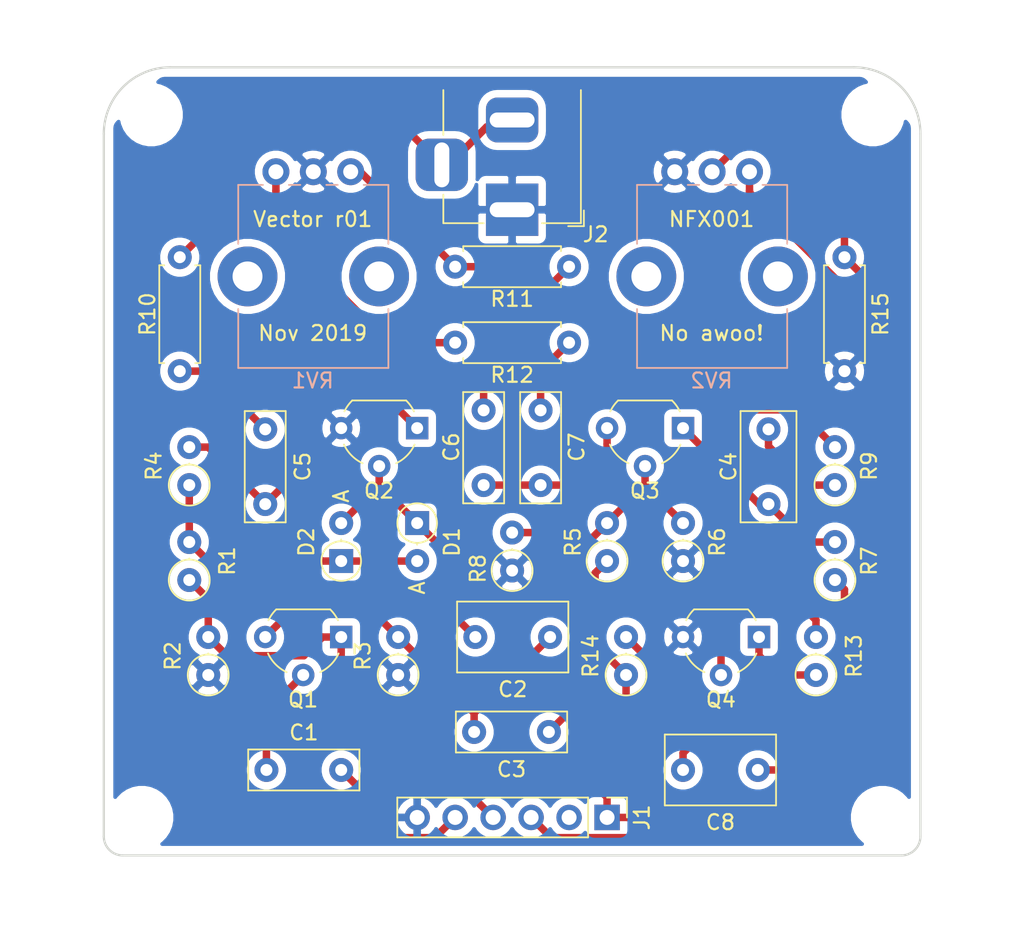
<source format=kicad_pcb>
(kicad_pcb (version 20171130) (host pcbnew 5.1.9)

  (general
    (thickness 1.6)
    (drawings 12)
    (tracks 155)
    (zones 0)
    (modules 37)
    (nets 23)
  )

  (page A4)
  (title_block
    (title Vector)
    (date 2019-11-03)
    (rev r01)
    (company "Nuclear Lighthouse Studios")
    (comment 1 "CC BY-NC-SA")
  )

  (layers
    (0 F.Cu signal)
    (31 B.Cu signal)
    (36 B.SilkS user)
    (37 F.SilkS user)
    (38 B.Mask user)
    (39 F.Mask user)
    (44 Edge.Cuts user)
    (45 Margin user)
    (46 B.CrtYd user)
    (47 F.CrtYd user)
    (48 B.Fab user)
    (49 F.Fab user)
  )

  (setup
    (last_trace_width 0.5)
    (trace_clearance 0.25)
    (zone_clearance 0.508)
    (zone_45_only no)
    (trace_min 0.2)
    (via_size 0.8)
    (via_drill 0.4)
    (via_min_size 0.4)
    (via_min_drill 0.3)
    (uvia_size 0.3)
    (uvia_drill 0.1)
    (uvias_allowed no)
    (uvia_min_size 0.2)
    (uvia_min_drill 0.1)
    (edge_width 0.15)
    (segment_width 0.2)
    (pcb_text_width 0.3)
    (pcb_text_size 1.5 1.5)
    (mod_edge_width 0.15)
    (mod_text_size 1 1)
    (mod_text_width 0.15)
    (pad_size 1.524 1.524)
    (pad_drill 0.762)
    (pad_to_mask_clearance 0)
    (aux_axis_origin 0 0)
    (grid_origin 115.57 73.66)
    (visible_elements FFFFFF7F)
    (pcbplotparams
      (layerselection 0x010f0_ffffffff)
      (usegerberextensions false)
      (usegerberattributes false)
      (usegerberadvancedattributes false)
      (creategerberjobfile false)
      (excludeedgelayer true)
      (linewidth 0.150000)
      (plotframeref false)
      (viasonmask false)
      (mode 1)
      (useauxorigin false)
      (hpglpennumber 1)
      (hpglpenspeed 20)
      (hpglpendiameter 15.000000)
      (psnegative false)
      (psa4output false)
      (plotreference true)
      (plotvalue true)
      (plotinvisibletext false)
      (padsonsilk false)
      (subtractmaskfromsilk false)
      (outputformat 1)
      (mirror false)
      (drillshape 0)
      (scaleselection 1)
      (outputdirectory "gerbers/"))
  )

  (net 0 "")
  (net 1 GND)
  (net 2 +9V)
  (net 3 Input)
  (net 4 Output)
  (net 5 +9VA)
  (net 6 "Net-(C1-Pad1)")
  (net 7 "Net-(C2-Pad2)")
  (net 8 "Net-(C2-Pad1)")
  (net 9 "Net-(C3-Pad1)")
  (net 10 "Net-(C4-Pad1)")
  (net 11 "Net-(C5-Pad1)")
  (net 12 "Net-(C6-Pad2)")
  (net 13 "Net-(C6-Pad1)")
  (net 14 "Net-(C7-Pad2)")
  (net 15 "Net-(J1-Pad2)")
  (net 16 "Net-(Q3-Pad3)")
  (net 17 "Net-(C5-Pad2)")
  (net 18 "Net-(C4-Pad2)")
  (net 19 "Net-(C8-Pad2)")
  (net 20 "Net-(C8-Pad1)")
  (net 21 "Net-(R11-Pad2)")
  (net 22 "Net-(R10-Pad1)")

  (net_class Default "This is the default net class."
    (clearance 0.25)
    (trace_width 0.5)
    (via_dia 0.8)
    (via_drill 0.4)
    (uvia_dia 0.3)
    (uvia_drill 0.1)
    (add_net +9V)
    (add_net +9VA)
    (add_net GND)
    (add_net Input)
    (add_net "Net-(C1-Pad1)")
    (add_net "Net-(C2-Pad1)")
    (add_net "Net-(C2-Pad2)")
    (add_net "Net-(C3-Pad1)")
    (add_net "Net-(C4-Pad1)")
    (add_net "Net-(C4-Pad2)")
    (add_net "Net-(C5-Pad1)")
    (add_net "Net-(C5-Pad2)")
    (add_net "Net-(C6-Pad1)")
    (add_net "Net-(C6-Pad2)")
    (add_net "Net-(C7-Pad2)")
    (add_net "Net-(C8-Pad1)")
    (add_net "Net-(C8-Pad2)")
    (add_net "Net-(J1-Pad2)")
    (add_net "Net-(Q3-Pad3)")
    (add_net "Net-(R10-Pad1)")
    (add_net "Net-(R11-Pad2)")
    (add_net Output)
  )

  (module Resistor_THT:R_Axial_DIN0207_L6.3mm_D2.5mm_P7.62mm_Horizontal (layer F.Cu) (tedit 5AE5139B) (tstamp 5D6A5F2E)
    (at 93.345 66.04 270)
    (descr "Resistor, Axial_DIN0207 series, Axial, Horizontal, pin pitch=7.62mm, 0.25W = 1/4W, length*diameter=6.3*2.5mm^2, http://cdn-reichelt.de/documents/datenblatt/B400/1_4W%23YAG.pdf")
    (tags "Resistor Axial_DIN0207 series Axial Horizontal pin pitch 7.62mm 0.25W = 1/4W length 6.3mm diameter 2.5mm")
    (path /5D6C497B)
    (fp_text reference R10 (at 3.81 2.159 90) (layer F.SilkS)
      (effects (font (size 1 1) (thickness 0.15)))
    )
    (fp_text value 470k (at 3.81 2.37 90) (layer F.Fab)
      (effects (font (size 1 1) (thickness 0.15)))
    )
    (fp_line (start 8.67 -1.5) (end -1.05 -1.5) (layer F.CrtYd) (width 0.05))
    (fp_line (start 8.67 1.5) (end 8.67 -1.5) (layer F.CrtYd) (width 0.05))
    (fp_line (start -1.05 1.5) (end 8.67 1.5) (layer F.CrtYd) (width 0.05))
    (fp_line (start -1.05 -1.5) (end -1.05 1.5) (layer F.CrtYd) (width 0.05))
    (fp_line (start 7.08 1.37) (end 7.08 1.04) (layer F.SilkS) (width 0.12))
    (fp_line (start 0.54 1.37) (end 7.08 1.37) (layer F.SilkS) (width 0.12))
    (fp_line (start 0.54 1.04) (end 0.54 1.37) (layer F.SilkS) (width 0.12))
    (fp_line (start 7.08 -1.37) (end 7.08 -1.04) (layer F.SilkS) (width 0.12))
    (fp_line (start 0.54 -1.37) (end 7.08 -1.37) (layer F.SilkS) (width 0.12))
    (fp_line (start 0.54 -1.04) (end 0.54 -1.37) (layer F.SilkS) (width 0.12))
    (fp_line (start 7.62 0) (end 6.96 0) (layer F.Fab) (width 0.1))
    (fp_line (start 0 0) (end 0.66 0) (layer F.Fab) (width 0.1))
    (fp_line (start 6.96 -1.25) (end 0.66 -1.25) (layer F.Fab) (width 0.1))
    (fp_line (start 6.96 1.25) (end 6.96 -1.25) (layer F.Fab) (width 0.1))
    (fp_line (start 0.66 1.25) (end 6.96 1.25) (layer F.Fab) (width 0.1))
    (fp_line (start 0.66 -1.25) (end 0.66 1.25) (layer F.Fab) (width 0.1))
    (fp_text user %R (at 3.81 0 90) (layer F.Fab)
      (effects (font (size 1 1) (thickness 0.15)))
    )
    (pad 2 thru_hole oval (at 7.62 0 270) (size 1.6 1.6) (drill 0.8) (layers *.Cu *.Mask)
      (net 11 "Net-(C5-Pad1)"))
    (pad 1 thru_hole circle (at 0 0 270) (size 1.6 1.6) (drill 0.8) (layers *.Cu *.Mask)
      (net 22 "Net-(R10-Pad1)"))
    (model ${KISYS3DMOD}/Resistor_THT.3dshapes/R_Axial_DIN0207_L6.3mm_D2.5mm_P7.62mm_Horizontal.wrl
      (at (xyz 0 0 0))
      (scale (xyz 1 1 1))
      (rotate (xyz 0 0 0))
    )
  )

  (module Resistor_THT:R_Axial_DIN0207_L6.3mm_D2.5mm_P7.62mm_Horizontal (layer F.Cu) (tedit 5AE5139B) (tstamp 5D695738)
    (at 119.38 71.755 180)
    (descr "Resistor, Axial_DIN0207 series, Axial, Horizontal, pin pitch=7.62mm, 0.25W = 1/4W, length*diameter=6.3*2.5mm^2, http://cdn-reichelt.de/documents/datenblatt/B400/1_4W%23YAG.pdf")
    (tags "Resistor Axial_DIN0207 series Axial Horizontal pin pitch 7.62mm 0.25W = 1/4W length 6.3mm diameter 2.5mm")
    (path /5BE4A239)
    (fp_text reference R12 (at 3.81 -2.159) (layer F.SilkS)
      (effects (font (size 1 1) (thickness 0.15)))
    )
    (fp_text value 470k (at 3.81 2.37) (layer F.Fab)
      (effects (font (size 1 1) (thickness 0.15)))
    )
    (fp_line (start 8.67 -1.5) (end -1.05 -1.5) (layer F.CrtYd) (width 0.05))
    (fp_line (start 8.67 1.5) (end 8.67 -1.5) (layer F.CrtYd) (width 0.05))
    (fp_line (start -1.05 1.5) (end 8.67 1.5) (layer F.CrtYd) (width 0.05))
    (fp_line (start -1.05 -1.5) (end -1.05 1.5) (layer F.CrtYd) (width 0.05))
    (fp_line (start 7.08 1.37) (end 7.08 1.04) (layer F.SilkS) (width 0.12))
    (fp_line (start 0.54 1.37) (end 7.08 1.37) (layer F.SilkS) (width 0.12))
    (fp_line (start 0.54 1.04) (end 0.54 1.37) (layer F.SilkS) (width 0.12))
    (fp_line (start 7.08 -1.37) (end 7.08 -1.04) (layer F.SilkS) (width 0.12))
    (fp_line (start 0.54 -1.37) (end 7.08 -1.37) (layer F.SilkS) (width 0.12))
    (fp_line (start 0.54 -1.04) (end 0.54 -1.37) (layer F.SilkS) (width 0.12))
    (fp_line (start 7.62 0) (end 6.96 0) (layer F.Fab) (width 0.1))
    (fp_line (start 0 0) (end 0.66 0) (layer F.Fab) (width 0.1))
    (fp_line (start 6.96 -1.25) (end 0.66 -1.25) (layer F.Fab) (width 0.1))
    (fp_line (start 6.96 1.25) (end 6.96 -1.25) (layer F.Fab) (width 0.1))
    (fp_line (start 0.66 1.25) (end 6.96 1.25) (layer F.Fab) (width 0.1))
    (fp_line (start 0.66 -1.25) (end 0.66 1.25) (layer F.Fab) (width 0.1))
    (fp_text user %R (at 3.81 0) (layer F.Fab)
      (effects (font (size 1 1) (thickness 0.15)))
    )
    (pad 2 thru_hole oval (at 7.62 0 180) (size 1.6 1.6) (drill 0.8) (layers *.Cu *.Mask)
      (net 22 "Net-(R10-Pad1)"))
    (pad 1 thru_hole circle (at 0 0 180) (size 1.6 1.6) (drill 0.8) (layers *.Cu *.Mask)
      (net 14 "Net-(C7-Pad2)"))
    (model ${KISYS3DMOD}/Resistor_THT.3dshapes/R_Axial_DIN0207_L6.3mm_D2.5mm_P7.62mm_Horizontal.wrl
      (at (xyz 0 0 0))
      (scale (xyz 1 1 1))
      (rotate (xyz 0 0 0))
    )
  )

  (module Resistor_THT:R_Axial_DIN0207_L6.3mm_D2.5mm_P7.62mm_Horizontal (layer F.Cu) (tedit 5AE5139B) (tstamp 5D2BE49F)
    (at 119.38 66.675 180)
    (descr "Resistor, Axial_DIN0207 series, Axial, Horizontal, pin pitch=7.62mm, 0.25W = 1/4W, length*diameter=6.3*2.5mm^2, http://cdn-reichelt.de/documents/datenblatt/B400/1_4W%23YAG.pdf")
    (tags "Resistor Axial_DIN0207 series Axial Horizontal pin pitch 7.62mm 0.25W = 1/4W length 6.3mm diameter 2.5mm")
    (path /5BDCD2C1)
    (fp_text reference R11 (at 3.81 -2.159) (layer F.SilkS)
      (effects (font (size 1 1) (thickness 0.15)))
    )
    (fp_text value 390k (at 3.81 2.37) (layer F.Fab)
      (effects (font (size 1 1) (thickness 0.15)))
    )
    (fp_line (start 8.67 -1.5) (end -1.05 -1.5) (layer F.CrtYd) (width 0.05))
    (fp_line (start 8.67 1.5) (end 8.67 -1.5) (layer F.CrtYd) (width 0.05))
    (fp_line (start -1.05 1.5) (end 8.67 1.5) (layer F.CrtYd) (width 0.05))
    (fp_line (start -1.05 -1.5) (end -1.05 1.5) (layer F.CrtYd) (width 0.05))
    (fp_line (start 7.08 1.37) (end 7.08 1.04) (layer F.SilkS) (width 0.12))
    (fp_line (start 0.54 1.37) (end 7.08 1.37) (layer F.SilkS) (width 0.12))
    (fp_line (start 0.54 1.04) (end 0.54 1.37) (layer F.SilkS) (width 0.12))
    (fp_line (start 7.08 -1.37) (end 7.08 -1.04) (layer F.SilkS) (width 0.12))
    (fp_line (start 0.54 -1.37) (end 7.08 -1.37) (layer F.SilkS) (width 0.12))
    (fp_line (start 0.54 -1.04) (end 0.54 -1.37) (layer F.SilkS) (width 0.12))
    (fp_line (start 7.62 0) (end 6.96 0) (layer F.Fab) (width 0.1))
    (fp_line (start 0 0) (end 0.66 0) (layer F.Fab) (width 0.1))
    (fp_line (start 6.96 -1.25) (end 0.66 -1.25) (layer F.Fab) (width 0.1))
    (fp_line (start 6.96 1.25) (end 6.96 -1.25) (layer F.Fab) (width 0.1))
    (fp_line (start 0.66 1.25) (end 6.96 1.25) (layer F.Fab) (width 0.1))
    (fp_line (start 0.66 -1.25) (end 0.66 1.25) (layer F.Fab) (width 0.1))
    (fp_text user %R (at 3.81 0) (layer F.Fab)
      (effects (font (size 1 1) (thickness 0.15)))
    )
    (pad 2 thru_hole oval (at 7.62 0 180) (size 1.6 1.6) (drill 0.8) (layers *.Cu *.Mask)
      (net 21 "Net-(R11-Pad2)"))
    (pad 1 thru_hole circle (at 0 0 180) (size 1.6 1.6) (drill 0.8) (layers *.Cu *.Mask)
      (net 12 "Net-(C6-Pad2)"))
    (model ${KISYS3DMOD}/Resistor_THT.3dshapes/R_Axial_DIN0207_L6.3mm_D2.5mm_P7.62mm_Horizontal.wrl
      (at (xyz 0 0 0))
      (scale (xyz 1 1 1))
      (rotate (xyz 0 0 0))
    )
  )

  (module Resistor_THT:R_Axial_DIN0207_L6.3mm_D2.5mm_P2.54mm_Vertical (layer F.Cu) (tedit 5AE5139B) (tstamp 5D6A5C2E)
    (at 137.16 81.28 90)
    (descr "Resistor, Axial_DIN0207 series, Axial, Vertical, pin pitch=2.54mm, 0.25W = 1/4W, length*diameter=6.3*2.5mm^2, http://cdn-reichelt.de/documents/datenblatt/B400/1_4W%23YAG.pdf")
    (tags "Resistor Axial_DIN0207 series Axial Vertical pin pitch 2.54mm 0.25W = 1/4W length 6.3mm diameter 2.5mm")
    (path /5D6C4C19)
    (fp_text reference R9 (at 1.27 2.286 90) (layer F.SilkS)
      (effects (font (size 1 1) (thickness 0.15)))
    )
    (fp_text value 100k (at 1.27 2.37 90) (layer F.Fab)
      (effects (font (size 1 1) (thickness 0.15)))
    )
    (fp_line (start 3.59 -1.5) (end -1.5 -1.5) (layer F.CrtYd) (width 0.05))
    (fp_line (start 3.59 1.5) (end 3.59 -1.5) (layer F.CrtYd) (width 0.05))
    (fp_line (start -1.5 1.5) (end 3.59 1.5) (layer F.CrtYd) (width 0.05))
    (fp_line (start -1.5 -1.5) (end -1.5 1.5) (layer F.CrtYd) (width 0.05))
    (fp_line (start 1.37 0) (end 1.44 0) (layer F.SilkS) (width 0.12))
    (fp_line (start 0 0) (end 2.54 0) (layer F.Fab) (width 0.1))
    (fp_circle (center 0 0) (end 1.37 0) (layer F.SilkS) (width 0.12))
    (fp_circle (center 0 0) (end 1.25 0) (layer F.Fab) (width 0.1))
    (fp_text user %R (at 1.27 -2.37 90) (layer F.Fab)
      (effects (font (size 1 1) (thickness 0.15)))
    )
    (pad 2 thru_hole oval (at 2.54 0 90) (size 1.6 1.6) (drill 0.8) (layers *.Cu *.Mask)
      (net 21 "Net-(R11-Pad2)"))
    (pad 1 thru_hole circle (at 0 0 90) (size 1.6 1.6) (drill 0.8) (layers *.Cu *.Mask)
      (net 10 "Net-(C4-Pad1)"))
    (model ${KISYS3DMOD}/Resistor_THT.3dshapes/R_Axial_DIN0207_L6.3mm_D2.5mm_P2.54mm_Vertical.wrl
      (at (xyz 0 0 0))
      (scale (xyz 1 1 1))
      (rotate (xyz 0 0 0))
    )
  )

  (module Capacitor_THT:C_Rect_L7.2mm_W2.5mm_P5.00mm_FKS2_FKP2_MKS2_MKP2 (layer F.Cu) (tedit 5AE50EF0) (tstamp 5D6A5D84)
    (at 99.06 77.55 270)
    (descr "C, Rect series, Radial, pin pitch=5.00mm, , length*width=7.2*2.5mm^2, Capacitor, http://www.wima.com/EN/WIMA_FKS_2.pdf")
    (tags "C Rect series Radial pin pitch 5.00mm  length 7.2mm width 2.5mm Capacitor")
    (path /5BE02D42)
    (fp_text reference C5 (at 2.5 -2.5 90) (layer F.SilkS)
      (effects (font (size 1 1) (thickness 0.15)))
    )
    (fp_text value 100n (at 2.5 2.5 90) (layer F.Fab)
      (effects (font (size 1 1) (thickness 0.15)))
    )
    (fp_line (start 6.35 -1.5) (end -1.35 -1.5) (layer F.CrtYd) (width 0.05))
    (fp_line (start 6.35 1.5) (end 6.35 -1.5) (layer F.CrtYd) (width 0.05))
    (fp_line (start -1.35 1.5) (end 6.35 1.5) (layer F.CrtYd) (width 0.05))
    (fp_line (start -1.35 -1.5) (end -1.35 1.5) (layer F.CrtYd) (width 0.05))
    (fp_line (start 6.22 -1.37) (end 6.22 1.37) (layer F.SilkS) (width 0.12))
    (fp_line (start -1.22 -1.37) (end -1.22 1.37) (layer F.SilkS) (width 0.12))
    (fp_line (start -1.22 1.37) (end 6.22 1.37) (layer F.SilkS) (width 0.12))
    (fp_line (start -1.22 -1.37) (end 6.22 -1.37) (layer F.SilkS) (width 0.12))
    (fp_line (start 6.1 -1.25) (end -1.1 -1.25) (layer F.Fab) (width 0.1))
    (fp_line (start 6.1 1.25) (end 6.1 -1.25) (layer F.Fab) (width 0.1))
    (fp_line (start -1.1 1.25) (end 6.1 1.25) (layer F.Fab) (width 0.1))
    (fp_line (start -1.1 -1.25) (end -1.1 1.25) (layer F.Fab) (width 0.1))
    (fp_text user %R (at 2.5 0 90) (layer F.Fab)
      (effects (font (size 1 1) (thickness 0.15)))
    )
    (pad 2 thru_hole circle (at 5 0 270) (size 1.6 1.6) (drill 0.8) (layers *.Cu *.Mask)
      (net 17 "Net-(C5-Pad2)"))
    (pad 1 thru_hole circle (at 0 0 270) (size 1.6 1.6) (drill 0.8) (layers *.Cu *.Mask)
      (net 11 "Net-(C5-Pad1)"))
    (model ${KISYS3DMOD}/Capacitor_THT.3dshapes/C_Rect_L7.2mm_W2.5mm_P5.00mm_FKS2_FKP2_MKS2_MKP2.wrl
      (at (xyz 0 0 0))
      (scale (xyz 1 1 1))
      (rotate (xyz 0 0 0))
    )
  )

  (module Capacitor_THT:C_Rect_L7.2mm_W3.5mm_P5.00mm_FKS2_FKP2_MKS2_MKP2 (layer F.Cu) (tedit 5AE50EF0) (tstamp 5D6A59E3)
    (at 132.715 77.55 270)
    (descr "C, Rect series, Radial, pin pitch=5.00mm, , length*width=7.2*3.5mm^2, Capacitor, http://www.wima.com/EN/WIMA_FKS_2.pdf")
    (tags "C Rect series Radial pin pitch 5.00mm  length 7.2mm width 3.5mm Capacitor")
    (path /5D6C11B0)
    (fp_text reference C4 (at 2.5 2.667 90) (layer F.SilkS)
      (effects (font (size 1 1) (thickness 0.15)))
    )
    (fp_text value 470n (at 2.5 3 90) (layer F.Fab)
      (effects (font (size 1 1) (thickness 0.15)))
    )
    (fp_line (start 6.35 -2) (end -1.35 -2) (layer F.CrtYd) (width 0.05))
    (fp_line (start 6.35 2) (end 6.35 -2) (layer F.CrtYd) (width 0.05))
    (fp_line (start -1.35 2) (end 6.35 2) (layer F.CrtYd) (width 0.05))
    (fp_line (start -1.35 -2) (end -1.35 2) (layer F.CrtYd) (width 0.05))
    (fp_line (start 6.22 -1.87) (end 6.22 1.87) (layer F.SilkS) (width 0.12))
    (fp_line (start -1.22 -1.87) (end -1.22 1.87) (layer F.SilkS) (width 0.12))
    (fp_line (start -1.22 1.87) (end 6.22 1.87) (layer F.SilkS) (width 0.12))
    (fp_line (start -1.22 -1.87) (end 6.22 -1.87) (layer F.SilkS) (width 0.12))
    (fp_line (start 6.1 -1.75) (end -1.1 -1.75) (layer F.Fab) (width 0.1))
    (fp_line (start 6.1 1.75) (end 6.1 -1.75) (layer F.Fab) (width 0.1))
    (fp_line (start -1.1 1.75) (end 6.1 1.75) (layer F.Fab) (width 0.1))
    (fp_line (start -1.1 -1.75) (end -1.1 1.75) (layer F.Fab) (width 0.1))
    (fp_text user %R (at 2.5 0 90) (layer F.Fab)
      (effects (font (size 1 1) (thickness 0.15)))
    )
    (pad 2 thru_hole circle (at 5 0 270) (size 1.6 1.6) (drill 0.8) (layers *.Cu *.Mask)
      (net 18 "Net-(C4-Pad2)"))
    (pad 1 thru_hole circle (at 0 0 270) (size 1.6 1.6) (drill 0.8) (layers *.Cu *.Mask)
      (net 10 "Net-(C4-Pad1)"))
    (model ${KISYS3DMOD}/Capacitor_THT.3dshapes/C_Rect_L7.2mm_W3.5mm_P5.00mm_FKS2_FKP2_MKS2_MKP2.wrl
      (at (xyz 0 0 0))
      (scale (xyz 1 1 1))
      (rotate (xyz 0 0 0))
    )
  )

  (module Capacitor_THT:C_Rect_L7.2mm_W2.5mm_P5.00mm_FKS2_FKP2_MKS2_MKP2 (layer F.Cu) (tedit 5AE50EF0) (tstamp 5D2BE304)
    (at 117.475 81.28 90)
    (descr "C, Rect series, Radial, pin pitch=5.00mm, , length*width=7.2*2.5mm^2, Capacitor, http://www.wima.com/EN/WIMA_FKS_2.pdf")
    (tags "C Rect series Radial pin pitch 5.00mm  length 7.2mm width 2.5mm Capacitor")
    (path /5BE097E9)
    (fp_text reference C7 (at 2.54 2.413 90) (layer F.SilkS)
      (effects (font (size 1 1) (thickness 0.15)))
    )
    (fp_text value 100n (at 2.5 2.5 90) (layer F.Fab)
      (effects (font (size 1 1) (thickness 0.15)))
    )
    (fp_line (start 6.35 -1.5) (end -1.35 -1.5) (layer F.CrtYd) (width 0.05))
    (fp_line (start 6.35 1.5) (end 6.35 -1.5) (layer F.CrtYd) (width 0.05))
    (fp_line (start -1.35 1.5) (end 6.35 1.5) (layer F.CrtYd) (width 0.05))
    (fp_line (start -1.35 -1.5) (end -1.35 1.5) (layer F.CrtYd) (width 0.05))
    (fp_line (start 6.22 -1.37) (end 6.22 1.37) (layer F.SilkS) (width 0.12))
    (fp_line (start -1.22 -1.37) (end -1.22 1.37) (layer F.SilkS) (width 0.12))
    (fp_line (start -1.22 1.37) (end 6.22 1.37) (layer F.SilkS) (width 0.12))
    (fp_line (start -1.22 -1.37) (end 6.22 -1.37) (layer F.SilkS) (width 0.12))
    (fp_line (start 6.1 -1.25) (end -1.1 -1.25) (layer F.Fab) (width 0.1))
    (fp_line (start 6.1 1.25) (end 6.1 -1.25) (layer F.Fab) (width 0.1))
    (fp_line (start -1.1 1.25) (end 6.1 1.25) (layer F.Fab) (width 0.1))
    (fp_line (start -1.1 -1.25) (end -1.1 1.25) (layer F.Fab) (width 0.1))
    (fp_text user %R (at 2.5 0 90) (layer F.Fab)
      (effects (font (size 1 1) (thickness 0.15)))
    )
    (pad 2 thru_hole circle (at 5 0 90) (size 1.6 1.6) (drill 0.8) (layers *.Cu *.Mask)
      (net 14 "Net-(C7-Pad2)"))
    (pad 1 thru_hole circle (at 0 0 90) (size 1.6 1.6) (drill 0.8) (layers *.Cu *.Mask)
      (net 13 "Net-(C6-Pad1)"))
    (model ${KISYS3DMOD}/Capacitor_THT.3dshapes/C_Rect_L7.2mm_W2.5mm_P5.00mm_FKS2_FKP2_MKS2_MKP2.wrl
      (at (xyz 0 0 0))
      (scale (xyz 1 1 1))
      (rotate (xyz 0 0 0))
    )
  )

  (module Resistor_THT:R_Axial_DIN0207_L6.3mm_D2.5mm_P7.62mm_Horizontal (layer F.Cu) (tedit 5AE5139B) (tstamp 5D2BE4D4)
    (at 137.795 73.66 90)
    (descr "Resistor, Axial_DIN0207 series, Axial, Horizontal, pin pitch=7.62mm, 0.25W = 1/4W, length*diameter=6.3*2.5mm^2, http://cdn-reichelt.de/documents/datenblatt/B400/1_4W%23YAG.pdf")
    (tags "Resistor Axial_DIN0207 series Axial Horizontal pin pitch 7.62mm 0.25W = 1/4W length 6.3mm diameter 2.5mm")
    (path /5BE0198D)
    (fp_text reference R15 (at 3.81 2.413 90) (layer F.SilkS)
      (effects (font (size 1 1) (thickness 0.15)))
    )
    (fp_text value 39k (at 3.81 2.37 90) (layer F.Fab)
      (effects (font (size 1 1) (thickness 0.15)))
    )
    (fp_line (start 0.66 -1.25) (end 0.66 1.25) (layer F.Fab) (width 0.1))
    (fp_line (start 0.66 1.25) (end 6.96 1.25) (layer F.Fab) (width 0.1))
    (fp_line (start 6.96 1.25) (end 6.96 -1.25) (layer F.Fab) (width 0.1))
    (fp_line (start 6.96 -1.25) (end 0.66 -1.25) (layer F.Fab) (width 0.1))
    (fp_line (start 0 0) (end 0.66 0) (layer F.Fab) (width 0.1))
    (fp_line (start 7.62 0) (end 6.96 0) (layer F.Fab) (width 0.1))
    (fp_line (start 0.54 -1.04) (end 0.54 -1.37) (layer F.SilkS) (width 0.12))
    (fp_line (start 0.54 -1.37) (end 7.08 -1.37) (layer F.SilkS) (width 0.12))
    (fp_line (start 7.08 -1.37) (end 7.08 -1.04) (layer F.SilkS) (width 0.12))
    (fp_line (start 0.54 1.04) (end 0.54 1.37) (layer F.SilkS) (width 0.12))
    (fp_line (start 0.54 1.37) (end 7.08 1.37) (layer F.SilkS) (width 0.12))
    (fp_line (start 7.08 1.37) (end 7.08 1.04) (layer F.SilkS) (width 0.12))
    (fp_line (start -1.05 -1.5) (end -1.05 1.5) (layer F.CrtYd) (width 0.05))
    (fp_line (start -1.05 1.5) (end 8.67 1.5) (layer F.CrtYd) (width 0.05))
    (fp_line (start 8.67 1.5) (end 8.67 -1.5) (layer F.CrtYd) (width 0.05))
    (fp_line (start 8.67 -1.5) (end -1.05 -1.5) (layer F.CrtYd) (width 0.05))
    (fp_text user %R (at 3.81 0 90) (layer F.Fab)
      (effects (font (size 1 1) (thickness 0.15)))
    )
    (pad 1 thru_hole circle (at 0 0 90) (size 1.6 1.6) (drill 0.8) (layers *.Cu *.Mask)
      (net 1 GND))
    (pad 2 thru_hole oval (at 7.62 0 90) (size 1.6 1.6) (drill 0.8) (layers *.Cu *.Mask)
      (net 4 Output))
    (model ${KISYS3DMOD}/Resistor_THT.3dshapes/R_Axial_DIN0207_L6.3mm_D2.5mm_P7.62mm_Horizontal.wrl
      (at (xyz 0 0 0))
      (scale (xyz 1 1 1))
      (rotate (xyz 0 0 0))
    )
  )

  (module Resistor_THT:R_Axial_DIN0207_L6.3mm_D2.5mm_P2.54mm_Vertical (layer F.Cu) (tedit 5AE5139B) (tstamp 5D2B8C29)
    (at 93.98 81.28 90)
    (descr "Resistor, Axial_DIN0207 series, Axial, Vertical, pin pitch=2.54mm, 0.25W = 1/4W, length*diameter=6.3*2.5mm^2, http://cdn-reichelt.de/documents/datenblatt/B400/1_4W%23YAG.pdf")
    (tags "Resistor Axial_DIN0207 series Axial Vertical pin pitch 2.54mm 0.25W = 1/4W length 6.3mm diameter 2.5mm")
    (path /5BDC9A5B)
    (fp_text reference R4 (at 1.27 -2.37 90) (layer F.SilkS)
      (effects (font (size 1 1) (thickness 0.15)))
    )
    (fp_text value 100k (at 1.27 2.37 90) (layer F.Fab)
      (effects (font (size 1 1) (thickness 0.15)))
    )
    (fp_line (start 3.59 -1.5) (end -1.5 -1.5) (layer F.CrtYd) (width 0.05))
    (fp_line (start 3.59 1.5) (end 3.59 -1.5) (layer F.CrtYd) (width 0.05))
    (fp_line (start -1.5 1.5) (end 3.59 1.5) (layer F.CrtYd) (width 0.05))
    (fp_line (start -1.5 -1.5) (end -1.5 1.5) (layer F.CrtYd) (width 0.05))
    (fp_line (start 1.37 0) (end 1.44 0) (layer F.SilkS) (width 0.12))
    (fp_line (start 0 0) (end 2.54 0) (layer F.Fab) (width 0.1))
    (fp_circle (center 0 0) (end 1.37 0) (layer F.SilkS) (width 0.12))
    (fp_circle (center 0 0) (end 1.25 0) (layer F.Fab) (width 0.1))
    (fp_text user %R (at 1.27 -2.37 90) (layer F.Fab)
      (effects (font (size 1 1) (thickness 0.15)))
    )
    (pad 2 thru_hole oval (at 2.54 0 90) (size 1.6 1.6) (drill 0.8) (layers *.Cu *.Mask)
      (net 17 "Net-(C5-Pad2)"))
    (pad 1 thru_hole circle (at 0 0 90) (size 1.6 1.6) (drill 0.8) (layers *.Cu *.Mask)
      (net 5 +9VA))
    (model ${KISYS3DMOD}/Resistor_THT.3dshapes/R_Axial_DIN0207_L6.3mm_D2.5mm_P2.54mm_Vertical.wrl
      (at (xyz 0 0 0))
      (scale (xyz 1 1 1))
      (rotate (xyz 0 0 0))
    )
  )

  (module Resistor_THT:R_Axial_DIN0207_L6.3mm_D2.5mm_P2.54mm_Vertical (layer F.Cu) (tedit 5AE5139B) (tstamp 5D2BE41E)
    (at 107.95 93.98 90)
    (descr "Resistor, Axial_DIN0207 series, Axial, Vertical, pin pitch=2.54mm, 0.25W = 1/4W, length*diameter=6.3*2.5mm^2, http://cdn-reichelt.de/documents/datenblatt/B400/1_4W%23YAG.pdf")
    (tags "Resistor Axial_DIN0207 series Axial Vertical pin pitch 2.54mm 0.25W = 1/4W length 6.3mm diameter 2.5mm")
    (path /5BDC7093)
    (fp_text reference R3 (at 1.27 -2.37 90) (layer F.SilkS)
      (effects (font (size 1 1) (thickness 0.15)))
    )
    (fp_text value 10k (at 1.27 2.37 90) (layer F.Fab)
      (effects (font (size 1 1) (thickness 0.15)))
    )
    (fp_line (start 3.59 -1.5) (end -1.5 -1.5) (layer F.CrtYd) (width 0.05))
    (fp_line (start 3.59 1.5) (end 3.59 -1.5) (layer F.CrtYd) (width 0.05))
    (fp_line (start -1.5 1.5) (end 3.59 1.5) (layer F.CrtYd) (width 0.05))
    (fp_line (start -1.5 -1.5) (end -1.5 1.5) (layer F.CrtYd) (width 0.05))
    (fp_line (start 1.37 0) (end 1.44 0) (layer F.SilkS) (width 0.12))
    (fp_line (start 0 0) (end 2.54 0) (layer F.Fab) (width 0.1))
    (fp_circle (center 0 0) (end 1.37 0) (layer F.SilkS) (width 0.12))
    (fp_circle (center 0 0) (end 1.25 0) (layer F.Fab) (width 0.1))
    (fp_text user %R (at 1.27 -2.37 90) (layer F.Fab)
      (effects (font (size 1 1) (thickness 0.15)))
    )
    (pad 2 thru_hole oval (at 2.54 0 90) (size 1.6 1.6) (drill 0.8) (layers *.Cu *.Mask)
      (net 8 "Net-(C2-Pad1)"))
    (pad 1 thru_hole circle (at 0 0 90) (size 1.6 1.6) (drill 0.8) (layers *.Cu *.Mask)
      (net 1 GND))
    (model ${KISYS3DMOD}/Resistor_THT.3dshapes/R_Axial_DIN0207_L6.3mm_D2.5mm_P2.54mm_Vertical.wrl
      (at (xyz 0 0 0))
      (scale (xyz 1 1 1))
      (rotate (xyz 0 0 0))
    )
  )

  (module Resistor_THT:R_Axial_DIN0207_L6.3mm_D2.5mm_P2.54mm_Vertical (layer F.Cu) (tedit 5AE5139B) (tstamp 5D2BE4BD)
    (at 123.19 93.98 90)
    (descr "Resistor, Axial_DIN0207 series, Axial, Vertical, pin pitch=2.54mm, 0.25W = 1/4W, length*diameter=6.3*2.5mm^2, http://cdn-reichelt.de/documents/datenblatt/B400/1_4W%23YAG.pdf")
    (tags "Resistor Axial_DIN0207 series Axial Vertical pin pitch 2.54mm 0.25W = 1/4W length 6.3mm diameter 2.5mm")
    (path /5BDD1E60)
    (fp_text reference R14 (at 1.27 -2.37 90) (layer F.SilkS)
      (effects (font (size 1 1) (thickness 0.15)))
    )
    (fp_text value 10k (at 1.27 2.37 90) (layer F.Fab)
      (effects (font (size 1 1) (thickness 0.15)))
    )
    (fp_circle (center 0 0) (end 1.25 0) (layer F.Fab) (width 0.1))
    (fp_circle (center 0 0) (end 1.37 0) (layer F.SilkS) (width 0.12))
    (fp_line (start 0 0) (end 2.54 0) (layer F.Fab) (width 0.1))
    (fp_line (start 1.37 0) (end 1.44 0) (layer F.SilkS) (width 0.12))
    (fp_line (start -1.5 -1.5) (end -1.5 1.5) (layer F.CrtYd) (width 0.05))
    (fp_line (start -1.5 1.5) (end 3.59 1.5) (layer F.CrtYd) (width 0.05))
    (fp_line (start 3.59 1.5) (end 3.59 -1.5) (layer F.CrtYd) (width 0.05))
    (fp_line (start 3.59 -1.5) (end -1.5 -1.5) (layer F.CrtYd) (width 0.05))
    (fp_text user %R (at 1.27 -2.37 90) (layer F.Fab)
      (effects (font (size 1 1) (thickness 0.15)))
    )
    (pad 1 thru_hole circle (at 0 0 90) (size 1.6 1.6) (drill 0.8) (layers *.Cu *.Mask)
      (net 5 +9VA))
    (pad 2 thru_hole oval (at 2.54 0 90) (size 1.6 1.6) (drill 0.8) (layers *.Cu *.Mask)
      (net 19 "Net-(C8-Pad2)"))
    (model ${KISYS3DMOD}/Resistor_THT.3dshapes/R_Axial_DIN0207_L6.3mm_D2.5mm_P2.54mm_Vertical.wrl
      (at (xyz 0 0 0))
      (scale (xyz 1 1 1))
      (rotate (xyz 0 0 0))
    )
  )

  (module Resistor_THT:R_Axial_DIN0207_L6.3mm_D2.5mm_P2.54mm_Vertical (layer F.Cu) (tedit 5AE5139B) (tstamp 5D2BE4AE)
    (at 135.89 93.98 90)
    (descr "Resistor, Axial_DIN0207 series, Axial, Vertical, pin pitch=2.54mm, 0.25W = 1/4W, length*diameter=6.3*2.5mm^2, http://cdn-reichelt.de/documents/datenblatt/B400/1_4W%23YAG.pdf")
    (tags "Resistor Axial_DIN0207 series Axial Vertical pin pitch 2.54mm 0.25W = 1/4W length 6.3mm diameter 2.5mm")
    (path /5BDCE8C1)
    (fp_text reference R13 (at 1.27 2.54 90) (layer F.SilkS)
      (effects (font (size 1 1) (thickness 0.15)))
    )
    (fp_text value 1M (at 1.27 2.37 90) (layer F.Fab)
      (effects (font (size 1 1) (thickness 0.15)))
    )
    (fp_circle (center 0 0) (end 1.25 0) (layer F.Fab) (width 0.1))
    (fp_circle (center 0 0) (end 1.37 0) (layer F.SilkS) (width 0.12))
    (fp_line (start 0 0) (end 2.54 0) (layer F.Fab) (width 0.1))
    (fp_line (start 1.37 0) (end 1.44 0) (layer F.SilkS) (width 0.12))
    (fp_line (start -1.5 -1.5) (end -1.5 1.5) (layer F.CrtYd) (width 0.05))
    (fp_line (start -1.5 1.5) (end 3.59 1.5) (layer F.CrtYd) (width 0.05))
    (fp_line (start 3.59 1.5) (end 3.59 -1.5) (layer F.CrtYd) (width 0.05))
    (fp_line (start 3.59 -1.5) (end -1.5 -1.5) (layer F.CrtYd) (width 0.05))
    (fp_text user %R (at 1.27 -2.37 90) (layer F.Fab)
      (effects (font (size 1 1) (thickness 0.15)))
    )
    (pad 1 thru_hole circle (at 0 0 90) (size 1.6 1.6) (drill 0.8) (layers *.Cu *.Mask)
      (net 19 "Net-(C8-Pad2)"))
    (pad 2 thru_hole oval (at 2.54 0 90) (size 1.6 1.6) (drill 0.8) (layers *.Cu *.Mask)
      (net 13 "Net-(C6-Pad1)"))
    (model ${KISYS3DMOD}/Resistor_THT.3dshapes/R_Axial_DIN0207_L6.3mm_D2.5mm_P2.54mm_Vertical.wrl
      (at (xyz 0 0 0))
      (scale (xyz 1 1 1))
      (rotate (xyz 0 0 0))
    )
  )

  (module Resistor_THT:R_Axial_DIN0207_L6.3mm_D2.5mm_P2.54mm_Vertical (layer F.Cu) (tedit 5AE5139B) (tstamp 5D6959B0)
    (at 115.57 86.995 90)
    (descr "Resistor, Axial_DIN0207 series, Axial, Vertical, pin pitch=2.54mm, 0.25W = 1/4W, length*diameter=6.3*2.5mm^2, http://cdn-reichelt.de/documents/datenblatt/B400/1_4W%23YAG.pdf")
    (tags "Resistor Axial_DIN0207 series Axial Vertical pin pitch 2.54mm 0.25W = 1/4W length 6.3mm diameter 2.5mm")
    (path /5BDE1F08)
    (fp_text reference R8 (at 0.127 -2.286 90) (layer F.SilkS)
      (effects (font (size 1 1) (thickness 0.15)))
    )
    (fp_text value 100k (at 1.27 2.37 90) (layer F.Fab)
      (effects (font (size 1 1) (thickness 0.15)))
    )
    (fp_circle (center 0 0) (end 1.25 0) (layer F.Fab) (width 0.1))
    (fp_circle (center 0 0) (end 1.37 0) (layer F.SilkS) (width 0.12))
    (fp_line (start 0 0) (end 2.54 0) (layer F.Fab) (width 0.1))
    (fp_line (start 1.37 0) (end 1.44 0) (layer F.SilkS) (width 0.12))
    (fp_line (start -1.5 -1.5) (end -1.5 1.5) (layer F.CrtYd) (width 0.05))
    (fp_line (start -1.5 1.5) (end 3.59 1.5) (layer F.CrtYd) (width 0.05))
    (fp_line (start 3.59 1.5) (end 3.59 -1.5) (layer F.CrtYd) (width 0.05))
    (fp_line (start 3.59 -1.5) (end -1.5 -1.5) (layer F.CrtYd) (width 0.05))
    (fp_text user %R (at 1.27 -2.37 90) (layer F.Fab)
      (effects (font (size 1 1) (thickness 0.15)))
    )
    (pad 1 thru_hole circle (at 0 0 90) (size 1.6 1.6) (drill 0.8) (layers *.Cu *.Mask)
      (net 1 GND))
    (pad 2 thru_hole oval (at 2.54 0 90) (size 1.6 1.6) (drill 0.8) (layers *.Cu *.Mask)
      (net 16 "Net-(Q3-Pad3)"))
    (model ${KISYS3DMOD}/Resistor_THT.3dshapes/R_Axial_DIN0207_L6.3mm_D2.5mm_P2.54mm_Vertical.wrl
      (at (xyz 0 0 0))
      (scale (xyz 1 1 1))
      (rotate (xyz 0 0 0))
    )
  )

  (module Resistor_THT:R_Axial_DIN0207_L6.3mm_D2.5mm_P2.54mm_Vertical (layer F.Cu) (tedit 5AE5139B) (tstamp 5D6A900D)
    (at 137.16 87.63 90)
    (descr "Resistor, Axial_DIN0207 series, Axial, Vertical, pin pitch=2.54mm, 0.25W = 1/4W, length*diameter=6.3*2.5mm^2, http://cdn-reichelt.de/documents/datenblatt/B400/1_4W%23YAG.pdf")
    (tags "Resistor Axial_DIN0207 series Axial Vertical pin pitch 2.54mm 0.25W = 1/4W length 6.3mm diameter 2.5mm")
    (path /5BDE020A)
    (fp_text reference R7 (at 1.27 2.286 90) (layer F.SilkS)
      (effects (font (size 1 1) (thickness 0.15)))
    )
    (fp_text value 100k (at 1.27 2.37 90) (layer F.Fab)
      (effects (font (size 1 1) (thickness 0.15)))
    )
    (fp_circle (center 0 0) (end 1.25 0) (layer F.Fab) (width 0.1))
    (fp_circle (center 0 0) (end 1.37 0) (layer F.SilkS) (width 0.12))
    (fp_line (start 0 0) (end 2.54 0) (layer F.Fab) (width 0.1))
    (fp_line (start 1.37 0) (end 1.44 0) (layer F.SilkS) (width 0.12))
    (fp_line (start -1.5 -1.5) (end -1.5 1.5) (layer F.CrtYd) (width 0.05))
    (fp_line (start -1.5 1.5) (end 3.59 1.5) (layer F.CrtYd) (width 0.05))
    (fp_line (start 3.59 1.5) (end 3.59 -1.5) (layer F.CrtYd) (width 0.05))
    (fp_line (start 3.59 -1.5) (end -1.5 -1.5) (layer F.CrtYd) (width 0.05))
    (fp_text user %R (at 1.27 -2.37 90) (layer F.Fab)
      (effects (font (size 1 1) (thickness 0.15)))
    )
    (pad 1 thru_hole circle (at 0 0 90) (size 1.6 1.6) (drill 0.8) (layers *.Cu *.Mask)
      (net 5 +9VA))
    (pad 2 thru_hole oval (at 2.54 0 90) (size 1.6 1.6) (drill 0.8) (layers *.Cu *.Mask)
      (net 18 "Net-(C4-Pad2)"))
    (model ${KISYS3DMOD}/Resistor_THT.3dshapes/R_Axial_DIN0207_L6.3mm_D2.5mm_P2.54mm_Vertical.wrl
      (at (xyz 0 0 0))
      (scale (xyz 1 1 1))
      (rotate (xyz 0 0 0))
    )
  )

  (module Resistor_THT:R_Axial_DIN0207_L6.3mm_D2.5mm_P2.54mm_Vertical (layer F.Cu) (tedit 5AE5139B) (tstamp 5D2BE453)
    (at 127 86.36 90)
    (descr "Resistor, Axial_DIN0207 series, Axial, Vertical, pin pitch=2.54mm, 0.25W = 1/4W, length*diameter=6.3*2.5mm^2, http://cdn-reichelt.de/documents/datenblatt/B400/1_4W%23YAG.pdf")
    (tags "Resistor Axial_DIN0207 series Axial Vertical pin pitch 2.54mm 0.25W = 1/4W length 6.3mm diameter 2.5mm")
    (path /5BDE3EB4)
    (fp_text reference R6 (at 1.27 2.286 90) (layer F.SilkS)
      (effects (font (size 1 1) (thickness 0.15)))
    )
    (fp_text value 470k (at 1.27 2.37 90) (layer F.Fab)
      (effects (font (size 1 1) (thickness 0.15)))
    )
    (fp_circle (center 0 0) (end 1.25 0) (layer F.Fab) (width 0.1))
    (fp_circle (center 0 0) (end 1.37 0) (layer F.SilkS) (width 0.12))
    (fp_line (start 0 0) (end 2.54 0) (layer F.Fab) (width 0.1))
    (fp_line (start 1.37 0) (end 1.44 0) (layer F.SilkS) (width 0.12))
    (fp_line (start -1.5 -1.5) (end -1.5 1.5) (layer F.CrtYd) (width 0.05))
    (fp_line (start -1.5 1.5) (end 3.59 1.5) (layer F.CrtYd) (width 0.05))
    (fp_line (start 3.59 1.5) (end 3.59 -1.5) (layer F.CrtYd) (width 0.05))
    (fp_line (start 3.59 -1.5) (end -1.5 -1.5) (layer F.CrtYd) (width 0.05))
    (fp_text user %R (at 1.27 -2.37 90) (layer F.Fab)
      (effects (font (size 1 1) (thickness 0.15)))
    )
    (pad 1 thru_hole circle (at 0 0 90) (size 1.6 1.6) (drill 0.8) (layers *.Cu *.Mask)
      (net 1 GND))
    (pad 2 thru_hole oval (at 2.54 0 90) (size 1.6 1.6) (drill 0.8) (layers *.Cu *.Mask)
      (net 9 "Net-(C3-Pad1)"))
    (model ${KISYS3DMOD}/Resistor_THT.3dshapes/R_Axial_DIN0207_L6.3mm_D2.5mm_P2.54mm_Vertical.wrl
      (at (xyz 0 0 0))
      (scale (xyz 1 1 1))
      (rotate (xyz 0 0 0))
    )
  )

  (module Resistor_THT:R_Axial_DIN0207_L6.3mm_D2.5mm_P2.54mm_Vertical (layer F.Cu) (tedit 5AE5139B) (tstamp 5D2C0216)
    (at 121.92 86.36 90)
    (descr "Resistor, Axial_DIN0207 series, Axial, Vertical, pin pitch=2.54mm, 0.25W = 1/4W, length*diameter=6.3*2.5mm^2, http://cdn-reichelt.de/documents/datenblatt/B400/1_4W%23YAG.pdf")
    (tags "Resistor Axial_DIN0207 series Axial Vertical pin pitch 2.54mm 0.25W = 1/4W length 6.3mm diameter 2.5mm")
    (path /5BDE3E6C)
    (fp_text reference R5 (at 1.27 -2.286 90) (layer F.SilkS)
      (effects (font (size 1 1) (thickness 0.15)))
    )
    (fp_text value 1M (at 1.27 2.37 90) (layer F.Fab)
      (effects (font (size 1 1) (thickness 0.15)))
    )
    (fp_circle (center 0 0) (end 1.25 0) (layer F.Fab) (width 0.1))
    (fp_circle (center 0 0) (end 1.37 0) (layer F.SilkS) (width 0.12))
    (fp_line (start 0 0) (end 2.54 0) (layer F.Fab) (width 0.1))
    (fp_line (start 1.37 0) (end 1.44 0) (layer F.SilkS) (width 0.12))
    (fp_line (start -1.5 -1.5) (end -1.5 1.5) (layer F.CrtYd) (width 0.05))
    (fp_line (start -1.5 1.5) (end 3.59 1.5) (layer F.CrtYd) (width 0.05))
    (fp_line (start 3.59 1.5) (end 3.59 -1.5) (layer F.CrtYd) (width 0.05))
    (fp_line (start 3.59 -1.5) (end -1.5 -1.5) (layer F.CrtYd) (width 0.05))
    (fp_text user %R (at 1.27 -2.37 90) (layer F.Fab)
      (effects (font (size 1 1) (thickness 0.15)))
    )
    (pad 1 thru_hole circle (at 0 0 90) (size 1.6 1.6) (drill 0.8) (layers *.Cu *.Mask)
      (net 5 +9VA))
    (pad 2 thru_hole oval (at 2.54 0 90) (size 1.6 1.6) (drill 0.8) (layers *.Cu *.Mask)
      (net 9 "Net-(C3-Pad1)"))
    (model ${KISYS3DMOD}/Resistor_THT.3dshapes/R_Axial_DIN0207_L6.3mm_D2.5mm_P2.54mm_Vertical.wrl
      (at (xyz 0 0 0))
      (scale (xyz 1 1 1))
      (rotate (xyz 0 0 0))
    )
  )

  (module Resistor_THT:R_Axial_DIN0207_L6.3mm_D2.5mm_P2.54mm_Vertical (layer F.Cu) (tedit 5AE5139B) (tstamp 5D2BE407)
    (at 95.25 93.98 90)
    (descr "Resistor, Axial_DIN0207 series, Axial, Vertical, pin pitch=2.54mm, 0.25W = 1/4W, length*diameter=6.3*2.5mm^2, http://cdn-reichelt.de/documents/datenblatt/B400/1_4W%23YAG.pdf")
    (tags "Resistor Axial_DIN0207 series Axial Vertical pin pitch 2.54mm 0.25W = 1/4W length 6.3mm diameter 2.5mm")
    (path /5BDC6949)
    (fp_text reference R2 (at 1.27 -2.37 90) (layer F.SilkS)
      (effects (font (size 1 1) (thickness 0.15)))
    )
    (fp_text value 1M (at 1.27 2.37 90) (layer F.Fab)
      (effects (font (size 1 1) (thickness 0.15)))
    )
    (fp_line (start 3.59 -1.5) (end -1.5 -1.5) (layer F.CrtYd) (width 0.05))
    (fp_line (start 3.59 1.5) (end 3.59 -1.5) (layer F.CrtYd) (width 0.05))
    (fp_line (start -1.5 1.5) (end 3.59 1.5) (layer F.CrtYd) (width 0.05))
    (fp_line (start -1.5 -1.5) (end -1.5 1.5) (layer F.CrtYd) (width 0.05))
    (fp_line (start 1.37 0) (end 1.44 0) (layer F.SilkS) (width 0.12))
    (fp_line (start 0 0) (end 2.54 0) (layer F.Fab) (width 0.1))
    (fp_circle (center 0 0) (end 1.37 0) (layer F.SilkS) (width 0.12))
    (fp_circle (center 0 0) (end 1.25 0) (layer F.Fab) (width 0.1))
    (fp_text user %R (at 1.27 -2.37 90) (layer F.Fab)
      (effects (font (size 1 1) (thickness 0.15)))
    )
    (pad 2 thru_hole oval (at 2.54 0 90) (size 1.6 1.6) (drill 0.8) (layers *.Cu *.Mask)
      (net 6 "Net-(C1-Pad1)"))
    (pad 1 thru_hole circle (at 0 0 90) (size 1.6 1.6) (drill 0.8) (layers *.Cu *.Mask)
      (net 1 GND))
    (model ${KISYS3DMOD}/Resistor_THT.3dshapes/R_Axial_DIN0207_L6.3mm_D2.5mm_P2.54mm_Vertical.wrl
      (at (xyz 0 0 0))
      (scale (xyz 1 1 1))
      (rotate (xyz 0 0 0))
    )
  )

  (module Resistor_THT:R_Axial_DIN0207_L6.3mm_D2.5mm_P2.54mm_Vertical (layer F.Cu) (tedit 5AE5139B) (tstamp 5D2BE3F8)
    (at 93.98 87.63 90)
    (descr "Resistor, Axial_DIN0207 series, Axial, Vertical, pin pitch=2.54mm, 0.25W = 1/4W, length*diameter=6.3*2.5mm^2, http://cdn-reichelt.de/documents/datenblatt/B400/1_4W%23YAG.pdf")
    (tags "Resistor Axial_DIN0207 series Axial Vertical pin pitch 2.54mm 0.25W = 1/4W length 6.3mm diameter 2.5mm")
    (path /5BDC690B)
    (fp_text reference R1 (at 1.27 2.54 90) (layer F.SilkS)
      (effects (font (size 1 1) (thickness 0.15)))
    )
    (fp_text value 1M (at 1.27 2.37 90) (layer F.Fab)
      (effects (font (size 1 1) (thickness 0.15)))
    )
    (fp_line (start 3.59 -1.5) (end -1.5 -1.5) (layer F.CrtYd) (width 0.05))
    (fp_line (start 3.59 1.5) (end 3.59 -1.5) (layer F.CrtYd) (width 0.05))
    (fp_line (start -1.5 1.5) (end 3.59 1.5) (layer F.CrtYd) (width 0.05))
    (fp_line (start -1.5 -1.5) (end -1.5 1.5) (layer F.CrtYd) (width 0.05))
    (fp_line (start 1.37 0) (end 1.44 0) (layer F.SilkS) (width 0.12))
    (fp_line (start 0 0) (end 2.54 0) (layer F.Fab) (width 0.1))
    (fp_circle (center 0 0) (end 1.37 0) (layer F.SilkS) (width 0.12))
    (fp_circle (center 0 0) (end 1.25 0) (layer F.Fab) (width 0.1))
    (fp_text user %R (at 1.27 -2.37 90) (layer F.Fab)
      (effects (font (size 1 1) (thickness 0.15)))
    )
    (pad 2 thru_hole oval (at 2.54 0 90) (size 1.6 1.6) (drill 0.8) (layers *.Cu *.Mask)
      (net 5 +9VA))
    (pad 1 thru_hole circle (at 0 0 90) (size 1.6 1.6) (drill 0.8) (layers *.Cu *.Mask)
      (net 6 "Net-(C1-Pad1)"))
    (model ${KISYS3DMOD}/Resistor_THT.3dshapes/R_Axial_DIN0207_L6.3mm_D2.5mm_P2.54mm_Vertical.wrl
      (at (xyz 0 0 0))
      (scale (xyz 1 1 1))
      (rotate (xyz 0 0 0))
    )
  )

  (module Package_TO_SOT_THT:TO-92_Wide (layer F.Cu) (tedit 5A2795B7) (tstamp 5D2B89BF)
    (at 132.08 91.44 180)
    (descr "TO-92 leads molded, wide, drill 0.75mm (see NXP sot054_po.pdf)")
    (tags "to-92 sc-43 sc-43a sot54 PA33 transistor")
    (path /5BDCF706)
    (fp_text reference Q4 (at 2.55 -4.19) (layer F.SilkS)
      (effects (font (size 1 1) (thickness 0.15)))
    )
    (fp_text value BC547 (at 2.54 2.79) (layer F.Fab)
      (effects (font (size 1 1) (thickness 0.15)))
    )
    (fp_line (start 6.09 2.01) (end -1.01 2.01) (layer F.CrtYd) (width 0.05))
    (fp_line (start 6.09 2.01) (end 6.09 -3.55) (layer F.CrtYd) (width 0.05))
    (fp_line (start -1.01 -3.55) (end -1.01 2.01) (layer F.CrtYd) (width 0.05))
    (fp_line (start -1.01 -3.55) (end 6.09 -3.55) (layer F.CrtYd) (width 0.05))
    (fp_line (start 0.8 1.75) (end 4.3 1.75) (layer F.Fab) (width 0.1))
    (fp_line (start 0.74 1.85) (end 4.34 1.85) (layer F.SilkS) (width 0.12))
    (fp_arc (start 2.54 0) (end 4.34 1.85) (angle -20) (layer F.SilkS) (width 0.12))
    (fp_arc (start 2.54 0) (end 2.54 -2.48) (angle -135) (layer F.Fab) (width 0.1))
    (fp_arc (start 2.54 0) (end 2.54 -2.48) (angle 135) (layer F.Fab) (width 0.1))
    (fp_arc (start 2.54 0) (end 3.65 -2.35) (angle 39.71668247) (layer F.SilkS) (width 0.12))
    (fp_arc (start 2.54 0) (end 1.4 -2.35) (angle -39.12170074) (layer F.SilkS) (width 0.12))
    (fp_arc (start 2.54 0) (end 0.74 1.85) (angle 20) (layer F.SilkS) (width 0.12))
    (fp_text user %R (at 2.54 0) (layer F.Fab)
      (effects (font (size 1 1) (thickness 0.15)))
    )
    (pad 1 thru_hole rect (at 0 0 270) (size 1.5 1.5) (drill 0.8) (layers *.Cu *.Mask)
      (net 19 "Net-(C8-Pad2)"))
    (pad 3 thru_hole circle (at 5.08 0 270) (size 1.5 1.5) (drill 0.8) (layers *.Cu *.Mask)
      (net 1 GND))
    (pad 2 thru_hole circle (at 2.54 -2.54 270) (size 1.5 1.5) (drill 0.8) (layers *.Cu *.Mask)
      (net 13 "Net-(C6-Pad1)"))
    (model ${KISYS3DMOD}/Package_TO_SOT_THT.3dshapes/TO-92_Wide.wrl
      (at (xyz 0 0 0))
      (scale (xyz 1 1 1))
      (rotate (xyz 0 0 0))
    )
  )

  (module Package_TO_SOT_THT:TO-92_Wide (layer F.Cu) (tedit 5A2795B7) (tstamp 5D6958C4)
    (at 127 77.47 180)
    (descr "TO-92 leads molded, wide, drill 0.75mm (see NXP sot054_po.pdf)")
    (tags "to-92 sc-43 sc-43a sot54 PA33 transistor")
    (path /5BDDFDDB)
    (fp_text reference Q3 (at 2.55 -4.19) (layer F.SilkS)
      (effects (font (size 1 1) (thickness 0.15)))
    )
    (fp_text value BC547 (at 2.54 2.79) (layer F.Fab)
      (effects (font (size 1 1) (thickness 0.15)))
    )
    (fp_line (start 6.09 2.01) (end -1.01 2.01) (layer F.CrtYd) (width 0.05))
    (fp_line (start 6.09 2.01) (end 6.09 -3.55) (layer F.CrtYd) (width 0.05))
    (fp_line (start -1.01 -3.55) (end -1.01 2.01) (layer F.CrtYd) (width 0.05))
    (fp_line (start -1.01 -3.55) (end 6.09 -3.55) (layer F.CrtYd) (width 0.05))
    (fp_line (start 0.8 1.75) (end 4.3 1.75) (layer F.Fab) (width 0.1))
    (fp_line (start 0.74 1.85) (end 4.34 1.85) (layer F.SilkS) (width 0.12))
    (fp_arc (start 2.54 0) (end 4.34 1.85) (angle -20) (layer F.SilkS) (width 0.12))
    (fp_arc (start 2.54 0) (end 2.54 -2.48) (angle -135) (layer F.Fab) (width 0.1))
    (fp_arc (start 2.54 0) (end 2.54 -2.48) (angle 135) (layer F.Fab) (width 0.1))
    (fp_arc (start 2.54 0) (end 3.65 -2.35) (angle 39.71668247) (layer F.SilkS) (width 0.12))
    (fp_arc (start 2.54 0) (end 1.4 -2.35) (angle -39.12170074) (layer F.SilkS) (width 0.12))
    (fp_arc (start 2.54 0) (end 0.74 1.85) (angle 20) (layer F.SilkS) (width 0.12))
    (fp_text user %R (at 2.54 0) (layer F.Fab)
      (effects (font (size 1 1) (thickness 0.15)))
    )
    (pad 1 thru_hole rect (at 0 0 270) (size 1.5 1.5) (drill 0.8) (layers *.Cu *.Mask)
      (net 18 "Net-(C4-Pad2)"))
    (pad 3 thru_hole circle (at 5.08 0 270) (size 1.5 1.5) (drill 0.8) (layers *.Cu *.Mask)
      (net 16 "Net-(Q3-Pad3)"))
    (pad 2 thru_hole circle (at 2.54 -2.54 270) (size 1.5 1.5) (drill 0.8) (layers *.Cu *.Mask)
      (net 9 "Net-(C3-Pad1)"))
    (model ${KISYS3DMOD}/Package_TO_SOT_THT.3dshapes/TO-92_Wide.wrl
      (at (xyz 0 0 0))
      (scale (xyz 1 1 1))
      (rotate (xyz 0 0 0))
    )
  )

  (module Package_TO_SOT_THT:TO-92_Wide (layer F.Cu) (tedit 5A2795B7) (tstamp 5D2BE3C1)
    (at 109.22 77.47 180)
    (descr "TO-92 leads molded, wide, drill 0.75mm (see NXP sot054_po.pdf)")
    (tags "to-92 sc-43 sc-43a sot54 PA33 transistor")
    (path /5BDC93A6)
    (fp_text reference Q2 (at 2.55 -4.19) (layer F.SilkS)
      (effects (font (size 1 1) (thickness 0.15)))
    )
    (fp_text value BC547 (at 2.54 2.79) (layer F.Fab)
      (effects (font (size 1 1) (thickness 0.15)))
    )
    (fp_line (start 6.09 2.01) (end -1.01 2.01) (layer F.CrtYd) (width 0.05))
    (fp_line (start 6.09 2.01) (end 6.09 -3.55) (layer F.CrtYd) (width 0.05))
    (fp_line (start -1.01 -3.55) (end -1.01 2.01) (layer F.CrtYd) (width 0.05))
    (fp_line (start -1.01 -3.55) (end 6.09 -3.55) (layer F.CrtYd) (width 0.05))
    (fp_line (start 0.8 1.75) (end 4.3 1.75) (layer F.Fab) (width 0.1))
    (fp_line (start 0.74 1.85) (end 4.34 1.85) (layer F.SilkS) (width 0.12))
    (fp_arc (start 2.54 0) (end 4.34 1.85) (angle -20) (layer F.SilkS) (width 0.12))
    (fp_arc (start 2.54 0) (end 2.54 -2.48) (angle -135) (layer F.Fab) (width 0.1))
    (fp_arc (start 2.54 0) (end 2.54 -2.48) (angle 135) (layer F.Fab) (width 0.1))
    (fp_arc (start 2.54 0) (end 3.65 -2.35) (angle 39.71668247) (layer F.SilkS) (width 0.12))
    (fp_arc (start 2.54 0) (end 1.4 -2.35) (angle -39.12170074) (layer F.SilkS) (width 0.12))
    (fp_arc (start 2.54 0) (end 0.74 1.85) (angle 20) (layer F.SilkS) (width 0.12))
    (fp_text user %R (at 2.54 0) (layer F.Fab)
      (effects (font (size 1 1) (thickness 0.15)))
    )
    (pad 1 thru_hole rect (at 0 0 270) (size 1.5 1.5) (drill 0.8) (layers *.Cu *.Mask)
      (net 17 "Net-(C5-Pad2)"))
    (pad 3 thru_hole circle (at 5.08 0 270) (size 1.5 1.5) (drill 0.8) (layers *.Cu *.Mask)
      (net 1 GND))
    (pad 2 thru_hole circle (at 2.54 -2.54 270) (size 1.5 1.5) (drill 0.8) (layers *.Cu *.Mask)
      (net 7 "Net-(C2-Pad2)"))
    (model ${KISYS3DMOD}/Package_TO_SOT_THT.3dshapes/TO-92_Wide.wrl
      (at (xyz 0 0 0))
      (scale (xyz 1 1 1))
      (rotate (xyz 0 0 0))
    )
  )

  (module Package_TO_SOT_THT:TO-92_Wide (layer F.Cu) (tedit 5A2795B7) (tstamp 5D2BA365)
    (at 104.14 91.44 180)
    (descr "TO-92 leads molded, wide, drill 0.75mm (see NXP sot054_po.pdf)")
    (tags "to-92 sc-43 sc-43a sot54 PA33 transistor")
    (path /5BDC6634)
    (fp_text reference Q1 (at 2.55 -4.19) (layer F.SilkS)
      (effects (font (size 1 1) (thickness 0.15)))
    )
    (fp_text value BC547 (at 2.54 2.79) (layer F.Fab)
      (effects (font (size 1 1) (thickness 0.15)))
    )
    (fp_line (start 6.09 2.01) (end -1.01 2.01) (layer F.CrtYd) (width 0.05))
    (fp_line (start 6.09 2.01) (end 6.09 -3.55) (layer F.CrtYd) (width 0.05))
    (fp_line (start -1.01 -3.55) (end -1.01 2.01) (layer F.CrtYd) (width 0.05))
    (fp_line (start -1.01 -3.55) (end 6.09 -3.55) (layer F.CrtYd) (width 0.05))
    (fp_line (start 0.8 1.75) (end 4.3 1.75) (layer F.Fab) (width 0.1))
    (fp_line (start 0.74 1.85) (end 4.34 1.85) (layer F.SilkS) (width 0.12))
    (fp_arc (start 2.54 0) (end 4.34 1.85) (angle -20) (layer F.SilkS) (width 0.12))
    (fp_arc (start 2.54 0) (end 2.54 -2.48) (angle -135) (layer F.Fab) (width 0.1))
    (fp_arc (start 2.54 0) (end 2.54 -2.48) (angle 135) (layer F.Fab) (width 0.1))
    (fp_arc (start 2.54 0) (end 3.65 -2.35) (angle 39.71668247) (layer F.SilkS) (width 0.12))
    (fp_arc (start 2.54 0) (end 1.4 -2.35) (angle -39.12170074) (layer F.SilkS) (width 0.12))
    (fp_arc (start 2.54 0) (end 0.74 1.85) (angle 20) (layer F.SilkS) (width 0.12))
    (fp_text user %R (at 2.54 0) (layer F.Fab)
      (effects (font (size 1 1) (thickness 0.15)))
    )
    (pad 1 thru_hole rect (at 0 0 270) (size 1.5 1.5) (drill 0.8) (layers *.Cu *.Mask)
      (net 5 +9VA))
    (pad 3 thru_hole circle (at 5.08 0 270) (size 1.5 1.5) (drill 0.8) (layers *.Cu *.Mask)
      (net 8 "Net-(C2-Pad1)"))
    (pad 2 thru_hole circle (at 2.54 -2.54 270) (size 1.5 1.5) (drill 0.8) (layers *.Cu *.Mask)
      (net 6 "Net-(C1-Pad1)"))
    (model ${KISYS3DMOD}/Package_TO_SOT_THT.3dshapes/TO-92_Wide.wrl
      (at (xyz 0 0 0))
      (scale (xyz 1 1 1))
      (rotate (xyz 0 0 0))
    )
  )

  (module Connector_PinHeader_2.54mm:PinHeader_1x06_P2.54mm_Vertical (layer F.Cu) (tedit 59FED5CC) (tstamp 5BFC548B)
    (at 121.92 103.505 270)
    (descr "Through hole straight pin header, 1x06, 2.54mm pitch, single row")
    (tags "Through hole pin header THT 1x06 2.54mm single row")
    (path /5D2BD68E)
    (fp_text reference J1 (at 0 -2.33 90) (layer F.SilkS)
      (effects (font (size 1 1) (thickness 0.15)))
    )
    (fp_text value Conn_01x06_Female (at 0 15.03 90) (layer F.Fab)
      (effects (font (size 1 1) (thickness 0.15)))
    )
    (fp_line (start 1.8 -1.8) (end -1.8 -1.8) (layer F.CrtYd) (width 0.05))
    (fp_line (start 1.8 14.5) (end 1.8 -1.8) (layer F.CrtYd) (width 0.05))
    (fp_line (start -1.8 14.5) (end 1.8 14.5) (layer F.CrtYd) (width 0.05))
    (fp_line (start -1.8 -1.8) (end -1.8 14.5) (layer F.CrtYd) (width 0.05))
    (fp_line (start -1.33 -1.33) (end 0 -1.33) (layer F.SilkS) (width 0.12))
    (fp_line (start -1.33 0) (end -1.33 -1.33) (layer F.SilkS) (width 0.12))
    (fp_line (start -1.33 1.27) (end 1.33 1.27) (layer F.SilkS) (width 0.12))
    (fp_line (start 1.33 1.27) (end 1.33 14.03) (layer F.SilkS) (width 0.12))
    (fp_line (start -1.33 1.27) (end -1.33 14.03) (layer F.SilkS) (width 0.12))
    (fp_line (start -1.33 14.03) (end 1.33 14.03) (layer F.SilkS) (width 0.12))
    (fp_line (start -1.27 -0.635) (end -0.635 -1.27) (layer F.Fab) (width 0.1))
    (fp_line (start -1.27 13.97) (end -1.27 -0.635) (layer F.Fab) (width 0.1))
    (fp_line (start 1.27 13.97) (end -1.27 13.97) (layer F.Fab) (width 0.1))
    (fp_line (start 1.27 -1.27) (end 1.27 13.97) (layer F.Fab) (width 0.1))
    (fp_line (start -0.635 -1.27) (end 1.27 -1.27) (layer F.Fab) (width 0.1))
    (fp_text user %R (at 0 6.35) (layer F.Fab)
      (effects (font (size 1 1) (thickness 0.15)))
    )
    (pad 6 thru_hole oval (at 0 12.7 270) (size 1.7 1.7) (drill 1) (layers *.Cu *.Mask)
      (net 1 GND))
    (pad 5 thru_hole oval (at 0 10.16 270) (size 1.7 1.7) (drill 1) (layers *.Cu *.Mask)
      (net 2 +9V))
    (pad 4 thru_hole oval (at 0 7.62 270) (size 1.7 1.7) (drill 1) (layers *.Cu *.Mask)
      (net 3 Input))
    (pad 3 thru_hole oval (at 0 5.08 270) (size 1.7 1.7) (drill 1) (layers *.Cu *.Mask)
      (net 4 Output))
    (pad 2 thru_hole oval (at 0 2.54 270) (size 1.7 1.7) (drill 1) (layers *.Cu *.Mask)
      (net 15 "Net-(J1-Pad2)"))
    (pad 1 thru_hole rect (at 0 0 270) (size 1.7 1.7) (drill 1) (layers *.Cu *.Mask)
      (net 5 +9VA))
    (model ${KISYS3DMOD}/Connector_PinHeader_2.54mm.3dshapes/PinHeader_1x06_P2.54mm_Vertical.wrl
      (at (xyz 0 0 0))
      (scale (xyz 1 1 1))
      (rotate (xyz 0 0 0))
    )
  )

  (module Diode_THT:D_DO-35_SOD27_P2.54mm_Vertical_AnodeUp (layer F.Cu) (tedit 5AE50CD5) (tstamp 5D2BE35F)
    (at 104.14 86.36 90)
    (descr "Diode, DO-35_SOD27 series, Axial, Vertical, pin pitch=2.54mm, , length*diameter=4*2mm^2, , http://www.diodes.com/_files/packages/DO-35.pdf")
    (tags "Diode DO-35_SOD27 series Axial Vertical pin pitch 2.54mm  length 4mm diameter 2mm")
    (path /5BFA5CD2)
    (fp_text reference D2 (at 1.27 -2.326371 90) (layer F.SilkS)
      (effects (font (size 1 1) (thickness 0.15)))
    )
    (fp_text value 1N4148 (at 1.27 3.215371 90) (layer F.Fab)
      (effects (font (size 1 1) (thickness 0.15)))
    )
    (fp_line (start 3.59 -1.25) (end -1.25 -1.25) (layer F.CrtYd) (width 0.05))
    (fp_line (start 3.59 1.25) (end 3.59 -1.25) (layer F.CrtYd) (width 0.05))
    (fp_line (start -1.25 1.25) (end 3.59 1.25) (layer F.CrtYd) (width 0.05))
    (fp_line (start -1.25 -1.25) (end -1.25 1.25) (layer F.CrtYd) (width 0.05))
    (fp_line (start 1.326371 0) (end 1.44 0) (layer F.SilkS) (width 0.12))
    (fp_line (start 0 0) (end 2.54 0) (layer F.Fab) (width 0.1))
    (fp_circle (center 0 0) (end 1.326371 0) (layer F.SilkS) (width 0.12))
    (fp_circle (center 0 0) (end 1 0) (layer F.Fab) (width 0.1))
    (fp_text user A (at 4.34 0 90) (layer F.SilkS)
      (effects (font (size 1 1) (thickness 0.15)))
    )
    (fp_text user A (at 4.34 0 90) (layer F.Fab)
      (effects (font (size 1 1) (thickness 0.15)))
    )
    (fp_text user %R (at 1.27 -2.326371 90) (layer F.Fab)
      (effects (font (size 1 1) (thickness 0.15)))
    )
    (pad 2 thru_hole oval (at 2.54 0 90) (size 1.6 1.6) (drill 0.8) (layers *.Cu *.Mask)
      (net 7 "Net-(C2-Pad2)"))
    (pad 1 thru_hole rect (at 0 0 90) (size 1.6 1.6) (drill 0.8) (layers *.Cu *.Mask)
      (net 17 "Net-(C5-Pad2)"))
    (model ${KISYS3DMOD}/Diode_THT.3dshapes/D_DO-35_SOD27_P2.54mm_Vertical_AnodeUp.wrl
      (at (xyz 0 0 0))
      (scale (xyz 1 1 1))
      (rotate (xyz 0 0 0))
    )
  )

  (module Diode_THT:D_DO-35_SOD27_P2.54mm_Vertical_AnodeUp (layer F.Cu) (tedit 5AE50CD5) (tstamp 5D2BE34E)
    (at 109.22 83.82 270)
    (descr "Diode, DO-35_SOD27 series, Axial, Vertical, pin pitch=2.54mm, , length*diameter=4*2mm^2, , http://www.diodes.com/_files/packages/DO-35.pdf")
    (tags "Diode DO-35_SOD27 series Axial Vertical pin pitch 2.54mm  length 4mm diameter 2mm")
    (path /5BFA2237)
    (fp_text reference D1 (at 1.27 -2.326371 90) (layer F.SilkS)
      (effects (font (size 1 1) (thickness 0.15)))
    )
    (fp_text value 1N4148 (at 1.27 3.215371 90) (layer F.Fab)
      (effects (font (size 1 1) (thickness 0.15)))
    )
    (fp_line (start 3.59 -1.25) (end -1.25 -1.25) (layer F.CrtYd) (width 0.05))
    (fp_line (start 3.59 1.25) (end 3.59 -1.25) (layer F.CrtYd) (width 0.05))
    (fp_line (start -1.25 1.25) (end 3.59 1.25) (layer F.CrtYd) (width 0.05))
    (fp_line (start -1.25 -1.25) (end -1.25 1.25) (layer F.CrtYd) (width 0.05))
    (fp_line (start 1.326371 0) (end 1.44 0) (layer F.SilkS) (width 0.12))
    (fp_line (start 0 0) (end 2.54 0) (layer F.Fab) (width 0.1))
    (fp_circle (center 0 0) (end 1.326371 0) (layer F.SilkS) (width 0.12))
    (fp_circle (center 0 0) (end 1 0) (layer F.Fab) (width 0.1))
    (fp_text user A (at 4.34 0 90) (layer F.SilkS)
      (effects (font (size 1 1) (thickness 0.15)))
    )
    (fp_text user A (at 4.34 0 90) (layer F.Fab)
      (effects (font (size 1 1) (thickness 0.15)))
    )
    (fp_text user %R (at 1.27 -2.326371 90) (layer F.Fab)
      (effects (font (size 1 1) (thickness 0.15)))
    )
    (pad 2 thru_hole oval (at 2.54 0 270) (size 1.6 1.6) (drill 0.8) (layers *.Cu *.Mask)
      (net 17 "Net-(C5-Pad2)"))
    (pad 1 thru_hole rect (at 0 0 270) (size 1.6 1.6) (drill 0.8) (layers *.Cu *.Mask)
      (net 7 "Net-(C2-Pad2)"))
    (model ${KISYS3DMOD}/Diode_THT.3dshapes/D_DO-35_SOD27_P2.54mm_Vertical_AnodeUp.wrl
      (at (xyz 0 0 0))
      (scale (xyz 1 1 1))
      (rotate (xyz 0 0 0))
    )
  )

  (module Capacitor_THT:C_Rect_L7.2mm_W4.5mm_P5.00mm_FKS2_FKP2_MKS2_MKP2 (layer F.Cu) (tedit 5AE50EF0) (tstamp 5D2BA7DE)
    (at 132 100.33 180)
    (descr "C, Rect series, Radial, pin pitch=5.00mm, , length*width=7.2*4.5mm^2, Capacitor, http://www.wima.com/EN/WIMA_FKS_2.pdf")
    (tags "C Rect series Radial pin pitch 5.00mm  length 7.2mm width 4.5mm Capacitor")
    (path /5BDDA4A3)
    (fp_text reference C8 (at 2.5 -3.5) (layer F.SilkS)
      (effects (font (size 1 1) (thickness 0.15)))
    )
    (fp_text value 1µ (at 2.5 3.5) (layer F.Fab)
      (effects (font (size 1 1) (thickness 0.15)))
    )
    (fp_line (start 6.35 -2.5) (end -1.35 -2.5) (layer F.CrtYd) (width 0.05))
    (fp_line (start 6.35 2.5) (end 6.35 -2.5) (layer F.CrtYd) (width 0.05))
    (fp_line (start -1.35 2.5) (end 6.35 2.5) (layer F.CrtYd) (width 0.05))
    (fp_line (start -1.35 -2.5) (end -1.35 2.5) (layer F.CrtYd) (width 0.05))
    (fp_line (start 6.22 -2.37) (end 6.22 2.37) (layer F.SilkS) (width 0.12))
    (fp_line (start -1.22 -2.37) (end -1.22 2.37) (layer F.SilkS) (width 0.12))
    (fp_line (start -1.22 2.37) (end 6.22 2.37) (layer F.SilkS) (width 0.12))
    (fp_line (start -1.22 -2.37) (end 6.22 -2.37) (layer F.SilkS) (width 0.12))
    (fp_line (start 6.1 -2.25) (end -1.1 -2.25) (layer F.Fab) (width 0.1))
    (fp_line (start 6.1 2.25) (end 6.1 -2.25) (layer F.Fab) (width 0.1))
    (fp_line (start -1.1 2.25) (end 6.1 2.25) (layer F.Fab) (width 0.1))
    (fp_line (start -1.1 -2.25) (end -1.1 2.25) (layer F.Fab) (width 0.1))
    (fp_text user %R (at 2.5 0) (layer F.Fab)
      (effects (font (size 1 1) (thickness 0.15)))
    )
    (pad 2 thru_hole circle (at 5 0 180) (size 1.6 1.6) (drill 0.8) (layers *.Cu *.Mask)
      (net 19 "Net-(C8-Pad2)"))
    (pad 1 thru_hole circle (at 0 0 180) (size 1.6 1.6) (drill 0.8) (layers *.Cu *.Mask)
      (net 20 "Net-(C8-Pad1)"))
    (model ${KISYS3DMOD}/Capacitor_THT.3dshapes/C_Rect_L7.2mm_W4.5mm_P5.00mm_FKS2_FKP2_MKS2_MKP2.wrl
      (at (xyz 0 0 0))
      (scale (xyz 1 1 1))
      (rotate (xyz 0 0 0))
    )
  )

  (module Capacitor_THT:C_Rect_L7.2mm_W2.5mm_P5.00mm_FKS2_FKP2_MKS2_MKP2 (layer F.Cu) (tedit 5AE50EF0) (tstamp 5D2BE32A)
    (at 113.665 81.28 90)
    (descr "C, Rect series, Radial, pin pitch=5.00mm, , length*width=7.2*2.5mm^2, Capacitor, http://www.wima.com/EN/WIMA_FKS_2.pdf")
    (tags "C Rect series Radial pin pitch 5.00mm  length 7.2mm width 2.5mm Capacitor")
    (path /5BE12B1F)
    (fp_text reference C6 (at 2.54 -2.159 90) (layer F.SilkS)
      (effects (font (size 1 1) (thickness 0.15)))
    )
    (fp_text value 100n (at 2.5 2.5 90) (layer F.Fab)
      (effects (font (size 1 1) (thickness 0.15)))
    )
    (fp_line (start 6.35 -1.5) (end -1.35 -1.5) (layer F.CrtYd) (width 0.05))
    (fp_line (start 6.35 1.5) (end 6.35 -1.5) (layer F.CrtYd) (width 0.05))
    (fp_line (start -1.35 1.5) (end 6.35 1.5) (layer F.CrtYd) (width 0.05))
    (fp_line (start -1.35 -1.5) (end -1.35 1.5) (layer F.CrtYd) (width 0.05))
    (fp_line (start 6.22 -1.37) (end 6.22 1.37) (layer F.SilkS) (width 0.12))
    (fp_line (start -1.22 -1.37) (end -1.22 1.37) (layer F.SilkS) (width 0.12))
    (fp_line (start -1.22 1.37) (end 6.22 1.37) (layer F.SilkS) (width 0.12))
    (fp_line (start -1.22 -1.37) (end 6.22 -1.37) (layer F.SilkS) (width 0.12))
    (fp_line (start 6.1 -1.25) (end -1.1 -1.25) (layer F.Fab) (width 0.1))
    (fp_line (start 6.1 1.25) (end 6.1 -1.25) (layer F.Fab) (width 0.1))
    (fp_line (start -1.1 1.25) (end 6.1 1.25) (layer F.Fab) (width 0.1))
    (fp_line (start -1.1 -1.25) (end -1.1 1.25) (layer F.Fab) (width 0.1))
    (fp_text user %R (at 2.5 0 90) (layer F.Fab)
      (effects (font (size 1 1) (thickness 0.15)))
    )
    (pad 2 thru_hole circle (at 5 0 90) (size 1.6 1.6) (drill 0.8) (layers *.Cu *.Mask)
      (net 12 "Net-(C6-Pad2)"))
    (pad 1 thru_hole circle (at 0 0 90) (size 1.6 1.6) (drill 0.8) (layers *.Cu *.Mask)
      (net 13 "Net-(C6-Pad1)"))
    (model ${KISYS3DMOD}/Capacitor_THT.3dshapes/C_Rect_L7.2mm_W2.5mm_P5.00mm_FKS2_FKP2_MKS2_MKP2.wrl
      (at (xyz 0 0 0))
      (scale (xyz 1 1 1))
      (rotate (xyz 0 0 0))
    )
  )

  (module Capacitor_THT:C_Rect_L7.2mm_W2.5mm_P5.00mm_FKS2_FKP2_MKS2_MKP2 (layer F.Cu) (tedit 5AE50EF0) (tstamp 5D6ACEBF)
    (at 118.03 97.79 180)
    (descr "C, Rect series, Radial, pin pitch=5.00mm, , length*width=7.2*2.5mm^2, Capacitor, http://www.wima.com/EN/WIMA_FKS_2.pdf")
    (tags "C Rect series Radial pin pitch 5.00mm  length 7.2mm width 2.5mm Capacitor")
    (path /5BDEAEF0)
    (fp_text reference C3 (at 2.5 -2.5) (layer F.SilkS)
      (effects (font (size 1 1) (thickness 0.15)))
    )
    (fp_text value 100n (at 2.5 2.5) (layer F.Fab)
      (effects (font (size 1 1) (thickness 0.15)))
    )
    (fp_line (start 6.35 -1.5) (end -1.35 -1.5) (layer F.CrtYd) (width 0.05))
    (fp_line (start 6.35 1.5) (end 6.35 -1.5) (layer F.CrtYd) (width 0.05))
    (fp_line (start -1.35 1.5) (end 6.35 1.5) (layer F.CrtYd) (width 0.05))
    (fp_line (start -1.35 -1.5) (end -1.35 1.5) (layer F.CrtYd) (width 0.05))
    (fp_line (start 6.22 -1.37) (end 6.22 1.37) (layer F.SilkS) (width 0.12))
    (fp_line (start -1.22 -1.37) (end -1.22 1.37) (layer F.SilkS) (width 0.12))
    (fp_line (start -1.22 1.37) (end 6.22 1.37) (layer F.SilkS) (width 0.12))
    (fp_line (start -1.22 -1.37) (end 6.22 -1.37) (layer F.SilkS) (width 0.12))
    (fp_line (start 6.1 -1.25) (end -1.1 -1.25) (layer F.Fab) (width 0.1))
    (fp_line (start 6.1 1.25) (end 6.1 -1.25) (layer F.Fab) (width 0.1))
    (fp_line (start -1.1 1.25) (end 6.1 1.25) (layer F.Fab) (width 0.1))
    (fp_line (start -1.1 -1.25) (end -1.1 1.25) (layer F.Fab) (width 0.1))
    (fp_text user %R (at 2.5 0) (layer F.Fab)
      (effects (font (size 1 1) (thickness 0.15)))
    )
    (pad 2 thru_hole circle (at 5 0 180) (size 1.6 1.6) (drill 0.8) (layers *.Cu *.Mask)
      (net 8 "Net-(C2-Pad1)"))
    (pad 1 thru_hole circle (at 0 0 180) (size 1.6 1.6) (drill 0.8) (layers *.Cu *.Mask)
      (net 9 "Net-(C3-Pad1)"))
    (model ${KISYS3DMOD}/Capacitor_THT.3dshapes/C_Rect_L7.2mm_W2.5mm_P5.00mm_FKS2_FKP2_MKS2_MKP2.wrl
      (at (xyz 0 0 0))
      (scale (xyz 1 1 1))
      (rotate (xyz 0 0 0))
    )
  )

  (module Capacitor_THT:C_Rect_L7.2mm_W4.5mm_P5.00mm_FKS2_FKP2_MKS2_MKP2 (layer F.Cu) (tedit 5AE50EF0) (tstamp 5D2BE2DE)
    (at 118.11 91.44 180)
    (descr "C, Rect series, Radial, pin pitch=5.00mm, , length*width=7.2*4.5mm^2, Capacitor, http://www.wima.com/EN/WIMA_FKS_2.pdf")
    (tags "C Rect series Radial pin pitch 5.00mm  length 7.2mm width 4.5mm Capacitor")
    (path /5BDC83A4)
    (fp_text reference C2 (at 2.5 -3.5) (layer F.SilkS)
      (effects (font (size 1 1) (thickness 0.15)))
    )
    (fp_text value 1µ (at 2.5 3.5) (layer F.Fab)
      (effects (font (size 1 1) (thickness 0.15)))
    )
    (fp_line (start 6.35 -2.5) (end -1.35 -2.5) (layer F.CrtYd) (width 0.05))
    (fp_line (start 6.35 2.5) (end 6.35 -2.5) (layer F.CrtYd) (width 0.05))
    (fp_line (start -1.35 2.5) (end 6.35 2.5) (layer F.CrtYd) (width 0.05))
    (fp_line (start -1.35 -2.5) (end -1.35 2.5) (layer F.CrtYd) (width 0.05))
    (fp_line (start 6.22 -2.37) (end 6.22 2.37) (layer F.SilkS) (width 0.12))
    (fp_line (start -1.22 -2.37) (end -1.22 2.37) (layer F.SilkS) (width 0.12))
    (fp_line (start -1.22 2.37) (end 6.22 2.37) (layer F.SilkS) (width 0.12))
    (fp_line (start -1.22 -2.37) (end 6.22 -2.37) (layer F.SilkS) (width 0.12))
    (fp_line (start 6.1 -2.25) (end -1.1 -2.25) (layer F.Fab) (width 0.1))
    (fp_line (start 6.1 2.25) (end 6.1 -2.25) (layer F.Fab) (width 0.1))
    (fp_line (start -1.1 2.25) (end 6.1 2.25) (layer F.Fab) (width 0.1))
    (fp_line (start -1.1 -2.25) (end -1.1 2.25) (layer F.Fab) (width 0.1))
    (fp_text user %R (at 2.5 0) (layer F.Fab)
      (effects (font (size 1 1) (thickness 0.15)))
    )
    (pad 2 thru_hole circle (at 5 0 180) (size 1.6 1.6) (drill 0.8) (layers *.Cu *.Mask)
      (net 7 "Net-(C2-Pad2)"))
    (pad 1 thru_hole circle (at 0 0 180) (size 1.6 1.6) (drill 0.8) (layers *.Cu *.Mask)
      (net 8 "Net-(C2-Pad1)"))
    (model ${KISYS3DMOD}/Capacitor_THT.3dshapes/C_Rect_L7.2mm_W4.5mm_P5.00mm_FKS2_FKP2_MKS2_MKP2.wrl
      (at (xyz 0 0 0))
      (scale (xyz 1 1 1))
      (rotate (xyz 0 0 0))
    )
  )

  (module Capacitor_THT:C_Rect_L7.2mm_W2.5mm_P5.00mm_FKS2_FKP2_MKS2_MKP2 (layer F.Cu) (tedit 5AE50EF0) (tstamp 5D2BA869)
    (at 99.14 100.33)
    (descr "C, Rect series, Radial, pin pitch=5.00mm, , length*width=7.2*2.5mm^2, Capacitor, http://www.wima.com/EN/WIMA_FKS_2.pdf")
    (tags "C Rect series Radial pin pitch 5.00mm  length 7.2mm width 2.5mm Capacitor")
    (path /5BDC66DB)
    (fp_text reference C1 (at 2.5 -2.5) (layer F.SilkS)
      (effects (font (size 1 1) (thickness 0.15)))
    )
    (fp_text value 100n (at 2.5 2.5) (layer F.Fab)
      (effects (font (size 1 1) (thickness 0.15)))
    )
    (fp_line (start 6.35 -1.5) (end -1.35 -1.5) (layer F.CrtYd) (width 0.05))
    (fp_line (start 6.35 1.5) (end 6.35 -1.5) (layer F.CrtYd) (width 0.05))
    (fp_line (start -1.35 1.5) (end 6.35 1.5) (layer F.CrtYd) (width 0.05))
    (fp_line (start -1.35 -1.5) (end -1.35 1.5) (layer F.CrtYd) (width 0.05))
    (fp_line (start 6.22 -1.37) (end 6.22 1.37) (layer F.SilkS) (width 0.12))
    (fp_line (start -1.22 -1.37) (end -1.22 1.37) (layer F.SilkS) (width 0.12))
    (fp_line (start -1.22 1.37) (end 6.22 1.37) (layer F.SilkS) (width 0.12))
    (fp_line (start -1.22 -1.37) (end 6.22 -1.37) (layer F.SilkS) (width 0.12))
    (fp_line (start 6.1 -1.25) (end -1.1 -1.25) (layer F.Fab) (width 0.1))
    (fp_line (start 6.1 1.25) (end 6.1 -1.25) (layer F.Fab) (width 0.1))
    (fp_line (start -1.1 1.25) (end 6.1 1.25) (layer F.Fab) (width 0.1))
    (fp_line (start -1.1 -1.25) (end -1.1 1.25) (layer F.Fab) (width 0.1))
    (fp_text user %R (at 2.5 0) (layer F.Fab)
      (effects (font (size 1 1) (thickness 0.15)))
    )
    (pad 2 thru_hole circle (at 5 0) (size 1.6 1.6) (drill 0.8) (layers *.Cu *.Mask)
      (net 3 Input))
    (pad 1 thru_hole circle (at 0 0) (size 1.6 1.6) (drill 0.8) (layers *.Cu *.Mask)
      (net 6 "Net-(C1-Pad1)"))
    (model ${KISYS3DMOD}/Capacitor_THT.3dshapes/C_Rect_L7.2mm_W2.5mm_P5.00mm_FKS2_FKP2_MKS2_MKP2.wrl
      (at (xyz 0 0 0))
      (scale (xyz 1 1 1))
      (rotate (xyz 0 0 0))
    )
  )

  (module Potentiometer_THT:Potentiometer_Alps_RK09K_Single_Vertical (layer B.Cu) (tedit 5A3D4993) (tstamp 5D0A45CE)
    (at 104.775 60.325 270)
    (descr "Potentiometer, vertical, Alps RK09K Single, http://www.alps.com/prod/info/E/HTML/Potentiometer/RotaryPotentiometers/RK09K/RK09K_list.html")
    (tags "Potentiometer vertical Alps RK09K Single")
    (path /5BE0764E)
    (fp_text reference RV1 (at 13.97 2.54 180) (layer B.SilkS)
      (effects (font (size 1 1) (thickness 0.15)) (justify mirror))
    )
    (fp_text value 100k (at 6.05 -5.15 90) (layer B.Fab)
      (effects (font (size 1 1) (thickness 0.15)) (justify mirror))
    )
    (fp_circle (center 7.5 2.5) (end 10.5 2.5) (layer B.Fab) (width 0.1))
    (fp_line (start 1 7.4) (end 1 -2.4) (layer B.Fab) (width 0.1))
    (fp_line (start 1 -2.4) (end 13 -2.4) (layer B.Fab) (width 0.1))
    (fp_line (start 13 -2.4) (end 13 7.4) (layer B.Fab) (width 0.1))
    (fp_line (start 13 7.4) (end 1 7.4) (layer B.Fab) (width 0.1))
    (fp_line (start 0.88 7.521) (end 4.817 7.521) (layer B.SilkS) (width 0.12))
    (fp_line (start 9.184 7.521) (end 13.12 7.521) (layer B.SilkS) (width 0.12))
    (fp_line (start 0.88 -2.52) (end 4.817 -2.52) (layer B.SilkS) (width 0.12))
    (fp_line (start 9.184 -2.52) (end 13.12 -2.52) (layer B.SilkS) (width 0.12))
    (fp_line (start 0.88 7.521) (end 0.88 5.871) (layer B.SilkS) (width 0.12))
    (fp_line (start 0.88 4.129) (end 0.88 3.37) (layer B.SilkS) (width 0.12))
    (fp_line (start 0.88 1.629) (end 0.88 0.87) (layer B.SilkS) (width 0.12))
    (fp_line (start 0.88 -0.87) (end 0.88 -2.52) (layer B.SilkS) (width 0.12))
    (fp_line (start 13.12 7.521) (end 13.12 -2.52) (layer B.SilkS) (width 0.12))
    (fp_line (start -1.15 9.15) (end -1.15 -4.15) (layer B.CrtYd) (width 0.05))
    (fp_line (start -1.15 -4.15) (end 13.25 -4.15) (layer B.CrtYd) (width 0.05))
    (fp_line (start 13.25 -4.15) (end 13.25 9.15) (layer B.CrtYd) (width 0.05))
    (fp_line (start 13.25 9.15) (end -1.15 9.15) (layer B.CrtYd) (width 0.05))
    (fp_text user %R (at 2 2.5 180) (layer B.Fab)
      (effects (font (size 1 1) (thickness 0.15)) (justify mirror))
    )
    (pad 3 thru_hole circle (at 0 5 270) (size 1.8 1.8) (drill 1) (layers *.Cu *.Mask)
      (net 22 "Net-(R10-Pad1)"))
    (pad 2 thru_hole circle (at 0 2.5 270) (size 1.8 1.8) (drill 1) (layers *.Cu *.Mask)
      (net 1 GND))
    (pad 1 thru_hole circle (at 0 0 270) (size 1.8 1.8) (drill 1) (layers *.Cu *.Mask)
      (net 21 "Net-(R11-Pad2)"))
    (pad "" np_thru_hole circle (at 7 6.9 270) (size 4 4) (drill 2) (layers *.Cu *.Mask))
    (pad "" np_thru_hole circle (at 7 -1.9 270) (size 4 4) (drill 2) (layers *.Cu *.Mask))
    (model /home/sly/Creative/Electro/Libs/3D/RK09D1130-25.STEP
      (offset (xyz 7 2.5 6))
      (scale (xyz 1 1 1))
      (rotate (xyz 0 180 90))
    )
  )

  (module Potentiometer_THT:Potentiometer_Alps_RK09K_Single_Vertical (layer B.Cu) (tedit 5A3D4993) (tstamp 5D0A7467)
    (at 131.445 60.325 270)
    (descr "Potentiometer, vertical, Alps RK09K Single, http://www.alps.com/prod/info/E/HTML/Potentiometer/RotaryPotentiometers/RK09K/RK09K_list.html")
    (tags "Potentiometer vertical Alps RK09K Single")
    (path /5BDDBFAC)
    (fp_text reference RV2 (at 13.97 2.54 180) (layer B.SilkS)
      (effects (font (size 1 1) (thickness 0.15)) (justify mirror))
    )
    (fp_text value 100k (at 6.05 -5.15 90) (layer B.Fab)
      (effects (font (size 1 1) (thickness 0.15)) (justify mirror))
    )
    (fp_circle (center 7.5 2.5) (end 10.5 2.5) (layer B.Fab) (width 0.1))
    (fp_line (start 1 7.4) (end 1 -2.4) (layer B.Fab) (width 0.1))
    (fp_line (start 1 -2.4) (end 13 -2.4) (layer B.Fab) (width 0.1))
    (fp_line (start 13 -2.4) (end 13 7.4) (layer B.Fab) (width 0.1))
    (fp_line (start 13 7.4) (end 1 7.4) (layer B.Fab) (width 0.1))
    (fp_line (start 0.88 7.521) (end 4.817 7.521) (layer B.SilkS) (width 0.12))
    (fp_line (start 9.184 7.521) (end 13.12 7.521) (layer B.SilkS) (width 0.12))
    (fp_line (start 0.88 -2.52) (end 4.817 -2.52) (layer B.SilkS) (width 0.12))
    (fp_line (start 9.184 -2.52) (end 13.12 -2.52) (layer B.SilkS) (width 0.12))
    (fp_line (start 0.88 7.521) (end 0.88 5.871) (layer B.SilkS) (width 0.12))
    (fp_line (start 0.88 4.129) (end 0.88 3.37) (layer B.SilkS) (width 0.12))
    (fp_line (start 0.88 1.629) (end 0.88 0.87) (layer B.SilkS) (width 0.12))
    (fp_line (start 0.88 -0.87) (end 0.88 -2.52) (layer B.SilkS) (width 0.12))
    (fp_line (start 13.12 7.521) (end 13.12 -2.52) (layer B.SilkS) (width 0.12))
    (fp_line (start -1.15 9.15) (end -1.15 -4.15) (layer B.CrtYd) (width 0.05))
    (fp_line (start -1.15 -4.15) (end 13.25 -4.15) (layer B.CrtYd) (width 0.05))
    (fp_line (start 13.25 -4.15) (end 13.25 9.15) (layer B.CrtYd) (width 0.05))
    (fp_line (start 13.25 9.15) (end -1.15 9.15) (layer B.CrtYd) (width 0.05))
    (fp_text user %R (at 2 2.5 180) (layer B.Fab)
      (effects (font (size 1 1) (thickness 0.15)) (justify mirror))
    )
    (pad 3 thru_hole circle (at 0 5 270) (size 1.8 1.8) (drill 1) (layers *.Cu *.Mask)
      (net 1 GND))
    (pad 2 thru_hole circle (at 0 2.5 270) (size 1.8 1.8) (drill 1) (layers *.Cu *.Mask)
      (net 4 Output))
    (pad 1 thru_hole circle (at 0 0 270) (size 1.8 1.8) (drill 1) (layers *.Cu *.Mask)
      (net 20 "Net-(C8-Pad1)"))
    (pad "" np_thru_hole circle (at 7 6.9 270) (size 4 4) (drill 2) (layers *.Cu *.Mask))
    (pad "" np_thru_hole circle (at 7 -1.9 270) (size 4 4) (drill 2) (layers *.Cu *.Mask))
    (model /home/sly/Creative/Electro/Libs/3D/RK09D1130-25.STEP
      (offset (xyz 7 2.5 6))
      (scale (xyz 1 1 1))
      (rotate (xyz 0 180 90))
    )
  )

  (module MountingHole:MountingHole_3.2mm_M3 locked (layer F.Cu) (tedit 56D1B4CB) (tstamp 5D0A81F9)
    (at 90.805 103.505)
    (descr "Mounting Hole 3.2mm, no annular, M3")
    (tags "mounting hole 3.2mm no annular m3")
    (attr virtual)
    (fp_text reference REF** (at 0 -4.2) (layer F.SilkS) hide
      (effects (font (size 1 1) (thickness 0.15)))
    )
    (fp_text value MountingHole_3.2mm_M3 (at 0 4.2) (layer F.Fab)
      (effects (font (size 1 1) (thickness 0.15)))
    )
    (fp_circle (center 0 0) (end 3.45 0) (layer F.CrtYd) (width 0.05))
    (fp_circle (center 0 0) (end 3.2 0) (layer Cmts.User) (width 0.15))
    (fp_text user %R (at 0.3 0) (layer F.Fab) hide
      (effects (font (size 1 1) (thickness 0.15)))
    )
    (pad 1 np_thru_hole circle (at 0 0) (size 3.2 3.2) (drill 3.2) (layers *.Cu *.Mask))
  )

  (module MountingHole:MountingHole_3.2mm_M3 locked (layer F.Cu) (tedit 56D1B4CB) (tstamp 5D0A81EB)
    (at 140.335 103.505)
    (descr "Mounting Hole 3.2mm, no annular, M3")
    (tags "mounting hole 3.2mm no annular m3")
    (attr virtual)
    (fp_text reference REF** (at 0 -4.2) (layer F.SilkS) hide
      (effects (font (size 1 1) (thickness 0.15)))
    )
    (fp_text value MountingHole_3.2mm_M3 (at 0 4.2) (layer F.Fab)
      (effects (font (size 1 1) (thickness 0.15)))
    )
    (fp_circle (center 0 0) (end 3.2 0) (layer Cmts.User) (width 0.15))
    (fp_circle (center 0 0) (end 3.45 0) (layer F.CrtYd) (width 0.05))
    (fp_text user %R (at 0.3 0) (layer F.Fab) hide
      (effects (font (size 1 1) (thickness 0.15)))
    )
    (pad 1 np_thru_hole circle (at 0 0) (size 3.2 3.2) (drill 3.2) (layers *.Cu *.Mask))
  )

  (module MountingHole:MountingHole_3.2mm_M3 locked (layer F.Cu) (tedit 56D1B4CB) (tstamp 5D0A81B9)
    (at 91.44 56.515)
    (descr "Mounting Hole 3.2mm, no annular, M3")
    (tags "mounting hole 3.2mm no annular m3")
    (attr virtual)
    (fp_text reference REF** (at 0 -4.2) (layer F.SilkS) hide
      (effects (font (size 1 1) (thickness 0.15)))
    )
    (fp_text value MountingHole_3.2mm_M3 (at 0 4.2) (layer F.Fab)
      (effects (font (size 1 1) (thickness 0.15)))
    )
    (fp_circle (center 0 0) (end 3.2 0) (layer Cmts.User) (width 0.15))
    (fp_circle (center 0 0) (end 3.45 0) (layer F.CrtYd) (width 0.05))
    (fp_text user %R (at 0.3 0) (layer F.Fab) hide
      (effects (font (size 1 1) (thickness 0.15)))
    )
    (pad 1 np_thru_hole circle (at 0 0) (size 3.2 3.2) (drill 3.2) (layers *.Cu *.Mask))
  )

  (module MountingHole:MountingHole_3.2mm_M3 locked (layer F.Cu) (tedit 56D1B4CB) (tstamp 5D0A8189)
    (at 139.7 56.515)
    (descr "Mounting Hole 3.2mm, no annular, M3")
    (tags "mounting hole 3.2mm no annular m3")
    (attr virtual)
    (fp_text reference REF** (at 0 -4.2) (layer F.SilkS) hide
      (effects (font (size 1 1) (thickness 0.15)))
    )
    (fp_text value MountingHole_3.2mm_M3 (at 0 4.2) (layer F.Fab)
      (effects (font (size 1 1) (thickness 0.15)))
    )
    (fp_circle (center 0 0) (end 3.45 0) (layer F.CrtYd) (width 0.05))
    (fp_circle (center 0 0) (end 3.2 0) (layer Cmts.User) (width 0.15))
    (fp_text user %R (at 0.3 0) (layer F.Fab) hide
      (effects (font (size 1 1) (thickness 0.15)))
    )
    (pad 1 np_thru_hole circle (at 0 0) (size 3.2 3.2) (drill 3.2) (layers *.Cu *.Mask))
  )

  (module NLS:BarrelJack_Horizontal_Short (layer F.Cu) (tedit 5BFAC8AC) (tstamp 5D693036)
    (at 115.57 62.865 270)
    (descr "DC Barrel Jack")
    (tags "Power Jack")
    (path /5BE333FF)
    (fp_text reference J2 (at 1.651 -5.588 180) (layer F.SilkS)
      (effects (font (size 1 1) (thickness 0.15)))
    )
    (fp_text value Barrel_Jack_Switch (at -6.2 -5.5 270) (layer F.Fab)
      (effects (font (size 1 1) (thickness 0.15)))
    )
    (fp_line (start 0 -4.5) (end -13.7 -4.5) (layer F.Fab) (width 0.1))
    (fp_line (start 0.8 4.5) (end 0.8 -3.75) (layer F.Fab) (width 0.1))
    (fp_line (start -13.7 4.5) (end 0.8 4.5) (layer F.Fab) (width 0.1))
    (fp_line (start -13.7 -4.5) (end -13.7 4.5) (layer F.Fab) (width 0.1))
    (fp_line (start -10.2 -4.5) (end -10.2 4.5) (layer F.Fab) (width 0.1))
    (fp_line (start 0.9 -4.6) (end 0.9 -2) (layer F.SilkS) (width 0.12))
    (fp_line (start -8 -4.6) (end 0.9 -4.6) (layer F.SilkS) (width 0.12))
    (fp_line (start 0.9 4.6) (end -1 4.6) (layer F.SilkS) (width 0.12))
    (fp_line (start 0.9 1.9) (end 0.9 4.6) (layer F.SilkS) (width 0.12))
    (fp_line (start -5 4.6) (end -8 4.6) (layer F.SilkS) (width 0.12))
    (fp_line (start -14 4.75) (end -14 -4.75) (layer F.CrtYd) (width 0.05))
    (fp_line (start -5 4.75) (end -14 4.75) (layer F.CrtYd) (width 0.05))
    (fp_line (start -5 6.75) (end -5 4.75) (layer F.CrtYd) (width 0.05))
    (fp_line (start -1 6.75) (end -5 6.75) (layer F.CrtYd) (width 0.05))
    (fp_line (start -1 4.75) (end -1 6.75) (layer F.CrtYd) (width 0.05))
    (fp_line (start 1 4.75) (end -1 4.75) (layer F.CrtYd) (width 0.05))
    (fp_line (start 1 2) (end 1 4.75) (layer F.CrtYd) (width 0.05))
    (fp_line (start 2 2) (end 1 2) (layer F.CrtYd) (width 0.05))
    (fp_line (start 2 -2) (end 2 2) (layer F.CrtYd) (width 0.05))
    (fp_line (start 1 -2) (end 2 -2) (layer F.CrtYd) (width 0.05))
    (fp_line (start 1 -4.5) (end 1 -2) (layer F.CrtYd) (width 0.05))
    (fp_line (start 1 -4.75) (end -14 -4.75) (layer F.CrtYd) (width 0.05))
    (fp_line (start 1 -4.5) (end 1 -4.75) (layer F.CrtYd) (width 0.05))
    (fp_line (start 0.05 -4.8) (end 1.1 -4.8) (layer F.SilkS) (width 0.12))
    (fp_line (start 1.1 -3.75) (end 1.1 -4.8) (layer F.SilkS) (width 0.12))
    (fp_line (start -0.003213 -4.505425) (end 0.8 -3.75) (layer F.Fab) (width 0.1))
    (fp_text user %R (at -3 -2.95 270) (layer F.Fab)
      (effects (font (size 1 1) (thickness 0.15)))
    )
    (pad 3 thru_hole roundrect (at -3 4.7 270) (size 3.5 3.5) (drill oval 3 1) (layers *.Cu *.Mask) (roundrect_rratio 0.25)
      (net 2 +9V))
    (pad 2 thru_hole roundrect (at -6 0 270) (size 3 3.5) (drill oval 1 3) (layers *.Cu *.Mask) (roundrect_rratio 0.25)
      (net 2 +9V))
    (pad 1 thru_hole rect (at 0 0 270) (size 3.5 3.5) (drill oval 1 3) (layers *.Cu *.Mask)
      (net 1 GND))
    (model /home/sly/Creative/Electro/Libs/3D/CUI-PJ-102AH.step
      (offset (xyz -13.75 0 6.5))
      (scale (xyz 1 1 1))
      (rotate (xyz 90 -180 0))
    )
  )

  (gr_text "No awoo!" (at 128.905 71.12) (layer F.SilkS)
    (effects (font (size 1 1) (thickness 0.15)))
  )
  (gr_text NFX001 (at 128.905 63.5) (layer F.SilkS)
    (effects (font (size 1 1) (thickness 0.15)))
  )
  (gr_text "Nov 2019" (at 102.235 71.12) (layer F.SilkS)
    (effects (font (size 1 1) (thickness 0.15)))
  )
  (gr_text "Vector r01" (at 102.235 63.5) (layer F.SilkS)
    (effects (font (size 1 1) (thickness 0.15)))
  )
  (gr_line (start 141.605 106.045) (end 89.535 106.045) (layer Edge.Cuts) (width 0.15))
  (gr_arc (start 138.43 57.785) (end 142.875 57.785) (angle -90) (layer Edge.Cuts) (width 0.15))
  (gr_arc (start 89.535 104.775) (end 88.265 104.775) (angle -90) (layer Edge.Cuts) (width 0.15))
  (gr_arc (start 141.605 104.775) (end 141.605 106.045) (angle -90) (layer Edge.Cuts) (width 0.15))
  (gr_arc (start 92.71 57.785) (end 92.71 53.34) (angle -90) (layer Edge.Cuts) (width 0.15))
  (gr_line (start 88.265 104.775) (end 88.265 57.785) (layer Edge.Cuts) (width 0.15))
  (gr_line (start 142.875 57.785) (end 142.875 104.775) (layer Edge.Cuts) (width 0.15))
  (gr_line (start 92.71 53.34) (end 138.43 53.34) (layer Edge.Cuts) (width 0.15))

  (segment (start 113.87 57.325) (end 115.57 57.325) (width 0.5) (layer F.Cu) (net 2) (status 30))
  (segment (start 110.87 60.325) (end 113.87 57.325) (width 0.5) (layer F.Cu) (net 2) (status 30))
  (segment (start 108.155 57.15) (end 110.87 59.865) (width 0.5) (layer F.Cu) (net 2))
  (segment (start 97.155 57.15) (end 108.155 57.15) (width 0.5) (layer F.Cu) (net 2))
  (segment (start 110.409999 104.855001) (end 98.505001 104.855001) (width 0.5) (layer F.Cu) (net 2))
  (segment (start 111.76 103.505) (end 110.409999 104.855001) (width 0.5) (layer F.Cu) (net 2))
  (segment (start 98.505001 104.855001) (end 90.805 97.155) (width 0.5) (layer F.Cu) (net 2))
  (segment (start 90.805 97.155) (end 90.805 63.5) (width 0.5) (layer F.Cu) (net 2))
  (segment (start 90.805 63.5) (end 97.155 57.15) (width 0.5) (layer F.Cu) (net 2))
  (segment (start 113.450001 102.655001) (end 114.3 103.505) (width 0.5) (layer F.Cu) (net 3))
  (segment (start 112.395 101.6) (end 113.450001 102.655001) (width 0.5) (layer F.Cu) (net 3))
  (segment (start 104.14 100.33) (end 105.41 101.6) (width 0.5) (layer F.Cu) (net 3))
  (segment (start 105.41 101.6) (end 112.395 101.6) (width 0.5) (layer F.Cu) (net 3))
  (segment (start 130.85 58.42) (end 128.945 60.325) (width 0.5) (layer F.Cu) (net 4) (status 20))
  (segment (start 132.08 58.42) (end 130.85 58.42) (width 0.5) (layer F.Cu) (net 4))
  (segment (start 137.795 64.135) (end 137.795 66.04) (width 0.5) (layer F.Cu) (net 4))
  (segment (start 132.08 58.42) (end 137.795 64.135) (width 0.5) (layer F.Cu) (net 4))
  (segment (start 134.539999 104.855001) (end 140.97 98.425) (width 0.5) (layer F.Cu) (net 4))
  (segment (start 116.84 103.505) (end 118.190001 104.855001) (width 0.5) (layer F.Cu) (net 4))
  (segment (start 118.190001 104.855001) (end 134.539999 104.855001) (width 0.5) (layer F.Cu) (net 4))
  (segment (start 137.795 66.04) (end 140.97 69.215) (width 0.5) (layer F.Cu) (net 4))
  (segment (start 140.97 98.425) (end 140.97 70.485) (width 0.5) (layer F.Cu) (net 4))
  (segment (start 140.97 69.215) (end 140.97 70.485) (width 0.5) (layer F.Cu) (net 4))
  (segment (start 140.97 70.485) (end 140.97 69.85) (width 0.5) (layer F.Cu) (net 4))
  (segment (start 93.98 85.09) (end 93.98 81.28) (width 0.5) (layer F.Cu) (net 5))
  (segment (start 123.27 103.505) (end 121.92 103.505) (width 0.5) (layer F.Cu) (net 5))
  (segment (start 126.235674 103.505) (end 123.27 103.505) (width 0.5) (layer F.Cu) (net 5))
  (segment (start 135.89 98.425) (end 131.315674 98.425) (width 0.5) (layer F.Cu) (net 5))
  (segment (start 137.795 88.265) (end 137.795 96.52) (width 0.5) (layer F.Cu) (net 5))
  (segment (start 137.795 96.52) (end 135.89 98.425) (width 0.5) (layer F.Cu) (net 5))
  (segment (start 137.16 87.63) (end 137.795 88.265) (width 0.5) (layer F.Cu) (net 5))
  (segment (start 131.315674 98.425) (end 126.235674 103.505) (width 0.5) (layer F.Cu) (net 5))
  (segment (start 102.89 91.44) (end 104.14 91.44) (width 0.5) (layer F.Cu) (net 5))
  (segment (start 93.98 85.09) (end 97.155 88.265) (width 0.5) (layer F.Cu) (net 5))
  (segment (start 97.155 88.265) (end 97.155 92.075) (width 0.5) (layer F.Cu) (net 5))
  (segment (start 97.155 92.075) (end 97.770001 92.690001) (width 0.5) (layer F.Cu) (net 5))
  (segment (start 101.639999 92.690001) (end 102.89 91.44) (width 0.5) (layer F.Cu) (net 5))
  (segment (start 97.770001 92.690001) (end 101.639999 92.690001) (width 0.5) (layer F.Cu) (net 5))
  (segment (start 121.92 102.155) (end 120.095 100.33) (width 0.5) (layer F.Cu) (net 5))
  (segment (start 121.92 103.505) (end 121.92 102.155) (width 0.5) (layer F.Cu) (net 5))
  (segment (start 104.14 93.98) (end 110.49 100.33) (width 0.5) (layer F.Cu) (net 5))
  (segment (start 104.14 91.44) (end 104.14 93.98) (width 0.5) (layer F.Cu) (net 5))
  (segment (start 110.49 100.33) (end 120.095 100.33) (width 0.5) (layer F.Cu) (net 5))
  (segment (start 123.19 97.235) (end 120.095 100.33) (width 0.5) (layer F.Cu) (net 5))
  (segment (start 123.19 93.98) (end 123.19 97.235) (width 0.5) (layer F.Cu) (net 5))
  (segment (start 121.120001 87.159999) (end 121.92 86.36) (width 0.5) (layer F.Cu) (net 5))
  (segment (start 121.120001 91.910001) (end 121.120001 87.159999) (width 0.5) (layer F.Cu) (net 5))
  (segment (start 123.19 93.98) (end 121.120001 91.910001) (width 0.5) (layer F.Cu) (net 5))
  (segment (start 99.14 100.33) (end 99.14 96.6) (width 0.5) (layer F.Cu) (net 6))
  (segment (start 95.25 88.9) (end 93.98 87.63) (width 0.5) (layer F.Cu) (net 6))
  (segment (start 95.25 91.44) (end 95.25 88.9) (width 0.5) (layer F.Cu) (net 6))
  (segment (start 99.14 95.33) (end 99.14 96.6) (width 0.5) (layer F.Cu) (net 6))
  (segment (start 95.25 91.44) (end 99.14 95.33) (width 0.5) (layer F.Cu) (net 6))
  (segment (start 100.25 95.33) (end 101.6 93.98) (width 0.5) (layer F.Cu) (net 6))
  (segment (start 99.14 95.33) (end 100.25 95.33) (width 0.5) (layer F.Cu) (net 6))
  (segment (start 104.14 83.82) (end 106.68 81.28) (width 0.5) (layer F.Cu) (net 7) (status 10))
  (segment (start 106.68 81.28) (end 109.22 83.82) (width 0.5) (layer F.Cu) (net 7) (status 20))
  (segment (start 106.68 80.01) (end 106.68 81.28) (width 0.5) (layer F.Cu) (net 7) (status 10))
  (segment (start 111.125 85.725) (end 109.22 83.82) (width 0.5) (layer F.Cu) (net 7))
  (segment (start 113.11 91.44) (end 111.125 89.455) (width 0.5) (layer F.Cu) (net 7))
  (segment (start 111.125 89.455) (end 111.125 85.725) (width 0.5) (layer F.Cu) (net 7))
  (segment (start 99.809999 90.690001) (end 99.06 91.44) (width 0.5) (layer F.Cu) (net 8))
  (segment (start 100.965 89.535) (end 99.809999 90.690001) (width 0.5) (layer F.Cu) (net 8))
  (segment (start 107.95 91.44) (end 106.045 89.535) (width 0.5) (layer F.Cu) (net 8))
  (segment (start 106.045 89.535) (end 100.965 89.535) (width 0.5) (layer F.Cu) (net 8))
  (segment (start 113.03 96.52) (end 113.03 97.79) (width 0.5) (layer F.Cu) (net 8))
  (segment (start 107.95 91.44) (end 113.03 96.52) (width 0.5) (layer F.Cu) (net 8))
  (segment (start 113.03 96.52) (end 118.11 91.44) (width 0.5) (layer F.Cu) (net 8))
  (segment (start 121.92 83.82) (end 124.46 81.28) (width 0.5) (layer F.Cu) (net 9) (status 10))
  (segment (start 127 83.82) (end 124.46 81.28) (width 0.5) (layer F.Cu) (net 9) (status 10))
  (segment (start 124.46 80.01) (end 124.46 81.28) (width 0.5) (layer F.Cu) (net 9) (status 10))
  (segment (start 118.03 97.79) (end 120.015 95.805) (width 0.5) (layer F.Cu) (net 9))
  (segment (start 120.015 95.805) (end 120.015 85.725) (width 0.5) (layer F.Cu) (net 9))
  (segment (start 120.015 85.725) (end 121.92 83.82) (width 0.5) (layer F.Cu) (net 9))
  (segment (start 136.02863 81.28) (end 137.16 81.28) (width 0.5) (layer F.Cu) (net 10))
  (segment (start 135.31363 81.28) (end 136.02863 81.28) (width 0.5) (layer F.Cu) (net 10))
  (segment (start 132.715 78.68137) (end 135.31363 81.28) (width 0.5) (layer F.Cu) (net 10))
  (segment (start 132.715 77.55) (end 132.715 78.68137) (width 0.5) (layer F.Cu) (net 10))
  (segment (start 95.17 73.66) (end 99.06 77.55) (width 0.5) (layer F.Cu) (net 11))
  (segment (start 93.345 73.66) (end 95.17 73.66) (width 0.5) (layer F.Cu) (net 11))
  (segment (start 113.665 72.39) (end 119.38 66.675) (width 0.5) (layer F.Cu) (net 12))
  (segment (start 113.665 76.28) (end 113.665 72.39) (width 0.5) (layer F.Cu) (net 12))
  (segment (start 129.54 82.577499) (end 122.527501 75.565) (width 0.5) (layer F.Cu) (net 13))
  (segment (start 122.527501 75.565) (end 121.312499 75.565) (width 0.5) (layer F.Cu) (net 13))
  (segment (start 121.312499 75.565) (end 120.015 76.862499) (width 0.5) (layer F.Cu) (net 13))
  (segment (start 120.015 76.862499) (end 120.015 80.645) (width 0.5) (layer F.Cu) (net 13))
  (segment (start 120.015 80.645) (end 119.38 81.28) (width 0.5) (layer F.Cu) (net 13))
  (segment (start 117.475 81.28) (end 119.38 81.28) (width 0.5) (layer F.Cu) (net 13))
  (segment (start 117.475 81.28) (end 113.665 81.28) (width 0.5) (layer F.Cu) (net 13))
  (segment (start 129.54 93.98) (end 129.54 89.535) (width 0.5) (layer F.Cu) (net 13))
  (segment (start 129.54 89.535) (end 129.54 88.095002) (width 0.5) (layer F.Cu) (net 13))
  (segment (start 135.89 90.30863) (end 129.54 83.95863) (width 0.5) (layer F.Cu) (net 13))
  (segment (start 135.89 91.44) (end 135.89 90.30863) (width 0.5) (layer F.Cu) (net 13))
  (segment (start 129.54 83.95863) (end 129.54 83.185) (width 0.5) (layer F.Cu) (net 13))
  (segment (start 129.54 88.095002) (end 129.54 83.185) (width 0.5) (layer F.Cu) (net 13))
  (segment (start 129.54 83.185) (end 129.54 82.577499) (width 0.5) (layer F.Cu) (net 13))
  (segment (start 117.475 73.66) (end 117.475 76.28) (width 0.5) (layer F.Cu) (net 14))
  (segment (start 119.38 71.755) (end 117.475 73.66) (width 0.5) (layer F.Cu) (net 14))
  (segment (start 121.92 78.53066) (end 121.92 77.47) (width 0.5) (layer F.Cu) (net 16))
  (segment (start 121.92 80.645) (end 121.92 78.53066) (width 0.5) (layer F.Cu) (net 16))
  (segment (start 115.57 84.455) (end 118.11 84.455) (width 0.5) (layer F.Cu) (net 16))
  (segment (start 118.11 84.455) (end 121.92 80.645) (width 0.5) (layer F.Cu) (net 16))
  (segment (start 101.129999 80.480001) (end 101.149999 80.480001) (width 0.5) (layer F.Cu) (net 17))
  (segment (start 95.25 78.74) (end 93.98 78.74) (width 0.5) (layer F.Cu) (net 17))
  (segment (start 99.06 82.55) (end 101.129999 80.480001) (width 0.5) (layer F.Cu) (net 17))
  (segment (start 99.06 82.55) (end 95.25 78.74) (width 0.5) (layer F.Cu) (net 17))
  (segment (start 109.22 86.36) (end 104.14 86.36) (width 0.5) (layer F.Cu) (net 17) (status 30))
  (segment (start 107.315 75.565) (end 109.22 77.47) (width 0.5) (layer F.Cu) (net 17))
  (segment (start 101.6 76.835) (end 102.87 75.565) (width 0.5) (layer F.Cu) (net 17))
  (segment (start 101.149999 80.480001) (end 101.6 80.03) (width 0.5) (layer F.Cu) (net 17))
  (segment (start 102.87 75.565) (end 107.315 75.565) (width 0.5) (layer F.Cu) (net 17))
  (segment (start 102.839999 86.359999) (end 101.6 85.12) (width 0.5) (layer F.Cu) (net 17))
  (segment (start 104.14 86.36) (end 102.839999 86.359999) (width 0.5) (layer F.Cu) (net 17))
  (segment (start 101.6 85.12) (end 101.6 79.375) (width 0.5) (layer F.Cu) (net 17))
  (segment (start 101.6 80.03) (end 101.6 79.375) (width 0.5) (layer F.Cu) (net 17))
  (segment (start 101.6 79.375) (end 101.6 76.835) (width 0.5) (layer F.Cu) (net 17))
  (segment (start 135.255 85.09) (end 132.715 82.55) (width 0.5) (layer F.Cu) (net 18))
  (segment (start 137.16 85.09) (end 135.255 85.09) (width 0.5) (layer F.Cu) (net 18))
  (segment (start 132.08 82.55) (end 132.715 82.55) (width 0.5) (layer F.Cu) (net 18))
  (segment (start 127 77.47) (end 132.08 82.55) (width 0.5) (layer F.Cu) (net 18))
  (segment (start 132.08 92.69) (end 133.37 93.98) (width 0.5) (layer F.Cu) (net 19))
  (segment (start 132.08 91.44) (end 132.08 92.69) (width 0.5) (layer F.Cu) (net 19))
  (segment (start 132.119999 95.230001) (end 133.37 93.98) (width 0.5) (layer F.Cu) (net 19))
  (segment (start 131.465 95.885) (end 132.119999 95.230001) (width 0.5) (layer F.Cu) (net 19))
  (segment (start 127 100.33) (end 127 99.19863) (width 0.5) (layer F.Cu) (net 19))
  (segment (start 127 99.19863) (end 130.31363 95.885) (width 0.5) (layer F.Cu) (net 19))
  (segment (start 123.19 91.44) (end 127.635 95.885) (width 0.5) (layer F.Cu) (net 19))
  (segment (start 130.31363 95.885) (end 130.81 95.885) (width 0.5) (layer F.Cu) (net 19))
  (segment (start 127.635 95.885) (end 130.81 95.885) (width 0.5) (layer F.Cu) (net 19))
  (segment (start 130.81 95.885) (end 131.465 95.885) (width 0.5) (layer F.Cu) (net 19))
  (segment (start 133.37 93.98) (end 135.89 93.98) (width 0.5) (layer F.Cu) (net 19))
  (segment (start 131.445 61.597792) (end 131.445 60.325) (width 0.5) (layer F.Cu) (net 20))
  (segment (start 132 100.33) (end 137.16 100.33) (width 0.5) (layer F.Cu) (net 20))
  (segment (start 137.16 100.33) (end 139.7 97.79) (width 0.5) (layer F.Cu) (net 20))
  (segment (start 131.445 61.724998) (end 131.445 61.597792) (width 0.5) (layer F.Cu) (net 20))
  (segment (start 139.7 97.79) (end 139.7 69.979998) (width 0.5) (layer F.Cu) (net 20))
  (segment (start 139.7 69.979998) (end 131.445 61.724998) (width 0.5) (layer F.Cu) (net 20))
  (segment (start 105.41 60.325) (end 104.775 60.325) (width 0.5) (layer F.Cu) (net 21))
  (segment (start 111.76 66.675) (end 105.41 60.325) (width 0.5) (layer F.Cu) (net 21))
  (segment (start 136.360001 77.940001) (end 137.16 78.74) (width 0.5) (layer F.Cu) (net 21))
  (segment (start 134.669999 76.249999) (end 136.360001 77.940001) (width 0.5) (layer F.Cu) (net 21))
  (segment (start 121.285 68.58) (end 128.954999 76.249999) (width 0.5) (layer F.Cu) (net 21))
  (segment (start 116.84 66.675) (end 118.745 64.77) (width 0.5) (layer F.Cu) (net 21))
  (segment (start 111.76 66.675) (end 116.84 66.675) (width 0.5) (layer F.Cu) (net 21))
  (segment (start 118.745 64.77) (end 120.024501 64.77) (width 0.5) (layer F.Cu) (net 21))
  (segment (start 120.024501 64.77) (end 121.285 66.030499) (width 0.5) (layer F.Cu) (net 21))
  (segment (start 128.954999 76.249999) (end 134.669999 76.249999) (width 0.5) (layer F.Cu) (net 21))
  (segment (start 121.285 66.030499) (end 121.285 68.58) (width 0.5) (layer F.Cu) (net 21))
  (segment (start 99.775 61.597792) (end 99.775 60.325) (width 0.5) (layer F.Cu) (net 22))
  (segment (start 99.775 64.125002) (end 99.775 61.597792) (width 0.5) (layer F.Cu) (net 22))
  (segment (start 95.259998 64.125002) (end 99.775 64.125002) (width 0.5) (layer F.Cu) (net 22))
  (segment (start 93.345 66.04) (end 95.259998 64.125002) (width 0.5) (layer F.Cu) (net 22))
  (segment (start 99.775 64.215) (end 99.775 64.125002) (width 0.5) (layer F.Cu) (net 22))
  (segment (start 111.76 71.755) (end 107.315 71.755) (width 0.5) (layer F.Cu) (net 22))
  (segment (start 107.315 71.755) (end 99.775 64.215) (width 0.5) (layer F.Cu) (net 22))

  (zone (net 1) (net_name GND) (layer B.Cu) (tstamp 5DBED0F8) (hatch edge 0.508)
    (connect_pads (clearance 0.508))
    (min_thickness 0.254)
    (fill yes (arc_segments 32) (thermal_gap 0.508) (thermal_bridge_width 0.508) (smoothing fillet) (radius 0.635))
    (polygon
      (pts
        (xy 88.9 57.15) (xy 92.075 53.975) (xy 139.065 53.975) (xy 142.24 57.15) (xy 142.24 105.41)
        (xy 88.9 105.41)
      )
    )
    (filled_polygon
      (pts
        (xy 138.933171 54.120369) (xy 139.055428 54.17101) (xy 139.167065 54.256671) (xy 139.238422 54.328028) (xy 139.048075 54.36589)
        (xy 138.641331 54.534369) (xy 138.275271 54.778962) (xy 137.963962 55.090271) (xy 137.719369 55.456331) (xy 137.55089 55.863075)
        (xy 137.465 56.294872) (xy 137.465 56.735128) (xy 137.55089 57.166925) (xy 137.719369 57.573669) (xy 137.963962 57.939729)
        (xy 138.275271 58.251038) (xy 138.641331 58.495631) (xy 139.048075 58.66411) (xy 139.479872 58.75) (xy 139.920128 58.75)
        (xy 140.351925 58.66411) (xy 140.758669 58.495631) (xy 141.124729 58.251038) (xy 141.436038 57.939729) (xy 141.680631 57.573669)
        (xy 141.84911 57.166925) (xy 141.886972 56.976578) (xy 141.958329 57.047935) (xy 142.04399 57.159572) (xy 142.094631 57.281829)
        (xy 142.113 57.421354) (xy 142.113 102.143072) (xy 142.071038 102.080271) (xy 141.759729 101.768962) (xy 141.393669 101.524369)
        (xy 140.986925 101.35589) (xy 140.555128 101.27) (xy 140.114872 101.27) (xy 139.683075 101.35589) (xy 139.276331 101.524369)
        (xy 138.910271 101.768962) (xy 138.598962 102.080271) (xy 138.354369 102.446331) (xy 138.18589 102.853075) (xy 138.1 103.284872)
        (xy 138.1 103.725128) (xy 138.18589 104.156925) (xy 138.354369 104.563669) (xy 138.598962 104.929729) (xy 138.910271 105.241038)
        (xy 138.973072 105.283) (xy 92.166928 105.283) (xy 92.229729 105.241038) (xy 92.541038 104.929729) (xy 92.785631 104.563669)
        (xy 92.95411 104.156925) (xy 93.012796 103.861891) (xy 107.778519 103.861891) (xy 107.875843 104.136252) (xy 108.024822 104.386355)
        (xy 108.219731 104.602588) (xy 108.45308 104.776641) (xy 108.715901 104.901825) (xy 108.86311 104.946476) (xy 109.093 104.825155)
        (xy 109.093 103.632) (xy 107.899186 103.632) (xy 107.778519 103.861891) (xy 93.012796 103.861891) (xy 93.04 103.725128)
        (xy 93.04 103.284872) (xy 93.012797 103.148109) (xy 107.778519 103.148109) (xy 107.899186 103.378) (xy 109.093 103.378)
        (xy 109.093 102.184845) (xy 109.347 102.184845) (xy 109.347 103.378) (xy 109.367 103.378) (xy 109.367 103.632)
        (xy 109.347 103.632) (xy 109.347 104.825155) (xy 109.57689 104.946476) (xy 109.724099 104.901825) (xy 109.98692 104.776641)
        (xy 110.220269 104.602588) (xy 110.415178 104.386355) (xy 110.484805 104.269466) (xy 110.606525 104.451632) (xy 110.813368 104.658475)
        (xy 111.056589 104.82099) (xy 111.326842 104.932932) (xy 111.61374 104.99) (xy 111.90626 104.99) (xy 112.193158 104.932932)
        (xy 112.463411 104.82099) (xy 112.706632 104.658475) (xy 112.913475 104.451632) (xy 113.03 104.27724) (xy 113.146525 104.451632)
        (xy 113.353368 104.658475) (xy 113.596589 104.82099) (xy 113.866842 104.932932) (xy 114.15374 104.99) (xy 114.44626 104.99)
        (xy 114.733158 104.932932) (xy 115.003411 104.82099) (xy 115.246632 104.658475) (xy 115.453475 104.451632) (xy 115.57 104.27724)
        (xy 115.686525 104.451632) (xy 115.893368 104.658475) (xy 116.136589 104.82099) (xy 116.406842 104.932932) (xy 116.69374 104.99)
        (xy 116.98626 104.99) (xy 117.273158 104.932932) (xy 117.543411 104.82099) (xy 117.786632 104.658475) (xy 117.993475 104.451632)
        (xy 118.11 104.27724) (xy 118.226525 104.451632) (xy 118.433368 104.658475) (xy 118.676589 104.82099) (xy 118.946842 104.932932)
        (xy 119.23374 104.99) (xy 119.52626 104.99) (xy 119.813158 104.932932) (xy 120.083411 104.82099) (xy 120.326632 104.658475)
        (xy 120.458487 104.52662) (xy 120.480498 104.59918) (xy 120.539463 104.709494) (xy 120.618815 104.806185) (xy 120.715506 104.885537)
        (xy 120.82582 104.944502) (xy 120.945518 104.980812) (xy 121.07 104.993072) (xy 122.77 104.993072) (xy 122.894482 104.980812)
        (xy 123.01418 104.944502) (xy 123.124494 104.885537) (xy 123.221185 104.806185) (xy 123.300537 104.709494) (xy 123.359502 104.59918)
        (xy 123.395812 104.479482) (xy 123.408072 104.355) (xy 123.408072 102.655) (xy 123.395812 102.530518) (xy 123.359502 102.41082)
        (xy 123.300537 102.300506) (xy 123.221185 102.203815) (xy 123.124494 102.124463) (xy 123.01418 102.065498) (xy 122.894482 102.029188)
        (xy 122.77 102.016928) (xy 121.07 102.016928) (xy 120.945518 102.029188) (xy 120.82582 102.065498) (xy 120.715506 102.124463)
        (xy 120.618815 102.203815) (xy 120.539463 102.300506) (xy 120.480498 102.41082) (xy 120.458487 102.48338) (xy 120.326632 102.351525)
        (xy 120.083411 102.18901) (xy 119.813158 102.077068) (xy 119.52626 102.02) (xy 119.23374 102.02) (xy 118.946842 102.077068)
        (xy 118.676589 102.18901) (xy 118.433368 102.351525) (xy 118.226525 102.558368) (xy 118.11 102.73276) (xy 117.993475 102.558368)
        (xy 117.786632 102.351525) (xy 117.543411 102.18901) (xy 117.273158 102.077068) (xy 116.98626 102.02) (xy 116.69374 102.02)
        (xy 116.406842 102.077068) (xy 116.136589 102.18901) (xy 115.893368 102.351525) (xy 115.686525 102.558368) (xy 115.57 102.73276)
        (xy 115.453475 102.558368) (xy 115.246632 102.351525) (xy 115.003411 102.18901) (xy 114.733158 102.077068) (xy 114.44626 102.02)
        (xy 114.15374 102.02) (xy 113.866842 102.077068) (xy 113.596589 102.18901) (xy 113.353368 102.351525) (xy 113.146525 102.558368)
        (xy 113.03 102.73276) (xy 112.913475 102.558368) (xy 112.706632 102.351525) (xy 112.463411 102.18901) (xy 112.193158 102.077068)
        (xy 111.90626 102.02) (xy 111.61374 102.02) (xy 111.326842 102.077068) (xy 111.056589 102.18901) (xy 110.813368 102.351525)
        (xy 110.606525 102.558368) (xy 110.484805 102.740534) (xy 110.415178 102.623645) (xy 110.220269 102.407412) (xy 109.98692 102.233359)
        (xy 109.724099 102.108175) (xy 109.57689 102.063524) (xy 109.347 102.184845) (xy 109.093 102.184845) (xy 108.86311 102.063524)
        (xy 108.715901 102.108175) (xy 108.45308 102.233359) (xy 108.219731 102.407412) (xy 108.024822 102.623645) (xy 107.875843 102.873748)
        (xy 107.778519 103.148109) (xy 93.012797 103.148109) (xy 92.95411 102.853075) (xy 92.785631 102.446331) (xy 92.541038 102.080271)
        (xy 92.229729 101.768962) (xy 91.863669 101.524369) (xy 91.456925 101.35589) (xy 91.025128 101.27) (xy 90.584872 101.27)
        (xy 90.153075 101.35589) (xy 89.746331 101.524369) (xy 89.380271 101.768962) (xy 89.068962 102.080271) (xy 89.027 102.143072)
        (xy 89.027 100.188665) (xy 97.705 100.188665) (xy 97.705 100.471335) (xy 97.760147 100.748574) (xy 97.86832 101.009727)
        (xy 98.025363 101.244759) (xy 98.225241 101.444637) (xy 98.460273 101.60168) (xy 98.721426 101.709853) (xy 98.998665 101.765)
        (xy 99.281335 101.765) (xy 99.558574 101.709853) (xy 99.819727 101.60168) (xy 100.054759 101.444637) (xy 100.254637 101.244759)
        (xy 100.41168 101.009727) (xy 100.519853 100.748574) (xy 100.575 100.471335) (xy 100.575 100.188665) (xy 102.705 100.188665)
        (xy 102.705 100.471335) (xy 102.760147 100.748574) (xy 102.86832 101.009727) (xy 103.025363 101.244759) (xy 103.225241 101.444637)
        (xy 103.460273 101.60168) (xy 103.721426 101.709853) (xy 103.998665 101.765) (xy 104.281335 101.765) (xy 104.558574 101.709853)
        (xy 104.819727 101.60168) (xy 105.054759 101.444637) (xy 105.254637 101.244759) (xy 105.41168 101.009727) (xy 105.519853 100.748574)
        (xy 105.575 100.471335) (xy 105.575 100.188665) (xy 125.565 100.188665) (xy 125.565 100.471335) (xy 125.620147 100.748574)
        (xy 125.72832 101.009727) (xy 125.885363 101.244759) (xy 126.085241 101.444637) (xy 126.320273 101.60168) (xy 126.581426 101.709853)
        (xy 126.858665 101.765) (xy 127.141335 101.765) (xy 127.418574 101.709853) (xy 127.679727 101.60168) (xy 127.914759 101.444637)
        (xy 128.114637 101.244759) (xy 128.27168 101.009727) (xy 128.379853 100.748574) (xy 128.435 100.471335) (xy 128.435 100.188665)
        (xy 130.565 100.188665) (xy 130.565 100.471335) (xy 130.620147 100.748574) (xy 130.72832 101.009727) (xy 130.885363 101.244759)
        (xy 131.085241 101.444637) (xy 131.320273 101.60168) (xy 131.581426 101.709853) (xy 131.858665 101.765) (xy 132.141335 101.765)
        (xy 132.418574 101.709853) (xy 132.679727 101.60168) (xy 132.914759 101.444637) (xy 133.114637 101.244759) (xy 133.27168 101.009727)
        (xy 133.379853 100.748574) (xy 133.435 100.471335) (xy 133.435 100.188665) (xy 133.379853 99.911426) (xy 133.27168 99.650273)
        (xy 133.114637 99.415241) (xy 132.914759 99.215363) (xy 132.679727 99.05832) (xy 132.418574 98.950147) (xy 132.141335 98.895)
        (xy 131.858665 98.895) (xy 131.581426 98.950147) (xy 131.320273 99.05832) (xy 131.085241 99.215363) (xy 130.885363 99.415241)
        (xy 130.72832 99.650273) (xy 130.620147 99.911426) (xy 130.565 100.188665) (xy 128.435 100.188665) (xy 128.379853 99.911426)
        (xy 128.27168 99.650273) (xy 128.114637 99.415241) (xy 127.914759 99.215363) (xy 127.679727 99.05832) (xy 127.418574 98.950147)
        (xy 127.141335 98.895) (xy 126.858665 98.895) (xy 126.581426 98.950147) (xy 126.320273 99.05832) (xy 126.085241 99.215363)
        (xy 125.885363 99.415241) (xy 125.72832 99.650273) (xy 125.620147 99.911426) (xy 125.565 100.188665) (xy 105.575 100.188665)
        (xy 105.519853 99.911426) (xy 105.41168 99.650273) (xy 105.254637 99.415241) (xy 105.054759 99.215363) (xy 104.819727 99.05832)
        (xy 104.558574 98.950147) (xy 104.281335 98.895) (xy 103.998665 98.895) (xy 103.721426 98.950147) (xy 103.460273 99.05832)
        (xy 103.225241 99.215363) (xy 103.025363 99.415241) (xy 102.86832 99.650273) (xy 102.760147 99.911426) (xy 102.705 100.188665)
        (xy 100.575 100.188665) (xy 100.519853 99.911426) (xy 100.41168 99.650273) (xy 100.254637 99.415241) (xy 100.054759 99.215363)
        (xy 99.819727 99.05832) (xy 99.558574 98.950147) (xy 99.281335 98.895) (xy 98.998665 98.895) (xy 98.721426 98.950147)
        (xy 98.460273 99.05832) (xy 98.225241 99.215363) (xy 98.025363 99.415241) (xy 97.86832 99.650273) (xy 97.760147 99.911426)
        (xy 97.705 100.188665) (xy 89.027 100.188665) (xy 89.027 97.648665) (xy 111.595 97.648665) (xy 111.595 97.931335)
        (xy 111.650147 98.208574) (xy 111.75832 98.469727) (xy 111.915363 98.704759) (xy 112.115241 98.904637) (xy 112.350273 99.06168)
        (xy 112.611426 99.169853) (xy 112.888665 99.225) (xy 113.171335 99.225) (xy 113.448574 99.169853) (xy 113.709727 99.06168)
        (xy 113.944759 98.904637) (xy 114.144637 98.704759) (xy 114.30168 98.469727) (xy 114.409853 98.208574) (xy 114.465 97.931335)
        (xy 114.465 97.648665) (xy 116.595 97.648665) (xy 116.595 97.931335) (xy 116.650147 98.208574) (xy 116.75832 98.469727)
        (xy 116.915363 98.704759) (xy 117.115241 98.904637) (xy 117.350273 99.06168) (xy 117.611426 99.169853) (xy 117.888665 99.225)
        (xy 118.171335 99.225) (xy 118.448574 99.169853) (xy 118.709727 99.06168) (xy 118.944759 98.904637) (xy 119.144637 98.704759)
        (xy 119.30168 98.469727) (xy 119.409853 98.208574) (xy 119.465 97.931335) (xy 119.465 97.648665) (xy 119.409853 97.371426)
        (xy 119.30168 97.110273) (xy 119.144637 96.875241) (xy 118.944759 96.675363) (xy 118.709727 96.51832) (xy 118.448574 96.410147)
        (xy 118.171335 96.355) (xy 117.888665 96.355) (xy 117.611426 96.410147) (xy 117.350273 96.51832) (xy 117.115241 96.675363)
        (xy 116.915363 96.875241) (xy 116.75832 97.110273) (xy 116.650147 97.371426) (xy 116.595 97.648665) (xy 114.465 97.648665)
        (xy 114.409853 97.371426) (xy 114.30168 97.110273) (xy 114.144637 96.875241) (xy 113.944759 96.675363) (xy 113.709727 96.51832)
        (xy 113.448574 96.410147) (xy 113.171335 96.355) (xy 112.888665 96.355) (xy 112.611426 96.410147) (xy 112.350273 96.51832)
        (xy 112.115241 96.675363) (xy 111.915363 96.875241) (xy 111.75832 97.110273) (xy 111.650147 97.371426) (xy 111.595 97.648665)
        (xy 89.027 97.648665) (xy 89.027 94.972702) (xy 94.436903 94.972702) (xy 94.508486 95.216671) (xy 94.763996 95.337571)
        (xy 95.038184 95.4063) (xy 95.320512 95.420217) (xy 95.60013 95.378787) (xy 95.866292 95.283603) (xy 95.991514 95.216671)
        (xy 96.063097 94.972702) (xy 95.25 94.159605) (xy 94.436903 94.972702) (xy 89.027 94.972702) (xy 89.027 94.050512)
        (xy 93.809783 94.050512) (xy 93.851213 94.33013) (xy 93.946397 94.596292) (xy 94.013329 94.721514) (xy 94.257298 94.793097)
        (xy 95.070395 93.98) (xy 95.429605 93.98) (xy 96.242702 94.793097) (xy 96.486671 94.721514) (xy 96.607571 94.466004)
        (xy 96.6763 94.191816) (xy 96.690217 93.909488) (xy 96.680453 93.843589) (xy 100.215 93.843589) (xy 100.215 94.116411)
        (xy 100.268225 94.383989) (xy 100.372629 94.636043) (xy 100.524201 94.862886) (xy 100.717114 95.055799) (xy 100.943957 95.207371)
        (xy 101.196011 95.311775) (xy 101.463589 95.365) (xy 101.736411 95.365) (xy 102.003989 95.311775) (xy 102.256043 95.207371)
        (xy 102.482886 95.055799) (xy 102.565983 94.972702) (xy 107.136903 94.972702) (xy 107.208486 95.216671) (xy 107.463996 95.337571)
        (xy 107.738184 95.4063) (xy 108.020512 95.420217) (xy 108.30013 95.378787) (xy 108.566292 95.283603) (xy 108.691514 95.216671)
        (xy 108.763097 94.972702) (xy 107.95 94.159605) (xy 107.136903 94.972702) (xy 102.565983 94.972702) (xy 102.675799 94.862886)
        (xy 102.827371 94.636043) (xy 102.931775 94.383989) (xy 102.985 94.116411) (xy 102.985 94.050512) (xy 106.509783 94.050512)
        (xy 106.551213 94.33013) (xy 106.646397 94.596292) (xy 106.713329 94.721514) (xy 106.957298 94.793097) (xy 107.770395 93.98)
        (xy 108.129605 93.98) (xy 108.942702 94.793097) (xy 109.186671 94.721514) (xy 109.307571 94.466004) (xy 109.3763 94.191816)
        (xy 109.390217 93.909488) (xy 109.348787 93.62987) (xy 109.253603 93.363708) (xy 109.186671 93.238486) (xy 108.942702 93.166903)
        (xy 108.129605 93.98) (xy 107.770395 93.98) (xy 106.957298 93.166903) (xy 106.713329 93.238486) (xy 106.592429 93.493996)
        (xy 106.5237 93.768184) (xy 106.509783 94.050512) (xy 102.985 94.050512) (xy 102.985 93.843589) (xy 102.931775 93.576011)
        (xy 102.827371 93.323957) (xy 102.675799 93.097114) (xy 102.482886 92.904201) (xy 102.256043 92.752629) (xy 102.003989 92.648225)
        (xy 101.736411 92.595) (xy 101.463589 92.595) (xy 101.196011 92.648225) (xy 100.943957 92.752629) (xy 100.717114 92.904201)
        (xy 100.524201 93.097114) (xy 100.372629 93.323957) (xy 100.268225 93.576011) (xy 100.215 93.843589) (xy 96.680453 93.843589)
        (xy 96.648787 93.62987) (xy 96.553603 93.363708) (xy 96.486671 93.238486) (xy 96.242702 93.166903) (xy 95.429605 93.98)
        (xy 95.070395 93.98) (xy 94.257298 93.166903) (xy 94.013329 93.238486) (xy 93.892429 93.493996) (xy 93.8237 93.768184)
        (xy 93.809783 94.050512) (xy 89.027 94.050512) (xy 89.027 91.298665) (xy 93.815 91.298665) (xy 93.815 91.581335)
        (xy 93.870147 91.858574) (xy 93.97832 92.119727) (xy 94.135363 92.354759) (xy 94.335241 92.554637) (xy 94.569128 92.710915)
        (xy 94.508486 92.743329) (xy 94.436903 92.987298) (xy 95.25 93.800395) (xy 96.063097 92.987298) (xy 95.991514 92.743329)
        (xy 95.927008 92.712806) (xy 95.929727 92.71168) (xy 96.164759 92.554637) (xy 96.364637 92.354759) (xy 96.52168 92.119727)
        (xy 96.629853 91.858574) (xy 96.685 91.581335) (xy 96.685 91.303589) (xy 97.675 91.303589) (xy 97.675 91.576411)
        (xy 97.728225 91.843989) (xy 97.832629 92.096043) (xy 97.984201 92.322886) (xy 98.177114 92.515799) (xy 98.403957 92.667371)
        (xy 98.656011 92.771775) (xy 98.923589 92.825) (xy 99.196411 92.825) (xy 99.463989 92.771775) (xy 99.716043 92.667371)
        (xy 99.942886 92.515799) (xy 100.135799 92.322886) (xy 100.287371 92.096043) (xy 100.391775 91.843989) (xy 100.445 91.576411)
        (xy 100.445 91.303589) (xy 100.391775 91.036011) (xy 100.287371 90.783957) (xy 100.224591 90.69) (xy 102.751928 90.69)
        (xy 102.751928 92.19) (xy 102.764188 92.314482) (xy 102.800498 92.43418) (xy 102.859463 92.544494) (xy 102.938815 92.641185)
        (xy 103.035506 92.720537) (xy 103.14582 92.779502) (xy 103.265518 92.815812) (xy 103.39 92.828072) (xy 104.89 92.828072)
        (xy 105.014482 92.815812) (xy 105.13418 92.779502) (xy 105.244494 92.720537) (xy 105.341185 92.641185) (xy 105.420537 92.544494)
        (xy 105.479502 92.43418) (xy 105.515812 92.314482) (xy 105.528072 92.19) (xy 105.528072 91.298665) (xy 106.515 91.298665)
        (xy 106.515 91.581335) (xy 106.570147 91.858574) (xy 106.67832 92.119727) (xy 106.835363 92.354759) (xy 107.035241 92.554637)
        (xy 107.269128 92.710915) (xy 107.208486 92.743329) (xy 107.136903 92.987298) (xy 107.95 93.800395) (xy 108.763097 92.987298)
        (xy 108.691514 92.743329) (xy 108.627008 92.712806) (xy 108.629727 92.71168) (xy 108.864759 92.554637) (xy 109.064637 92.354759)
        (xy 109.22168 92.119727) (xy 109.329853 91.858574) (xy 109.385 91.581335) (xy 109.385 91.298665) (xy 111.675 91.298665)
        (xy 111.675 91.581335) (xy 111.730147 91.858574) (xy 111.83832 92.119727) (xy 111.995363 92.354759) (xy 112.195241 92.554637)
        (xy 112.430273 92.71168) (xy 112.691426 92.819853) (xy 112.968665 92.875) (xy 113.251335 92.875) (xy 113.528574 92.819853)
        (xy 113.789727 92.71168) (xy 114.024759 92.554637) (xy 114.224637 92.354759) (xy 114.38168 92.119727) (xy 114.489853 91.858574)
        (xy 114.545 91.581335) (xy 114.545 91.298665) (xy 116.675 91.298665) (xy 116.675 91.581335) (xy 116.730147 91.858574)
        (xy 116.83832 92.119727) (xy 116.995363 92.354759) (xy 117.195241 92.554637) (xy 117.430273 92.71168) (xy 117.691426 92.819853)
        (xy 117.968665 92.875) (xy 118.251335 92.875) (xy 118.528574 92.819853) (xy 118.789727 92.71168) (xy 119.024759 92.554637)
        (xy 119.224637 92.354759) (xy 119.38168 92.119727) (xy 119.489853 91.858574) (xy 119.545 91.581335) (xy 119.545 91.298665)
        (xy 121.755 91.298665) (xy 121.755 91.581335) (xy 121.810147 91.858574) (xy 121.91832 92.119727) (xy 122.075363 92.354759)
        (xy 122.275241 92.554637) (xy 122.507759 92.71) (xy 122.275241 92.865363) (xy 122.075363 93.065241) (xy 121.91832 93.300273)
        (xy 121.810147 93.561426) (xy 121.755 93.838665) (xy 121.755 94.121335) (xy 121.810147 94.398574) (xy 121.91832 94.659727)
        (xy 122.075363 94.894759) (xy 122.275241 95.094637) (xy 122.510273 95.25168) (xy 122.771426 95.359853) (xy 123.048665 95.415)
        (xy 123.331335 95.415) (xy 123.608574 95.359853) (xy 123.869727 95.25168) (xy 124.104759 95.094637) (xy 124.304637 94.894759)
        (xy 124.46168 94.659727) (xy 124.569853 94.398574) (xy 124.625 94.121335) (xy 124.625 93.843589) (xy 128.155 93.843589)
        (xy 128.155 94.116411) (xy 128.208225 94.383989) (xy 128.312629 94.636043) (xy 128.464201 94.862886) (xy 128.657114 95.055799)
        (xy 128.883957 95.207371) (xy 129.136011 95.311775) (xy 129.403589 95.365) (xy 129.676411 95.365) (xy 129.943989 95.311775)
        (xy 130.196043 95.207371) (xy 130.422886 95.055799) (xy 130.615799 94.862886) (xy 130.767371 94.636043) (xy 130.871775 94.383989)
        (xy 130.925 94.116411) (xy 130.925 93.843589) (xy 130.871775 93.576011) (xy 130.767371 93.323957) (xy 130.615799 93.097114)
        (xy 130.422886 92.904201) (xy 130.196043 92.752629) (xy 129.943989 92.648225) (xy 129.676411 92.595) (xy 129.403589 92.595)
        (xy 129.136011 92.648225) (xy 128.883957 92.752629) (xy 128.657114 92.904201) (xy 128.464201 93.097114) (xy 128.312629 93.323957)
        (xy 128.208225 93.576011) (xy 128.155 93.843589) (xy 124.625 93.843589) (xy 124.625 93.838665) (xy 124.569853 93.561426)
        (xy 124.46168 93.300273) (xy 124.304637 93.065241) (xy 124.104759 92.865363) (xy 123.872241 92.71) (xy 124.104759 92.554637)
        (xy 124.262403 92.396993) (xy 126.222612 92.396993) (xy 126.288137 92.63586) (xy 126.535116 92.75176) (xy 126.79996 92.81725)
        (xy 127.072492 92.829812) (xy 127.342238 92.788965) (xy 127.598832 92.696277) (xy 127.711863 92.63586) (xy 127.777388 92.396993)
        (xy 127 91.619605) (xy 126.222612 92.396993) (xy 124.262403 92.396993) (xy 124.304637 92.354759) (xy 124.46168 92.119727)
        (xy 124.569853 91.858574) (xy 124.625 91.581335) (xy 124.625 91.512492) (xy 125.610188 91.512492) (xy 125.651035 91.782238)
        (xy 125.743723 92.038832) (xy 125.80414 92.151863) (xy 126.043007 92.217388) (xy 126.820395 91.44) (xy 127.179605 91.44)
        (xy 127.956993 92.217388) (xy 128.19586 92.151863) (xy 128.31176 91.904884) (xy 128.37725 91.64004) (xy 128.389812 91.367508)
        (xy 128.348965 91.097762) (xy 128.256277 90.841168) (xy 128.19586 90.728137) (xy 128.056835 90.69) (xy 130.691928 90.69)
        (xy 130.691928 92.19) (xy 130.704188 92.314482) (xy 130.740498 92.43418) (xy 130.799463 92.544494) (xy 130.878815 92.641185)
        (xy 130.975506 92.720537) (xy 131.08582 92.779502) (xy 131.205518 92.815812) (xy 131.33 92.828072) (xy 132.83 92.828072)
        (xy 132.954482 92.815812) (xy 133.07418 92.779502) (xy 133.184494 92.720537) (xy 133.281185 92.641185) (xy 133.360537 92.544494)
        (xy 133.419502 92.43418) (xy 133.455812 92.314482) (xy 133.468072 92.19) (xy 133.468072 91.298665) (xy 134.455 91.298665)
        (xy 134.455 91.581335) (xy 134.510147 91.858574) (xy 134.61832 92.119727) (xy 134.775363 92.354759) (xy 134.975241 92.554637)
        (xy 135.207759 92.71) (xy 134.975241 92.865363) (xy 134.775363 93.065241) (xy 134.61832 93.300273) (xy 134.510147 93.561426)
        (xy 134.455 93.838665) (xy 134.455 94.121335) (xy 134.510147 94.398574) (xy 134.61832 94.659727) (xy 134.775363 94.894759)
        (xy 134.975241 95.094637) (xy 135.210273 95.25168) (xy 135.471426 95.359853) (xy 135.748665 95.415) (xy 136.031335 95.415)
        (xy 136.308574 95.359853) (xy 136.569727 95.25168) (xy 136.804759 95.094637) (xy 137.004637 94.894759) (xy 137.16168 94.659727)
        (xy 137.269853 94.398574) (xy 137.325 94.121335) (xy 137.325 93.838665) (xy 137.269853 93.561426) (xy 137.16168 93.300273)
        (xy 137.004637 93.065241) (xy 136.804759 92.865363) (xy 136.572241 92.71) (xy 136.804759 92.554637) (xy 137.004637 92.354759)
        (xy 137.16168 92.119727) (xy 137.269853 91.858574) (xy 137.325 91.581335) (xy 137.325 91.298665) (xy 137.269853 91.021426)
        (xy 137.16168 90.760273) (xy 137.004637 90.525241) (xy 136.804759 90.325363) (xy 136.569727 90.16832) (xy 136.308574 90.060147)
        (xy 136.031335 90.005) (xy 135.748665 90.005) (xy 135.471426 90.060147) (xy 135.210273 90.16832) (xy 134.975241 90.325363)
        (xy 134.775363 90.525241) (xy 134.61832 90.760273) (xy 134.510147 91.021426) (xy 134.455 91.298665) (xy 133.468072 91.298665)
        (xy 133.468072 90.69) (xy 133.455812 90.565518) (xy 133.419502 90.44582) (xy 133.360537 90.335506) (xy 133.281185 90.238815)
        (xy 133.184494 90.159463) (xy 133.07418 90.100498) (xy 132.954482 90.064188) (xy 132.83 90.051928) (xy 131.33 90.051928)
        (xy 131.205518 90.064188) (xy 131.08582 90.100498) (xy 130.975506 90.159463) (xy 130.878815 90.238815) (xy 130.799463 90.335506)
        (xy 130.740498 90.44582) (xy 130.704188 90.565518) (xy 130.691928 90.69) (xy 128.056835 90.69) (xy 127.956993 90.662612)
        (xy 127.179605 91.44) (xy 126.820395 91.44) (xy 126.043007 90.662612) (xy 125.80414 90.728137) (xy 125.68824 90.975116)
        (xy 125.62275 91.23996) (xy 125.610188 91.512492) (xy 124.625 91.512492) (xy 124.625 91.298665) (xy 124.569853 91.021426)
        (xy 124.46168 90.760273) (xy 124.304637 90.525241) (xy 124.262403 90.483007) (xy 126.222612 90.483007) (xy 127 91.260395)
        (xy 127.777388 90.483007) (xy 127.711863 90.24414) (xy 127.464884 90.12824) (xy 127.20004 90.06275) (xy 126.927508 90.050188)
        (xy 126.657762 90.091035) (xy 126.401168 90.183723) (xy 126.288137 90.24414) (xy 126.222612 90.483007) (xy 124.262403 90.483007)
        (xy 124.104759 90.325363) (xy 123.869727 90.16832) (xy 123.608574 90.060147) (xy 123.331335 90.005) (xy 123.048665 90.005)
        (xy 122.771426 90.060147) (xy 122.510273 90.16832) (xy 122.275241 90.325363) (xy 122.075363 90.525241) (xy 121.91832 90.760273)
        (xy 121.810147 91.021426) (xy 121.755 91.298665) (xy 119.545 91.298665) (xy 119.489853 91.021426) (xy 119.38168 90.760273)
        (xy 119.224637 90.525241) (xy 119.024759 90.325363) (xy 118.789727 90.16832) (xy 118.528574 90.060147) (xy 118.251335 90.005)
        (xy 117.968665 90.005) (xy 117.691426 90.060147) (xy 117.430273 90.16832) (xy 117.195241 90.325363) (xy 116.995363 90.525241)
        (xy 116.83832 90.760273) (xy 116.730147 91.021426) (xy 116.675 91.298665) (xy 114.545 91.298665) (xy 114.489853 91.021426)
        (xy 114.38168 90.760273) (xy 114.224637 90.525241) (xy 114.024759 90.325363) (xy 113.789727 90.16832) (xy 113.528574 90.060147)
        (xy 113.251335 90.005) (xy 112.968665 90.005) (xy 112.691426 90.060147) (xy 112.430273 90.16832) (xy 112.195241 90.325363)
        (xy 111.995363 90.525241) (xy 111.83832 90.760273) (xy 111.730147 91.021426) (xy 111.675 91.298665) (xy 109.385 91.298665)
        (xy 109.329853 91.021426) (xy 109.22168 90.760273) (xy 109.064637 90.525241) (xy 108.864759 90.325363) (xy 108.629727 90.16832)
        (xy 108.368574 90.060147) (xy 108.091335 90.005) (xy 107.808665 90.005) (xy 107.531426 90.060147) (xy 107.270273 90.16832)
        (xy 107.035241 90.325363) (xy 106.835363 90.525241) (xy 106.67832 90.760273) (xy 106.570147 91.021426) (xy 106.515 91.298665)
        (xy 105.528072 91.298665) (xy 105.528072 90.69) (xy 105.515812 90.565518) (xy 105.479502 90.44582) (xy 105.420537 90.335506)
        (xy 105.341185 90.238815) (xy 105.244494 90.159463) (xy 105.13418 90.100498) (xy 105.014482 90.064188) (xy 104.89 90.051928)
        (xy 103.39 90.051928) (xy 103.265518 90.064188) (xy 103.14582 90.100498) (xy 103.035506 90.159463) (xy 102.938815 90.238815)
        (xy 102.859463 90.335506) (xy 102.800498 90.44582) (xy 102.764188 90.565518) (xy 102.751928 90.69) (xy 100.224591 90.69)
        (xy 100.135799 90.557114) (xy 99.942886 90.364201) (xy 99.716043 90.212629) (xy 99.463989 90.108225) (xy 99.196411 90.055)
        (xy 98.923589 90.055) (xy 98.656011 90.108225) (xy 98.403957 90.212629) (xy 98.177114 90.364201) (xy 97.984201 90.557114)
        (xy 97.832629 90.783957) (xy 97.728225 91.036011) (xy 97.675 91.303589) (xy 96.685 91.303589) (xy 96.685 91.298665)
        (xy 96.629853 91.021426) (xy 96.52168 90.760273) (xy 96.364637 90.525241) (xy 96.164759 90.325363) (xy 95.929727 90.16832)
        (xy 95.668574 90.060147) (xy 95.391335 90.005) (xy 95.108665 90.005) (xy 94.831426 90.060147) (xy 94.570273 90.16832)
        (xy 94.335241 90.325363) (xy 94.135363 90.525241) (xy 93.97832 90.760273) (xy 93.870147 91.021426) (xy 93.815 91.298665)
        (xy 89.027 91.298665) (xy 89.027 84.948665) (xy 92.545 84.948665) (xy 92.545 85.231335) (xy 92.600147 85.508574)
        (xy 92.70832 85.769727) (xy 92.865363 86.004759) (xy 93.065241 86.204637) (xy 93.297759 86.36) (xy 93.065241 86.515363)
        (xy 92.865363 86.715241) (xy 92.70832 86.950273) (xy 92.600147 87.211426) (xy 92.545 87.488665) (xy 92.545 87.771335)
        (xy 92.600147 88.048574) (xy 92.70832 88.309727) (xy 92.865363 88.544759) (xy 93.065241 88.744637) (xy 93.300273 88.90168)
        (xy 93.561426 89.009853) (xy 93.838665 89.065) (xy 94.121335 89.065) (xy 94.398574 89.009853) (xy 94.659727 88.90168)
        (xy 94.894759 88.744637) (xy 95.094637 88.544759) (xy 95.25168 88.309727) (xy 95.359853 88.048574) (xy 95.371961 87.987702)
        (xy 114.756903 87.987702) (xy 114.828486 88.231671) (xy 115.083996 88.352571) (xy 115.358184 88.4213) (xy 115.640512 88.435217)
        (xy 115.92013 88.393787) (xy 116.186292 88.298603) (xy 116.311514 88.231671) (xy 116.383097 87.987702) (xy 115.57 87.174605)
        (xy 114.756903 87.987702) (xy 95.371961 87.987702) (xy 95.415 87.771335) (xy 95.415 87.488665) (xy 95.359853 87.211426)
        (xy 95.25168 86.950273) (xy 95.094637 86.715241) (xy 94.894759 86.515363) (xy 94.662241 86.36) (xy 94.894759 86.204637)
        (xy 95.094637 86.004759) (xy 95.25168 85.769727) (xy 95.338551 85.56) (xy 102.701928 85.56) (xy 102.701928 87.16)
        (xy 102.714188 87.284482) (xy 102.750498 87.40418) (xy 102.809463 87.514494) (xy 102.888815 87.611185) (xy 102.985506 87.690537)
        (xy 103.09582 87.749502) (xy 103.215518 87.785812) (xy 103.34 87.798072) (xy 104.94 87.798072) (xy 105.064482 87.785812)
        (xy 105.18418 87.749502) (xy 105.294494 87.690537) (xy 105.391185 87.611185) (xy 105.470537 87.514494) (xy 105.529502 87.40418)
        (xy 105.565812 87.284482) (xy 105.578072 87.16) (xy 105.578072 85.56) (xy 105.565812 85.435518) (xy 105.529502 85.31582)
        (xy 105.470537 85.205506) (xy 105.391185 85.108815) (xy 105.294494 85.029463) (xy 105.18418 84.970498) (xy 105.064482 84.934188)
        (xy 105.056039 84.933357) (xy 105.254637 84.734759) (xy 105.41168 84.499727) (xy 105.519853 84.238574) (xy 105.575 83.961335)
        (xy 105.575 83.678665) (xy 105.519853 83.401426) (xy 105.41168 83.140273) (xy 105.331317 83.02) (xy 107.781928 83.02)
        (xy 107.781928 84.62) (xy 107.794188 84.744482) (xy 107.830498 84.86418) (xy 107.889463 84.974494) (xy 107.968815 85.071185)
        (xy 108.065506 85.150537) (xy 108.17582 85.209502) (xy 108.295518 85.245812) (xy 108.303961 85.246643) (xy 108.105363 85.445241)
        (xy 107.94832 85.680273) (xy 107.840147 85.941426) (xy 107.785 86.218665) (xy 107.785 86.501335) (xy 107.840147 86.778574)
        (xy 107.94832 87.039727) (xy 108.105363 87.274759) (xy 108.305241 87.474637) (xy 108.540273 87.63168) (xy 108.801426 87.739853)
        (xy 109.078665 87.795) (xy 109.361335 87.795) (xy 109.638574 87.739853) (xy 109.899727 87.63168) (xy 110.134759 87.474637)
        (xy 110.334637 87.274759) (xy 110.474451 87.065512) (xy 114.129783 87.065512) (xy 114.171213 87.34513) (xy 114.266397 87.611292)
        (xy 114.333329 87.736514) (xy 114.577298 87.808097) (xy 115.390395 86.995) (xy 115.749605 86.995) (xy 116.562702 87.808097)
        (xy 116.806671 87.736514) (xy 116.927571 87.481004) (xy 116.9963 87.206816) (xy 117.010217 86.924488) (xy 116.968787 86.64487)
        (xy 116.873603 86.378708) (xy 116.806671 86.253486) (xy 116.562702 86.181903) (xy 115.749605 86.995) (xy 115.390395 86.995)
        (xy 114.577298 86.181903) (xy 114.333329 86.253486) (xy 114.212429 86.508996) (xy 114.1437 86.783184) (xy 114.129783 87.065512)
        (xy 110.474451 87.065512) (xy 110.49168 87.039727) (xy 110.599853 86.778574) (xy 110.655 86.501335) (xy 110.655 86.218665)
        (xy 110.599853 85.941426) (xy 110.49168 85.680273) (xy 110.334637 85.445241) (xy 110.136039 85.246643) (xy 110.144482 85.245812)
        (xy 110.26418 85.209502) (xy 110.374494 85.150537) (xy 110.471185 85.071185) (xy 110.550537 84.974494) (xy 110.609502 84.86418)
        (xy 110.645812 84.744482) (xy 110.658072 84.62) (xy 110.658072 84.313665) (xy 114.135 84.313665) (xy 114.135 84.596335)
        (xy 114.190147 84.873574) (xy 114.29832 85.134727) (xy 114.455363 85.369759) (xy 114.655241 85.569637) (xy 114.889128 85.725915)
        (xy 114.828486 85.758329) (xy 114.756903 86.002298) (xy 115.57 86.815395) (xy 116.383097 86.002298) (xy 116.311514 85.758329)
        (xy 116.247008 85.727806) (xy 116.249727 85.72668) (xy 116.484759 85.569637) (xy 116.684637 85.369759) (xy 116.84168 85.134727)
        (xy 116.949853 84.873574) (xy 117.005 84.596335) (xy 117.005 84.313665) (xy 116.949853 84.036426) (xy 116.84168 83.775273)
        (xy 116.777129 83.678665) (xy 120.485 83.678665) (xy 120.485 83.961335) (xy 120.540147 84.238574) (xy 120.64832 84.499727)
        (xy 120.805363 84.734759) (xy 121.005241 84.934637) (xy 121.237759 85.09) (xy 121.005241 85.245363) (xy 120.805363 85.445241)
        (xy 120.64832 85.680273) (xy 120.540147 85.941426) (xy 120.485 86.218665) (xy 120.485 86.501335) (xy 120.540147 86.778574)
        (xy 120.64832 87.039727) (xy 120.805363 87.274759) (xy 121.005241 87.474637) (xy 121.240273 87.63168) (xy 121.501426 87.739853)
        (xy 121.778665 87.795) (xy 122.061335 87.795) (xy 122.338574 87.739853) (xy 122.599727 87.63168) (xy 122.834759 87.474637)
        (xy 122.956694 87.352702) (xy 126.186903 87.352702) (xy 126.258486 87.596671) (xy 126.513996 87.717571) (xy 126.788184 87.7863)
        (xy 127.070512 87.800217) (xy 127.35013 87.758787) (xy 127.616292 87.663603) (xy 127.741514 87.596671) (xy 127.813097 87.352702)
        (xy 127 86.539605) (xy 126.186903 87.352702) (xy 122.956694 87.352702) (xy 123.034637 87.274759) (xy 123.19168 87.039727)
        (xy 123.299853 86.778574) (xy 123.355 86.501335) (xy 123.355 86.430512) (xy 125.559783 86.430512) (xy 125.601213 86.71013)
        (xy 125.696397 86.976292) (xy 125.763329 87.101514) (xy 126.007298 87.173097) (xy 126.820395 86.36) (xy 127.179605 86.36)
        (xy 127.992702 87.173097) (xy 128.236671 87.101514) (xy 128.357571 86.846004) (xy 128.4263 86.571816) (xy 128.440217 86.289488)
        (xy 128.398787 86.00987) (xy 128.303603 85.743708) (xy 128.236671 85.618486) (xy 127.992702 85.546903) (xy 127.179605 86.36)
        (xy 126.820395 86.36) (xy 126.007298 85.546903) (xy 125.763329 85.618486) (xy 125.642429 85.873996) (xy 125.5737 86.148184)
        (xy 125.559783 86.430512) (xy 123.355 86.430512) (xy 123.355 86.218665) (xy 123.299853 85.941426) (xy 123.19168 85.680273)
        (xy 123.034637 85.445241) (xy 122.834759 85.245363) (xy 122.602241 85.09) (xy 122.834759 84.934637) (xy 123.034637 84.734759)
        (xy 123.19168 84.499727) (xy 123.299853 84.238574) (xy 123.355 83.961335) (xy 123.355 83.678665) (xy 125.565 83.678665)
        (xy 125.565 83.961335) (xy 125.620147 84.238574) (xy 125.72832 84.499727) (xy 125.885363 84.734759) (xy 126.085241 84.934637)
        (xy 126.319128 85.090915) (xy 126.258486 85.123329) (xy 126.186903 85.367298) (xy 127 86.180395) (xy 127.813097 85.367298)
        (xy 127.741514 85.123329) (xy 127.677008 85.092806) (xy 127.679727 85.09168) (xy 127.893764 84.948665) (xy 135.725 84.948665)
        (xy 135.725 85.231335) (xy 135.780147 85.508574) (xy 135.88832 85.769727) (xy 136.045363 86.004759) (xy 136.245241 86.204637)
        (xy 136.477759 86.36) (xy 136.245241 86.515363) (xy 136.045363 86.715241) (xy 135.88832 86.950273) (xy 135.780147 87.211426)
        (xy 135.725 87.488665) (xy 135.725 87.771335) (xy 135.780147 88.048574) (xy 135.88832 88.309727) (xy 136.045363 88.544759)
        (xy 136.245241 88.744637) (xy 136.480273 88.90168) (xy 136.741426 89.009853) (xy 137.018665 89.065) (xy 137.301335 89.065)
        (xy 137.578574 89.009853) (xy 137.839727 88.90168) (xy 138.074759 88.744637) (xy 138.274637 88.544759) (xy 138.43168 88.309727)
        (xy 138.539853 88.048574) (xy 138.595 87.771335) (xy 138.595 87.488665) (xy 138.539853 87.211426) (xy 138.43168 86.950273)
        (xy 138.274637 86.715241) (xy 138.074759 86.515363) (xy 137.842241 86.36) (xy 138.074759 86.204637) (xy 138.274637 86.004759)
        (xy 138.43168 85.769727) (xy 138.539853 85.508574) (xy 138.595 85.231335) (xy 138.595 84.948665) (xy 138.539853 84.671426)
        (xy 138.43168 84.410273) (xy 138.274637 84.175241) (xy 138.074759 83.975363) (xy 137.839727 83.81832) (xy 137.578574 83.710147)
        (xy 137.301335 83.655) (xy 137.018665 83.655) (xy 136.741426 83.710147) (xy 136.480273 83.81832) (xy 136.245241 83.975363)
        (xy 136.045363 84.175241) (xy 135.88832 84.410273) (xy 135.780147 84.671426) (xy 135.725 84.948665) (xy 127.893764 84.948665)
        (xy 127.914759 84.934637) (xy 128.114637 84.734759) (xy 128.27168 84.499727) (xy 128.379853 84.238574) (xy 128.435 83.961335)
        (xy 128.435 83.678665) (xy 128.379853 83.401426) (xy 128.27168 83.140273) (xy 128.114637 82.905241) (xy 127.914759 82.705363)
        (xy 127.679727 82.54832) (xy 127.418574 82.440147) (xy 127.260306 82.408665) (xy 131.28 82.408665) (xy 131.28 82.691335)
        (xy 131.335147 82.968574) (xy 131.44332 83.229727) (xy 131.600363 83.464759) (xy 131.800241 83.664637) (xy 132.035273 83.82168)
        (xy 132.296426 83.929853) (xy 132.573665 83.985) (xy 132.856335 83.985) (xy 133.133574 83.929853) (xy 133.394727 83.82168)
        (xy 133.629759 83.664637) (xy 133.829637 83.464759) (xy 133.98668 83.229727) (xy 134.094853 82.968574) (xy 134.15 82.691335)
        (xy 134.15 82.408665) (xy 134.094853 82.131426) (xy 133.98668 81.870273) (xy 133.829637 81.635241) (xy 133.629759 81.435363)
        (xy 133.394727 81.27832) (xy 133.133574 81.170147) (xy 132.856335 81.115) (xy 132.573665 81.115) (xy 132.296426 81.170147)
        (xy 132.035273 81.27832) (xy 131.800241 81.435363) (xy 131.600363 81.635241) (xy 131.44332 81.870273) (xy 131.335147 82.131426)
        (xy 131.28 82.408665) (xy 127.260306 82.408665) (xy 127.141335 82.385) (xy 126.858665 82.385) (xy 126.581426 82.440147)
        (xy 126.320273 82.54832) (xy 126.085241 82.705363) (xy 125.885363 82.905241) (xy 125.72832 83.140273) (xy 125.620147 83.401426)
        (xy 125.565 83.678665) (xy 123.355 83.678665) (xy 123.299853 83.401426) (xy 123.19168 83.140273) (xy 123.034637 82.905241)
        (xy 122.834759 82.705363) (xy 122.599727 82.54832) (xy 122.338574 82.440147) (xy 122.061335 82.385) (xy 121.778665 82.385)
        (xy 121.501426 82.440147) (xy 121.240273 82.54832) (xy 121.005241 82.705363) (xy 120.805363 82.905241) (xy 120.64832 83.140273)
        (xy 120.540147 83.401426) (xy 120.485 83.678665) (xy 116.777129 83.678665) (xy 116.684637 83.540241) (xy 116.484759 83.340363)
        (xy 116.249727 83.18332) (xy 115.988574 83.075147) (xy 115.711335 83.02) (xy 115.428665 83.02) (xy 115.151426 83.075147)
        (xy 114.890273 83.18332) (xy 114.655241 83.340363) (xy 114.455363 83.540241) (xy 114.29832 83.775273) (xy 114.190147 84.036426)
        (xy 114.135 84.313665) (xy 110.658072 84.313665) (xy 110.658072 83.02) (xy 110.645812 82.895518) (xy 110.609502 82.77582)
        (xy 110.550537 82.665506) (xy 110.471185 82.568815) (xy 110.374494 82.489463) (xy 110.26418 82.430498) (xy 110.144482 82.394188)
        (xy 110.02 82.381928) (xy 108.42 82.381928) (xy 108.295518 82.394188) (xy 108.17582 82.430498) (xy 108.065506 82.489463)
        (xy 107.968815 82.568815) (xy 107.889463 82.665506) (xy 107.830498 82.77582) (xy 107.794188 82.895518) (xy 107.781928 83.02)
        (xy 105.331317 83.02) (xy 105.254637 82.905241) (xy 105.054759 82.705363) (xy 104.819727 82.54832) (xy 104.558574 82.440147)
        (xy 104.281335 82.385) (xy 103.998665 82.385) (xy 103.721426 82.440147) (xy 103.460273 82.54832) (xy 103.225241 82.705363)
        (xy 103.025363 82.905241) (xy 102.86832 83.140273) (xy 102.760147 83.401426) (xy 102.705 83.678665) (xy 102.705 83.961335)
        (xy 102.760147 84.238574) (xy 102.86832 84.499727) (xy 103.025363 84.734759) (xy 103.223961 84.933357) (xy 103.215518 84.934188)
        (xy 103.09582 84.970498) (xy 102.985506 85.029463) (xy 102.888815 85.108815) (xy 102.809463 85.205506) (xy 102.750498 85.31582)
        (xy 102.714188 85.435518) (xy 102.701928 85.56) (xy 95.338551 85.56) (xy 95.359853 85.508574) (xy 95.415 85.231335)
        (xy 95.415 84.948665) (xy 95.359853 84.671426) (xy 95.25168 84.410273) (xy 95.094637 84.175241) (xy 94.894759 83.975363)
        (xy 94.659727 83.81832) (xy 94.398574 83.710147) (xy 94.121335 83.655) (xy 93.838665 83.655) (xy 93.561426 83.710147)
        (xy 93.300273 83.81832) (xy 93.065241 83.975363) (xy 92.865363 84.175241) (xy 92.70832 84.410273) (xy 92.600147 84.671426)
        (xy 92.545 84.948665) (xy 89.027 84.948665) (xy 89.027 78.598665) (xy 92.545 78.598665) (xy 92.545 78.881335)
        (xy 92.600147 79.158574) (xy 92.70832 79.419727) (xy 92.865363 79.654759) (xy 93.065241 79.854637) (xy 93.297759 80.01)
        (xy 93.065241 80.165363) (xy 92.865363 80.365241) (xy 92.70832 80.600273) (xy 92.600147 80.861426) (xy 92.545 81.138665)
        (xy 92.545 81.421335) (xy 92.600147 81.698574) (xy 92.70832 81.959727) (xy 92.865363 82.194759) (xy 93.065241 82.394637)
        (xy 93.300273 82.55168) (xy 93.561426 82.659853) (xy 93.838665 82.715) (xy 94.121335 82.715) (xy 94.398574 82.659853)
        (xy 94.659727 82.55168) (xy 94.873764 82.408665) (xy 97.625 82.408665) (xy 97.625 82.691335) (xy 97.680147 82.968574)
        (xy 97.78832 83.229727) (xy 97.945363 83.464759) (xy 98.145241 83.664637) (xy 98.380273 83.82168) (xy 98.641426 83.929853)
        (xy 98.918665 83.985) (xy 99.201335 83.985) (xy 99.478574 83.929853) (xy 99.739727 83.82168) (xy 99.974759 83.664637)
        (xy 100.174637 83.464759) (xy 100.33168 83.229727) (xy 100.439853 82.968574) (xy 100.495 82.691335) (xy 100.495 82.408665)
        (xy 100.439853 82.131426) (xy 100.33168 81.870273) (xy 100.174637 81.635241) (xy 99.974759 81.435363) (xy 99.739727 81.27832)
        (xy 99.478574 81.170147) (xy 99.201335 81.115) (xy 98.918665 81.115) (xy 98.641426 81.170147) (xy 98.380273 81.27832)
        (xy 98.145241 81.435363) (xy 97.945363 81.635241) (xy 97.78832 81.870273) (xy 97.680147 82.131426) (xy 97.625 82.408665)
        (xy 94.873764 82.408665) (xy 94.894759 82.394637) (xy 95.094637 82.194759) (xy 95.25168 81.959727) (xy 95.359853 81.698574)
        (xy 95.415 81.421335) (xy 95.415 81.138665) (xy 95.359853 80.861426) (xy 95.25168 80.600273) (xy 95.094637 80.365241)
        (xy 94.894759 80.165363) (xy 94.662241 80.01) (xy 94.866395 79.873589) (xy 105.295 79.873589) (xy 105.295 80.146411)
        (xy 105.348225 80.413989) (xy 105.452629 80.666043) (xy 105.604201 80.892886) (xy 105.797114 81.085799) (xy 106.023957 81.237371)
        (xy 106.276011 81.341775) (xy 106.543589 81.395) (xy 106.816411 81.395) (xy 107.083989 81.341775) (xy 107.336043 81.237371)
        (xy 107.483766 81.138665) (xy 112.23 81.138665) (xy 112.23 81.421335) (xy 112.285147 81.698574) (xy 112.39332 81.959727)
        (xy 112.550363 82.194759) (xy 112.750241 82.394637) (xy 112.985273 82.55168) (xy 113.246426 82.659853) (xy 113.523665 82.715)
        (xy 113.806335 82.715) (xy 114.083574 82.659853) (xy 114.344727 82.55168) (xy 114.579759 82.394637) (xy 114.779637 82.194759)
        (xy 114.93668 81.959727) (xy 115.044853 81.698574) (xy 115.1 81.421335) (xy 115.1 81.138665) (xy 116.04 81.138665)
        (xy 116.04 81.421335) (xy 116.095147 81.698574) (xy 116.20332 81.959727) (xy 116.360363 82.194759) (xy 116.560241 82.394637)
        (xy 116.795273 82.55168) (xy 117.056426 82.659853) (xy 117.333665 82.715) (xy 117.616335 82.715) (xy 117.893574 82.659853)
        (xy 118.154727 82.55168) (xy 118.389759 82.394637) (xy 118.589637 82.194759) (xy 118.74668 81.959727) (xy 118.854853 81.698574)
        (xy 118.91 81.421335) (xy 118.91 81.138665) (xy 118.854853 80.861426) (xy 118.74668 80.600273) (xy 118.589637 80.365241)
        (xy 118.389759 80.165363) (xy 118.154727 80.00832) (xy 117.893574 79.900147) (xy 117.76006 79.873589) (xy 123.075 79.873589)
        (xy 123.075 80.146411) (xy 123.128225 80.413989) (xy 123.232629 80.666043) (xy 123.384201 80.892886) (xy 123.577114 81.085799)
        (xy 123.803957 81.237371) (xy 124.056011 81.341775) (xy 124.323589 81.395) (xy 124.596411 81.395) (xy 124.863989 81.341775)
        (xy 125.116043 81.237371) (xy 125.342886 81.085799) (xy 125.535799 80.892886) (xy 125.687371 80.666043) (xy 125.791775 80.413989)
        (xy 125.845 80.146411) (xy 125.845 79.873589) (xy 125.791775 79.606011) (xy 125.687371 79.353957) (xy 125.535799 79.127114)
        (xy 125.342886 78.934201) (xy 125.116043 78.782629) (xy 124.863989 78.678225) (xy 124.596411 78.625) (xy 124.323589 78.625)
        (xy 124.056011 78.678225) (xy 123.803957 78.782629) (xy 123.577114 78.934201) (xy 123.384201 79.127114) (xy 123.232629 79.353957)
        (xy 123.128225 79.606011) (xy 123.075 79.873589) (xy 117.76006 79.873589) (xy 117.616335 79.845) (xy 117.333665 79.845)
        (xy 117.056426 79.900147) (xy 116.795273 80.00832) (xy 116.560241 80.165363) (xy 116.360363 80.365241) (xy 116.20332 80.600273)
        (xy 116.095147 80.861426) (xy 116.04 81.138665) (xy 115.1 81.138665) (xy 115.044853 80.861426) (xy 114.93668 80.600273)
        (xy 114.779637 80.365241) (xy 114.579759 80.165363) (xy 114.344727 80.00832) (xy 114.083574 79.900147) (xy 113.806335 79.845)
        (xy 113.523665 79.845) (xy 113.246426 79.900147) (xy 112.985273 80.00832) (xy 112.750241 80.165363) (xy 112.550363 80.365241)
        (xy 112.39332 80.600273) (xy 112.285147 80.861426) (xy 112.23 81.138665) (xy 107.483766 81.138665) (xy 107.562886 81.085799)
        (xy 107.755799 80.892886) (xy 107.907371 80.666043) (xy 108.011775 80.413989) (xy 108.065 80.146411) (xy 108.065 79.873589)
        (xy 108.011775 79.606011) (xy 107.907371 79.353957) (xy 107.755799 79.127114) (xy 107.562886 78.934201) (xy 107.336043 78.782629)
        (xy 107.083989 78.678225) (xy 106.816411 78.625) (xy 106.543589 78.625) (xy 106.276011 78.678225) (xy 106.023957 78.782629)
        (xy 105.797114 78.934201) (xy 105.604201 79.127114) (xy 105.452629 79.353957) (xy 105.348225 79.606011) (xy 105.295 79.873589)
        (xy 94.866395 79.873589) (xy 94.894759 79.854637) (xy 95.094637 79.654759) (xy 95.25168 79.419727) (xy 95.359853 79.158574)
        (xy 95.415 78.881335) (xy 95.415 78.598665) (xy 95.359853 78.321426) (xy 95.25168 78.060273) (xy 95.094637 77.825241)
        (xy 94.894759 77.625363) (xy 94.659727 77.46832) (xy 94.515707 77.408665) (xy 97.625 77.408665) (xy 97.625 77.691335)
        (xy 97.680147 77.968574) (xy 97.78832 78.229727) (xy 97.945363 78.464759) (xy 98.145241 78.664637) (xy 98.380273 78.82168)
        (xy 98.641426 78.929853) (xy 98.918665 78.985) (xy 99.201335 78.985) (xy 99.478574 78.929853) (xy 99.739727 78.82168)
        (xy 99.974759 78.664637) (xy 100.174637 78.464759) (xy 100.199871 78.426993) (xy 103.362612 78.426993) (xy 103.428137 78.66586)
        (xy 103.675116 78.78176) (xy 103.93996 78.84725) (xy 104.212492 78.859812) (xy 104.482238 78.818965) (xy 104.738832 78.726277)
        (xy 104.851863 78.66586) (xy 104.917388 78.426993) (xy 104.14 77.649605) (xy 103.362612 78.426993) (xy 100.199871 78.426993)
        (xy 100.33168 78.229727) (xy 100.439853 77.968574) (xy 100.495 77.691335) (xy 100.495 77.542492) (xy 102.750188 77.542492)
        (xy 102.791035 77.812238) (xy 102.883723 78.068832) (xy 102.94414 78.181863) (xy 103.183007 78.247388) (xy 103.960395 77.47)
        (xy 104.319605 77.47) (xy 105.096993 78.247388) (xy 105.33586 78.181863) (xy 105.45176 77.934884) (xy 105.51725 77.67004)
        (xy 105.529812 77.397508) (xy 105.488965 77.127762) (xy 105.396277 76.871168) (xy 105.33586 76.758137) (xy 105.196835 76.72)
        (xy 107.831928 76.72) (xy 107.831928 78.22) (xy 107.844188 78.344482) (xy 107.880498 78.46418) (xy 107.939463 78.574494)
        (xy 108.018815 78.671185) (xy 108.115506 78.750537) (xy 108.22582 78.809502) (xy 108.345518 78.845812) (xy 108.47 78.858072)
        (xy 109.97 78.858072) (xy 110.094482 78.845812) (xy 110.21418 78.809502) (xy 110.324494 78.750537) (xy 110.421185 78.671185)
        (xy 110.500537 78.574494) (xy 110.559502 78.46418) (xy 110.595812 78.344482) (xy 110.608072 78.22) (xy 110.608072 76.72)
        (xy 110.595812 76.595518) (xy 110.559502 76.47582) (xy 110.500537 76.365506) (xy 110.421185 76.268815) (xy 110.324494 76.189463)
        (xy 110.22946 76.138665) (xy 112.23 76.138665) (xy 112.23 76.421335) (xy 112.285147 76.698574) (xy 112.39332 76.959727)
        (xy 112.550363 77.194759) (xy 112.750241 77.394637) (xy 112.985273 77.55168) (xy 113.246426 77.659853) (xy 113.523665 77.715)
        (xy 113.806335 77.715) (xy 114.083574 77.659853) (xy 114.344727 77.55168) (xy 114.579759 77.394637) (xy 114.779637 77.194759)
        (xy 114.93668 76.959727) (xy 115.044853 76.698574) (xy 115.1 76.421335) (xy 115.1 76.138665) (xy 116.04 76.138665)
        (xy 116.04 76.421335) (xy 116.095147 76.698574) (xy 116.20332 76.959727) (xy 116.360363 77.194759) (xy 116.560241 77.394637)
        (xy 116.795273 77.55168) (xy 117.056426 77.659853) (xy 117.333665 77.715) (xy 117.616335 77.715) (xy 117.893574 77.659853)
        (xy 118.154727 77.55168) (xy 118.389759 77.394637) (xy 118.450807 77.333589) (xy 120.535 77.333589) (xy 120.535 77.606411)
        (xy 120.588225 77.873989) (xy 120.692629 78.126043) (xy 120.844201 78.352886) (xy 121.037114 78.545799) (xy 121.263957 78.697371)
        (xy 121.516011 78.801775) (xy 121.783589 78.855) (xy 122.056411 78.855) (xy 122.323989 78.801775) (xy 122.576043 78.697371)
        (xy 122.802886 78.545799) (xy 122.995799 78.352886) (xy 123.147371 78.126043) (xy 123.251775 77.873989) (xy 123.305 77.606411)
        (xy 123.305 77.333589) (xy 123.251775 77.066011) (xy 123.147371 76.813957) (xy 123.084591 76.72) (xy 125.611928 76.72)
        (xy 125.611928 78.22) (xy 125.624188 78.344482) (xy 125.660498 78.46418) (xy 125.719463 78.574494) (xy 125.798815 78.671185)
        (xy 125.895506 78.750537) (xy 126.00582 78.809502) (xy 126.125518 78.845812) (xy 126.25 78.858072) (xy 127.75 78.858072)
        (xy 127.874482 78.845812) (xy 127.99418 78.809502) (xy 128.104494 78.750537) (xy 128.201185 78.671185) (xy 128.280537 78.574494)
        (xy 128.339502 78.46418) (xy 128.375812 78.344482) (xy 128.388072 78.22) (xy 128.388072 77.408665) (xy 131.28 77.408665)
        (xy 131.28 77.691335) (xy 131.335147 77.968574) (xy 131.44332 78.229727) (xy 131.600363 78.464759) (xy 131.800241 78.664637)
        (xy 132.035273 78.82168) (xy 132.296426 78.929853) (xy 132.573665 78.985) (xy 132.856335 78.985) (xy 133.133574 78.929853)
        (xy 133.394727 78.82168) (xy 133.629759 78.664637) (xy 133.695731 78.598665) (xy 135.725 78.598665) (xy 135.725 78.881335)
        (xy 135.780147 79.158574) (xy 135.88832 79.419727) (xy 136.045363 79.654759) (xy 136.245241 79.854637) (xy 136.477759 80.01)
        (xy 136.245241 80.165363) (xy 136.045363 80.365241) (xy 135.88832 80.600273) (xy 135.780147 80.861426) (xy 135.725 81.138665)
        (xy 135.725 81.421335) (xy 135.780147 81.698574) (xy 135.88832 81.959727) (xy 136.045363 82.194759) (xy 136.245241 82.394637)
        (xy 136.480273 82.55168) (xy 136.741426 82.659853) (xy 137.018665 82.715) (xy 137.301335 82.715) (xy 137.578574 82.659853)
        (xy 137.839727 82.55168) (xy 138.074759 82.394637) (xy 138.274637 82.194759) (xy 138.43168 81.959727) (xy 138.539853 81.698574)
        (xy 138.595 81.421335) (xy 138.595 81.138665) (xy 138.539853 80.861426) (xy 138.43168 80.600273) (xy 138.274637 80.365241)
        (xy 138.074759 80.165363) (xy 137.842241 80.01) (xy 138.074759 79.854637) (xy 138.274637 79.654759) (xy 138.43168 79.419727)
        (xy 138.539853 79.158574) (xy 138.595 78.881335) (xy 138.595 78.598665) (xy 138.539853 78.321426) (xy 138.43168 78.060273)
        (xy 138.274637 77.825241) (xy 138.074759 77.625363) (xy 137.839727 77.46832) (xy 137.578574 77.360147) (xy 137.301335 77.305)
        (xy 137.018665 77.305) (xy 136.741426 77.360147) (xy 136.480273 77.46832) (xy 136.245241 77.625363) (xy 136.045363 77.825241)
        (xy 135.88832 78.060273) (xy 135.780147 78.321426) (xy 135.725 78.598665) (xy 133.695731 78.598665) (xy 133.829637 78.464759)
        (xy 133.98668 78.229727) (xy 134.094853 77.968574) (xy 134.15 77.691335) (xy 134.15 77.408665) (xy 134.094853 77.131426)
        (xy 133.98668 76.870273) (xy 133.829637 76.635241) (xy 133.629759 76.435363) (xy 133.394727 76.27832) (xy 133.133574 76.170147)
        (xy 132.856335 76.115) (xy 132.573665 76.115) (xy 132.296426 76.170147) (xy 132.035273 76.27832) (xy 131.800241 76.435363)
        (xy 131.600363 76.635241) (xy 131.44332 76.870273) (xy 131.335147 77.131426) (xy 131.28 77.408665) (xy 128.388072 77.408665)
        (xy 128.388072 76.72) (xy 128.375812 76.595518) (xy 128.339502 76.47582) (xy 128.280537 76.365506) (xy 128.201185 76.268815)
        (xy 128.104494 76.189463) (xy 127.99418 76.130498) (xy 127.874482 76.094188) (xy 127.75 76.081928) (xy 126.25 76.081928)
        (xy 126.125518 76.094188) (xy 126.00582 76.130498) (xy 125.895506 76.189463) (xy 125.798815 76.268815) (xy 125.719463 76.365506)
        (xy 125.660498 76.47582) (xy 125.624188 76.595518) (xy 125.611928 76.72) (xy 123.084591 76.72) (xy 122.995799 76.587114)
        (xy 122.802886 76.394201) (xy 122.576043 76.242629) (xy 122.323989 76.138225) (xy 122.056411 76.085) (xy 121.783589 76.085)
        (xy 121.516011 76.138225) (xy 121.263957 76.242629) (xy 121.037114 76.394201) (xy 120.844201 76.587114) (xy 120.692629 76.813957)
        (xy 120.588225 77.066011) (xy 120.535 77.333589) (xy 118.450807 77.333589) (xy 118.589637 77.194759) (xy 118.74668 76.959727)
        (xy 118.854853 76.698574) (xy 118.91 76.421335) (xy 118.91 76.138665) (xy 118.854853 75.861426) (xy 118.74668 75.600273)
        (xy 118.589637 75.365241) (xy 118.389759 75.165363) (xy 118.154727 75.00832) (xy 117.893574 74.900147) (xy 117.616335 74.845)
        (xy 117.333665 74.845) (xy 117.056426 74.900147) (xy 116.795273 75.00832) (xy 116.560241 75.165363) (xy 116.360363 75.365241)
        (xy 116.20332 75.600273) (xy 116.095147 75.861426) (xy 116.04 76.138665) (xy 115.1 76.138665) (xy 115.044853 75.861426)
        (xy 114.93668 75.600273) (xy 114.779637 75.365241) (xy 114.579759 75.165363) (xy 114.344727 75.00832) (xy 114.083574 74.900147)
        (xy 113.806335 74.845) (xy 113.523665 74.845) (xy 113.246426 74.900147) (xy 112.985273 75.00832) (xy 112.750241 75.165363)
        (xy 112.550363 75.365241) (xy 112.39332 75.600273) (xy 112.285147 75.861426) (xy 112.23 76.138665) (xy 110.22946 76.138665)
        (xy 110.21418 76.130498) (xy 110.094482 76.094188) (xy 109.97 76.081928) (xy 108.47 76.081928) (xy 108.345518 76.094188)
        (xy 108.22582 76.130498) (xy 108.115506 76.189463) (xy 108.018815 76.268815) (xy 107.939463 76.365506) (xy 107.880498 76.47582)
        (xy 107.844188 76.595518) (xy 107.831928 76.72) (xy 105.196835 76.72) (xy 105.096993 76.692612) (xy 104.319605 77.47)
        (xy 103.960395 77.47) (xy 103.183007 76.692612) (xy 102.94414 76.758137) (xy 102.82824 77.005116) (xy 102.76275 77.26996)
        (xy 102.750188 77.542492) (xy 100.495 77.542492) (xy 100.495 77.408665) (xy 100.439853 77.131426) (xy 100.33168 76.870273)
        (xy 100.174637 76.635241) (xy 100.052403 76.513007) (xy 103.362612 76.513007) (xy 104.14 77.290395) (xy 104.917388 76.513007)
        (xy 104.851863 76.27414) (xy 104.604884 76.15824) (xy 104.34004 76.09275) (xy 104.067508 76.080188) (xy 103.797762 76.121035)
        (xy 103.541168 76.213723) (xy 103.428137 76.27414) (xy 103.362612 76.513007) (xy 100.052403 76.513007) (xy 99.974759 76.435363)
        (xy 99.739727 76.27832) (xy 99.478574 76.170147) (xy 99.201335 76.115) (xy 98.918665 76.115) (xy 98.641426 76.170147)
        (xy 98.380273 76.27832) (xy 98.145241 76.435363) (xy 97.945363 76.635241) (xy 97.78832 76.870273) (xy 97.680147 77.131426)
        (xy 97.625 77.408665) (xy 94.515707 77.408665) (xy 94.398574 77.360147) (xy 94.121335 77.305) (xy 93.838665 77.305)
        (xy 93.561426 77.360147) (xy 93.300273 77.46832) (xy 93.065241 77.625363) (xy 92.865363 77.825241) (xy 92.70832 78.060273)
        (xy 92.600147 78.321426) (xy 92.545 78.598665) (xy 89.027 78.598665) (xy 89.027 73.518665) (xy 91.91 73.518665)
        (xy 91.91 73.801335) (xy 91.965147 74.078574) (xy 92.07332 74.339727) (xy 92.230363 74.574759) (xy 92.430241 74.774637)
        (xy 92.665273 74.93168) (xy 92.926426 75.039853) (xy 93.203665 75.095) (xy 93.486335 75.095) (xy 93.763574 75.039853)
        (xy 94.024727 74.93168) (xy 94.259759 74.774637) (xy 94.381694 74.652702) (xy 136.981903 74.652702) (xy 137.053486 74.896671)
        (xy 137.308996 75.017571) (xy 137.583184 75.0863) (xy 137.865512 75.100217) (xy 138.14513 75.058787) (xy 138.411292 74.963603)
        (xy 138.536514 74.896671) (xy 138.608097 74.652702) (xy 137.795 73.839605) (xy 136.981903 74.652702) (xy 94.381694 74.652702)
        (xy 94.459637 74.574759) (xy 94.61668 74.339727) (xy 94.724853 74.078574) (xy 94.78 73.801335) (xy 94.78 73.730512)
        (xy 136.354783 73.730512) (xy 136.396213 74.01013) (xy 136.491397 74.276292) (xy 136.558329 74.401514) (xy 136.802298 74.473097)
        (xy 137.615395 73.66) (xy 137.974605 73.66) (xy 138.787702 74.473097) (xy 139.031671 74.401514) (xy 139.152571 74.146004)
        (xy 139.2213 73.871816) (xy 139.235217 73.589488) (xy 139.193787 73.30987) (xy 139.098603 73.043708) (xy 139.031671 72.918486)
        (xy 138.787702 72.846903) (xy 137.974605 73.66) (xy 137.615395 73.66) (xy 136.802298 72.846903) (xy 136.558329 72.918486)
        (xy 136.437429 73.173996) (xy 136.3687 73.448184) (xy 136.354783 73.730512) (xy 94.78 73.730512) (xy 94.78 73.518665)
        (xy 94.724853 73.241426) (xy 94.61668 72.980273) (xy 94.459637 72.745241) (xy 94.259759 72.545363) (xy 94.024727 72.38832)
        (xy 93.763574 72.280147) (xy 93.486335 72.225) (xy 93.203665 72.225) (xy 92.926426 72.280147) (xy 92.665273 72.38832)
        (xy 92.430241 72.545363) (xy 92.230363 72.745241) (xy 92.07332 72.980273) (xy 91.965147 73.241426) (xy 91.91 73.518665)
        (xy 89.027 73.518665) (xy 89.027 71.613665) (xy 110.325 71.613665) (xy 110.325 71.896335) (xy 110.380147 72.173574)
        (xy 110.48832 72.434727) (xy 110.645363 72.669759) (xy 110.845241 72.869637) (xy 111.080273 73.02668) (xy 111.341426 73.134853)
        (xy 111.618665 73.19) (xy 111.901335 73.19) (xy 112.178574 73.134853) (xy 112.439727 73.02668) (xy 112.674759 72.869637)
        (xy 112.874637 72.669759) (xy 113.03168 72.434727) (xy 113.139853 72.173574) (xy 113.195 71.896335) (xy 113.195 71.613665)
        (xy 117.945 71.613665) (xy 117.945 71.896335) (xy 118.000147 72.173574) (xy 118.10832 72.434727) (xy 118.265363 72.669759)
        (xy 118.465241 72.869637) (xy 118.700273 73.02668) (xy 118.961426 73.134853) (xy 119.238665 73.19) (xy 119.521335 73.19)
        (xy 119.798574 73.134853) (xy 120.059727 73.02668) (xy 120.294759 72.869637) (xy 120.494637 72.669759) (xy 120.496281 72.667298)
        (xy 136.981903 72.667298) (xy 137.795 73.480395) (xy 138.608097 72.667298) (xy 138.536514 72.423329) (xy 138.281004 72.302429)
        (xy 138.006816 72.2337) (xy 137.724488 72.219783) (xy 137.44487 72.261213) (xy 137.178708 72.356397) (xy 137.053486 72.423329)
        (xy 136.981903 72.667298) (xy 120.496281 72.667298) (xy 120.65168 72.434727) (xy 120.759853 72.173574) (xy 120.815 71.896335)
        (xy 120.815 71.613665) (xy 120.759853 71.336426) (xy 120.65168 71.075273) (xy 120.494637 70.840241) (xy 120.294759 70.640363)
        (xy 120.059727 70.48332) (xy 119.798574 70.375147) (xy 119.521335 70.32) (xy 119.238665 70.32) (xy 118.961426 70.375147)
        (xy 118.700273 70.48332) (xy 118.465241 70.640363) (xy 118.265363 70.840241) (xy 118.10832 71.075273) (xy 118.000147 71.336426)
        (xy 117.945 71.613665) (xy 113.195 71.613665) (xy 113.139853 71.336426) (xy 113.03168 71.075273) (xy 112.874637 70.840241)
        (xy 112.674759 70.640363) (xy 112.439727 70.48332) (xy 112.178574 70.375147) (xy 111.901335 70.32) (xy 111.618665 70.32)
        (xy 111.341426 70.375147) (xy 111.080273 70.48332) (xy 110.845241 70.640363) (xy 110.645363 70.840241) (xy 110.48832 71.075273)
        (xy 110.380147 71.336426) (xy 110.325 71.613665) (xy 89.027 71.613665) (xy 89.027 65.898665) (xy 91.91 65.898665)
        (xy 91.91 66.181335) (xy 91.965147 66.458574) (xy 92.07332 66.719727) (xy 92.230363 66.954759) (xy 92.430241 67.154637)
        (xy 92.665273 67.31168) (xy 92.926426 67.419853) (xy 93.203665 67.475) (xy 93.486335 67.475) (xy 93.763574 67.419853)
        (xy 94.024727 67.31168) (xy 94.259759 67.154637) (xy 94.348921 67.065475) (xy 95.24 67.065475) (xy 95.24 67.584525)
        (xy 95.341261 68.093601) (xy 95.539893 68.573141) (xy 95.828262 69.004715) (xy 96.195285 69.371738) (xy 96.626859 69.660107)
        (xy 97.106399 69.858739) (xy 97.615475 69.96) (xy 98.134525 69.96) (xy 98.643601 69.858739) (xy 99.123141 69.660107)
        (xy 99.554715 69.371738) (xy 99.921738 69.004715) (xy 100.210107 68.573141) (xy 100.408739 68.093601) (xy 100.51 67.584525)
        (xy 100.51 67.065475) (xy 104.04 67.065475) (xy 104.04 67.584525) (xy 104.141261 68.093601) (xy 104.339893 68.573141)
        (xy 104.628262 69.004715) (xy 104.995285 69.371738) (xy 105.426859 69.660107) (xy 105.906399 69.858739) (xy 106.415475 69.96)
        (xy 106.934525 69.96) (xy 107.443601 69.858739) (xy 107.923141 69.660107) (xy 108.354715 69.371738) (xy 108.721738 69.004715)
        (xy 109.010107 68.573141) (xy 109.208739 68.093601) (xy 109.31 67.584525) (xy 109.31 67.065475) (xy 109.208739 66.556399)
        (xy 109.199323 66.533665) (xy 110.325 66.533665) (xy 110.325 66.816335) (xy 110.380147 67.093574) (xy 110.48832 67.354727)
        (xy 110.645363 67.589759) (xy 110.845241 67.789637) (xy 111.080273 67.94668) (xy 111.341426 68.054853) (xy 111.618665 68.11)
        (xy 111.901335 68.11) (xy 112.178574 68.054853) (xy 112.439727 67.94668) (xy 112.674759 67.789637) (xy 112.874637 67.589759)
        (xy 113.03168 67.354727) (xy 113.139853 67.093574) (xy 113.195 66.816335) (xy 113.195 66.533665) (xy 117.945 66.533665)
        (xy 117.945 66.816335) (xy 118.000147 67.093574) (xy 118.10832 67.354727) (xy 118.265363 67.589759) (xy 118.465241 67.789637)
        (xy 118.700273 67.94668) (xy 118.961426 68.054853) (xy 119.238665 68.11) (xy 119.521335 68.11) (xy 119.798574 68.054853)
        (xy 120.059727 67.94668) (xy 120.294759 67.789637) (xy 120.494637 67.589759) (xy 120.65168 67.354727) (xy 120.759853 67.093574)
        (xy 120.765442 67.065475) (xy 121.91 67.065475) (xy 121.91 67.584525) (xy 122.011261 68.093601) (xy 122.209893 68.573141)
        (xy 122.498262 69.004715) (xy 122.865285 69.371738) (xy 123.296859 69.660107) (xy 123.776399 69.858739) (xy 124.285475 69.96)
        (xy 124.804525 69.96) (xy 125.313601 69.858739) (xy 125.793141 69.660107) (xy 126.224715 69.371738) (xy 126.591738 69.004715)
        (xy 126.880107 68.573141) (xy 127.078739 68.093601) (xy 127.18 67.584525) (xy 127.18 67.065475) (xy 130.71 67.065475)
        (xy 130.71 67.584525) (xy 130.811261 68.093601) (xy 131.009893 68.573141) (xy 131.298262 69.004715) (xy 131.665285 69.371738)
        (xy 132.096859 69.660107) (xy 132.576399 69.858739) (xy 133.085475 69.96) (xy 133.604525 69.96) (xy 134.113601 69.858739)
        (xy 134.593141 69.660107) (xy 135.024715 69.371738) (xy 135.391738 69.004715) (xy 135.680107 68.573141) (xy 135.878739 68.093601)
        (xy 135.98 67.584525) (xy 135.98 67.065475) (xy 135.878739 66.556399) (xy 135.680107 66.076859) (xy 135.561042 65.898665)
        (xy 136.36 65.898665) (xy 136.36 66.181335) (xy 136.415147 66.458574) (xy 136.52332 66.719727) (xy 136.680363 66.954759)
        (xy 136.880241 67.154637) (xy 137.115273 67.31168) (xy 137.376426 67.419853) (xy 137.653665 67.475) (xy 137.936335 67.475)
        (xy 138.213574 67.419853) (xy 138.474727 67.31168) (xy 138.709759 67.154637) (xy 138.909637 66.954759) (xy 139.06668 66.719727)
        (xy 139.174853 66.458574) (xy 139.23 66.181335) (xy 139.23 65.898665) (xy 139.174853 65.621426) (xy 139.06668 65.360273)
        (xy 138.909637 65.125241) (xy 138.709759 64.925363) (xy 138.474727 64.76832) (xy 138.213574 64.660147) (xy 137.936335 64.605)
        (xy 137.653665 64.605) (xy 137.376426 64.660147) (xy 137.115273 64.76832) (xy 136.880241 64.925363) (xy 136.680363 65.125241)
        (xy 136.52332 65.360273) (xy 136.415147 65.621426) (xy 136.36 65.898665) (xy 135.561042 65.898665) (xy 135.391738 65.645285)
        (xy 135.024715 65.278262) (xy 134.593141 64.989893) (xy 134.113601 64.791261) (xy 133.604525 64.69) (xy 133.085475 64.69)
        (xy 132.576399 64.791261) (xy 132.096859 64.989893) (xy 131.665285 65.278262) (xy 131.298262 65.645285) (xy 131.009893 66.076859)
        (xy 130.811261 66.556399) (xy 130.71 67.065475) (xy 127.18 67.065475) (xy 127.078739 66.556399) (xy 126.880107 66.076859)
        (xy 126.591738 65.645285) (xy 126.224715 65.278262) (xy 125.793141 64.989893) (xy 125.313601 64.791261) (xy 124.804525 64.69)
        (xy 124.285475 64.69) (xy 123.776399 64.791261) (xy 123.296859 64.989893) (xy 122.865285 65.278262) (xy 122.498262 65.645285)
        (xy 122.209893 66.076859) (xy 122.011261 66.556399) (xy 121.91 67.065475) (xy 120.765442 67.065475) (xy 120.815 66.816335)
        (xy 120.815 66.533665) (xy 120.759853 66.256426) (xy 120.65168 65.995273) (xy 120.494637 65.760241) (xy 120.294759 65.560363)
        (xy 120.059727 65.40332) (xy 119.798574 65.295147) (xy 119.521335 65.24) (xy 119.238665 65.24) (xy 118.961426 65.295147)
        (xy 118.700273 65.40332) (xy 118.465241 65.560363) (xy 118.265363 65.760241) (xy 118.10832 65.995273) (xy 118.000147 66.256426)
        (xy 117.945 66.533665) (xy 113.195 66.533665) (xy 113.139853 66.256426) (xy 113.03168 65.995273) (xy 112.874637 65.760241)
        (xy 112.674759 65.560363) (xy 112.439727 65.40332) (xy 112.178574 65.295147) (xy 111.901335 65.24) (xy 111.618665 65.24)
        (xy 111.341426 65.295147) (xy 111.080273 65.40332) (xy 110.845241 65.560363) (xy 110.645363 65.760241) (xy 110.48832 65.995273)
        (xy 110.380147 66.256426) (xy 110.325 66.533665) (xy 109.199323 66.533665) (xy 109.010107 66.076859) (xy 108.721738 65.645285)
        (xy 108.354715 65.278262) (xy 107.923141 64.989893) (xy 107.443601 64.791261) (xy 106.934525 64.69) (xy 106.415475 64.69)
        (xy 105.906399 64.791261) (xy 105.426859 64.989893) (xy 104.995285 65.278262) (xy 104.628262 65.645285) (xy 104.339893 66.076859)
        (xy 104.141261 66.556399) (xy 104.04 67.065475) (xy 100.51 67.065475) (xy 100.408739 66.556399) (xy 100.210107 66.076859)
        (xy 99.921738 65.645285) (xy 99.554715 65.278262) (xy 99.123141 64.989893) (xy 98.643601 64.791261) (xy 98.134525 64.69)
        (xy 97.615475 64.69) (xy 97.106399 64.791261) (xy 96.626859 64.989893) (xy 96.195285 65.278262) (xy 95.828262 65.645285)
        (xy 95.539893 66.076859) (xy 95.341261 66.556399) (xy 95.24 67.065475) (xy 94.348921 67.065475) (xy 94.459637 66.954759)
        (xy 94.61668 66.719727) (xy 94.724853 66.458574) (xy 94.78 66.181335) (xy 94.78 65.898665) (xy 94.724853 65.621426)
        (xy 94.61668 65.360273) (xy 94.459637 65.125241) (xy 94.259759 64.925363) (xy 94.024727 64.76832) (xy 93.763574 64.660147)
        (xy 93.536608 64.615) (xy 113.181928 64.615) (xy 113.194188 64.739482) (xy 113.230498 64.85918) (xy 113.289463 64.969494)
        (xy 113.368815 65.066185) (xy 113.465506 65.145537) (xy 113.57582 65.204502) (xy 113.695518 65.240812) (xy 113.82 65.253072)
        (xy 115.28425 65.25) (xy 115.443 65.09125) (xy 115.443 62.992) (xy 115.697 62.992) (xy 115.697 65.09125)
        (xy 115.85575 65.25) (xy 117.32 65.253072) (xy 117.444482 65.240812) (xy 117.56418 65.204502) (xy 117.674494 65.145537)
        (xy 117.771185 65.066185) (xy 117.850537 64.969494) (xy 117.909502 64.85918) (xy 117.945812 64.739482) (xy 117.958072 64.615)
        (xy 117.955 63.15075) (xy 117.79625 62.992) (xy 115.697 62.992) (xy 115.443 62.992) (xy 113.34375 62.992)
        (xy 113.185 63.15075) (xy 113.181928 64.615) (xy 93.536608 64.615) (xy 93.486335 64.605) (xy 93.203665 64.605)
        (xy 92.926426 64.660147) (xy 92.665273 64.76832) (xy 92.430241 64.925363) (xy 92.230363 65.125241) (xy 92.07332 65.360273)
        (xy 91.965147 65.621426) (xy 91.91 65.898665) (xy 89.027 65.898665) (xy 89.027 60.173816) (xy 98.24 60.173816)
        (xy 98.24 60.476184) (xy 98.298989 60.772743) (xy 98.414701 61.052095) (xy 98.582688 61.303505) (xy 98.796495 61.517312)
        (xy 99.047905 61.685299) (xy 99.327257 61.801011) (xy 99.623816 61.86) (xy 99.926184 61.86) (xy 100.222743 61.801011)
        (xy 100.502095 61.685299) (xy 100.753505 61.517312) (xy 100.881737 61.38908) (xy 101.390525 61.38908) (xy 101.474208 61.643261)
        (xy 101.746775 61.774158) (xy 102.039642 61.849365) (xy 102.341553 61.865991) (xy 102.640907 61.823397) (xy 102.926199 61.723222)
        (xy 103.075792 61.643261) (xy 103.159475 61.38908) (xy 102.275 60.504605) (xy 101.390525 61.38908) (xy 100.881737 61.38908)
        (xy 100.967312 61.303505) (xy 101.062738 61.16069) (xy 101.21092 61.209475) (xy 102.095395 60.325) (xy 102.454605 60.325)
        (xy 103.33908 61.209475) (xy 103.487262 61.16069) (xy 103.582688 61.303505) (xy 103.796495 61.517312) (xy 104.047905 61.685299)
        (xy 104.327257 61.801011) (xy 104.623816 61.86) (xy 104.926184 61.86) (xy 105.222743 61.801011) (xy 105.502095 61.685299)
        (xy 105.753505 61.517312) (xy 105.967312 61.303505) (xy 106.135299 61.052095) (xy 106.251011 60.772743) (xy 106.31 60.476184)
        (xy 106.31 60.173816) (xy 106.251011 59.877257) (xy 106.135299 59.597905) (xy 105.967312 59.346495) (xy 105.753505 59.132688)
        (xy 105.539958 58.99) (xy 108.481928 58.99) (xy 108.481928 60.74) (xy 108.511001 61.035186) (xy 108.597104 61.319028)
        (xy 108.736927 61.580618) (xy 108.925097 61.809903) (xy 109.154382 61.998073) (xy 109.415972 62.137896) (xy 109.699814 62.223999)
        (xy 109.995 62.253072) (xy 111.745 62.253072) (xy 112.040186 62.223999) (xy 112.324028 62.137896) (xy 112.585618 61.998073)
        (xy 112.814903 61.809903) (xy 113.003073 61.580618) (xy 113.142896 61.319028) (xy 113.182085 61.18984) (xy 113.185 62.57925)
        (xy 113.34375 62.738) (xy 115.443 62.738) (xy 115.443 60.63875) (xy 115.697 60.63875) (xy 115.697 62.738)
        (xy 117.79625 62.738) (xy 117.955 62.57925) (xy 117.957496 61.38908) (xy 125.560525 61.38908) (xy 125.644208 61.643261)
        (xy 125.916775 61.774158) (xy 126.209642 61.849365) (xy 126.511553 61.865991) (xy 126.810907 61.823397) (xy 127.096199 61.723222)
        (xy 127.245792 61.643261) (xy 127.329475 61.38908) (xy 126.445 60.504605) (xy 125.560525 61.38908) (xy 117.957496 61.38908)
        (xy 117.958072 61.115) (xy 117.945812 60.990518) (xy 117.909502 60.87082) (xy 117.850537 60.760506) (xy 117.771185 60.663815)
        (xy 117.674494 60.584463) (xy 117.56418 60.525498) (xy 117.444482 60.489188) (xy 117.32 60.476928) (xy 115.85575 60.48)
        (xy 115.697 60.63875) (xy 115.443 60.63875) (xy 115.28425 60.48) (xy 113.82 60.476928) (xy 113.695518 60.489188)
        (xy 113.57582 60.525498) (xy 113.465506 60.584463) (xy 113.368815 60.663815) (xy 113.289463 60.760506) (xy 113.248506 60.837131)
        (xy 113.258072 60.74) (xy 113.258072 60.391553) (xy 124.904009 60.391553) (xy 124.946603 60.690907) (xy 125.046778 60.976199)
        (xy 125.126739 61.125792) (xy 125.38092 61.209475) (xy 126.265395 60.325) (xy 126.624605 60.325) (xy 127.50908 61.209475)
        (xy 127.657262 61.16069) (xy 127.752688 61.303505) (xy 127.966495 61.517312) (xy 128.217905 61.685299) (xy 128.497257 61.801011)
        (xy 128.793816 61.86) (xy 129.096184 61.86) (xy 129.392743 61.801011) (xy 129.672095 61.685299) (xy 129.923505 61.517312)
        (xy 130.137312 61.303505) (xy 130.195 61.217169) (xy 130.252688 61.303505) (xy 130.466495 61.517312) (xy 130.717905 61.685299)
        (xy 130.997257 61.801011) (xy 131.293816 61.86) (xy 131.596184 61.86) (xy 131.892743 61.801011) (xy 132.172095 61.685299)
        (xy 132.423505 61.517312) (xy 132.637312 61.303505) (xy 132.805299 61.052095) (xy 132.921011 60.772743) (xy 132.98 60.476184)
        (xy 132.98 60.173816) (xy 132.921011 59.877257) (xy 132.805299 59.597905) (xy 132.637312 59.346495) (xy 132.423505 59.132688)
        (xy 132.172095 58.964701) (xy 131.892743 58.848989) (xy 131.596184 58.79) (xy 131.293816 58.79) (xy 130.997257 58.848989)
        (xy 130.717905 58.964701) (xy 130.466495 59.132688) (xy 130.252688 59.346495) (xy 130.195 59.432831) (xy 130.137312 59.346495)
        (xy 129.923505 59.132688) (xy 129.672095 58.964701) (xy 129.392743 58.848989) (xy 129.096184 58.79) (xy 128.793816 58.79)
        (xy 128.497257 58.848989) (xy 128.217905 58.964701) (xy 127.966495 59.132688) (xy 127.752688 59.346495) (xy 127.657262 59.48931)
        (xy 127.50908 59.440525) (xy 126.624605 60.325) (xy 126.265395 60.325) (xy 125.38092 59.440525) (xy 125.126739 59.524208)
        (xy 124.995842 59.796775) (xy 124.920635 60.089642) (xy 124.904009 60.391553) (xy 113.258072 60.391553) (xy 113.258072 59.26092)
        (xy 125.560525 59.26092) (xy 126.445 60.145395) (xy 127.329475 59.26092) (xy 127.245792 59.006739) (xy 126.973225 58.875842)
        (xy 126.680358 58.800635) (xy 126.378447 58.784009) (xy 126.079093 58.826603) (xy 125.793801 58.926778) (xy 125.644208 59.006739)
        (xy 125.560525 59.26092) (xy 113.258072 59.26092) (xy 113.258072 58.99) (xy 113.228999 58.694814) (xy 113.142896 58.410972)
        (xy 113.003073 58.149382) (xy 112.814903 57.920097) (xy 112.585618 57.731927) (xy 112.324028 57.592104) (xy 112.040186 57.506001)
        (xy 111.745 57.476928) (xy 109.995 57.476928) (xy 109.699814 57.506001) (xy 109.415972 57.592104) (xy 109.154382 57.731927)
        (xy 108.925097 57.920097) (xy 108.736927 58.149382) (xy 108.597104 58.410972) (xy 108.511001 58.694814) (xy 108.481928 58.99)
        (xy 105.539958 58.99) (xy 105.502095 58.964701) (xy 105.222743 58.848989) (xy 104.926184 58.79) (xy 104.623816 58.79)
        (xy 104.327257 58.848989) (xy 104.047905 58.964701) (xy 103.796495 59.132688) (xy 103.582688 59.346495) (xy 103.487262 59.48931)
        (xy 103.33908 59.440525) (xy 102.454605 60.325) (xy 102.095395 60.325) (xy 101.21092 59.440525) (xy 101.062738 59.48931)
        (xy 100.967312 59.346495) (xy 100.881737 59.26092) (xy 101.390525 59.26092) (xy 102.275 60.145395) (xy 103.159475 59.26092)
        (xy 103.075792 59.006739) (xy 102.803225 58.875842) (xy 102.510358 58.800635) (xy 102.208447 58.784009) (xy 101.909093 58.826603)
        (xy 101.623801 58.926778) (xy 101.474208 59.006739) (xy 101.390525 59.26092) (xy 100.881737 59.26092) (xy 100.753505 59.132688)
        (xy 100.502095 58.964701) (xy 100.222743 58.848989) (xy 99.926184 58.79) (xy 99.623816 58.79) (xy 99.327257 58.848989)
        (xy 99.047905 58.964701) (xy 98.796495 59.132688) (xy 98.582688 59.346495) (xy 98.414701 59.597905) (xy 98.298989 59.877257)
        (xy 98.24 60.173816) (xy 89.027 60.173816) (xy 89.027 57.421354) (xy 89.045369 57.281829) (xy 89.09601 57.159572)
        (xy 89.181671 57.047935) (xy 89.253028 56.976578) (xy 89.29089 57.166925) (xy 89.459369 57.573669) (xy 89.703962 57.939729)
        (xy 90.015271 58.251038) (xy 90.381331 58.495631) (xy 90.788075 58.66411) (xy 91.219872 58.75) (xy 91.660128 58.75)
        (xy 92.091925 58.66411) (xy 92.498669 58.495631) (xy 92.864729 58.251038) (xy 93.176038 57.939729) (xy 93.420631 57.573669)
        (xy 93.58911 57.166925) (xy 93.675 56.735128) (xy 93.675 56.294872) (xy 93.639222 56.115) (xy 113.181928 56.115)
        (xy 113.181928 57.615) (xy 113.208599 57.885799) (xy 113.287589 58.146192) (xy 113.41586 58.386171) (xy 113.588485 58.596515)
        (xy 113.798829 58.76914) (xy 114.038808 58.897411) (xy 114.299201 58.976401) (xy 114.57 59.003072) (xy 116.57 59.003072)
        (xy 116.840799 58.976401) (xy 117.101192 58.897411) (xy 117.341171 58.76914) (xy 117.551515 58.596515) (xy 117.72414 58.386171)
        (xy 117.852411 58.146192) (xy 117.931401 57.885799) (xy 117.958072 57.615) (xy 117.958072 56.115) (xy 117.931401 55.844201)
        (xy 117.852411 55.583808) (xy 117.72414 55.343829) (xy 117.551515 55.133485) (xy 117.341171 54.96086) (xy 117.101192 54.832589)
        (xy 116.840799 54.753599) (xy 116.57 54.726928) (xy 114.57 54.726928) (xy 114.299201 54.753599) (xy 114.038808 54.832589)
        (xy 113.798829 54.96086) (xy 113.588485 55.133485) (xy 113.41586 55.343829) (xy 113.287589 55.583808) (xy 113.208599 55.844201)
        (xy 113.181928 56.115) (xy 93.639222 56.115) (xy 93.58911 55.863075) (xy 93.420631 55.456331) (xy 93.176038 55.090271)
        (xy 92.864729 54.778962) (xy 92.498669 54.534369) (xy 92.091925 54.36589) (xy 91.901578 54.328028) (xy 91.972935 54.256671)
        (xy 92.084572 54.17101) (xy 92.206829 54.120369) (xy 92.346354 54.102) (xy 138.793646 54.102)
      )
    )
  )
)

</source>
